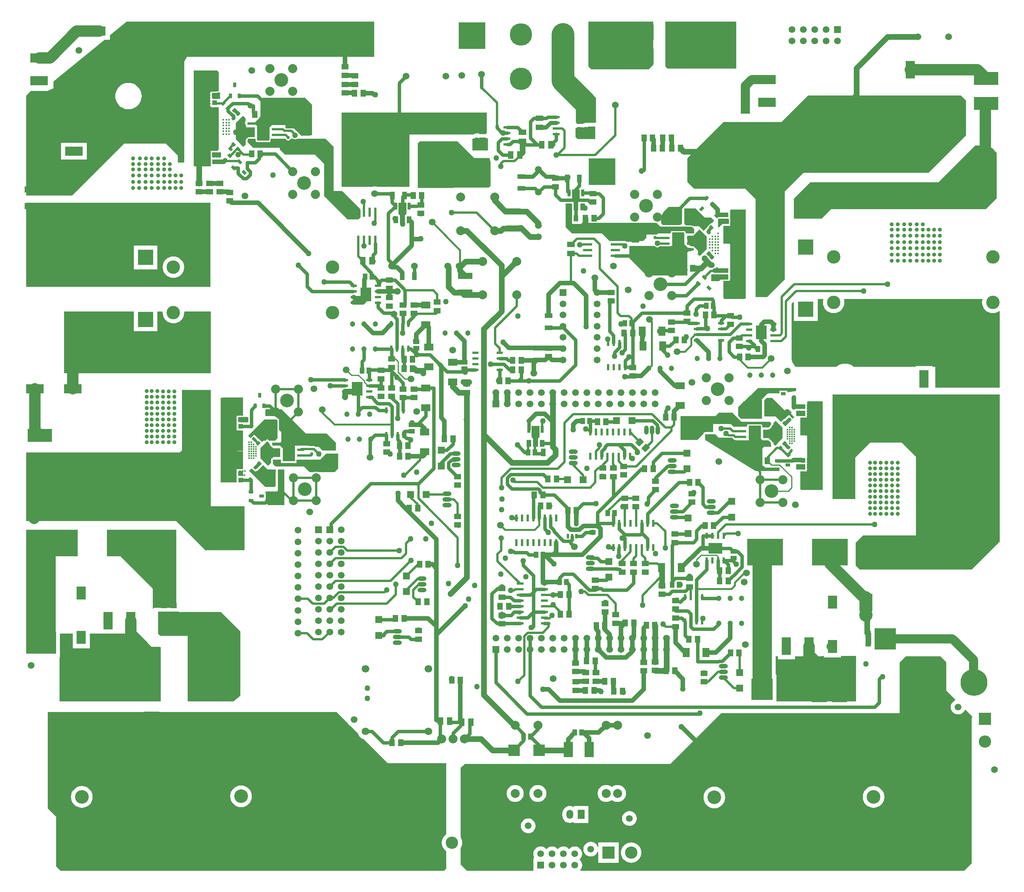
<source format=gtl>
G04 Layer_Physical_Order=1*
G04 Layer_Color=255*
%FSLAX25Y25*%
%MOIN*%
G70*
G01*
G75*
%ADD10R,0.05118X0.05905*%
G04:AMPARAMS|DCode=11|XSize=51.18mil|YSize=59.05mil|CornerRadius=0mil|HoleSize=0mil|Usage=FLASHONLY|Rotation=135.000|XOffset=0mil|YOffset=0mil|HoleType=Round|Shape=Rectangle|*
%AMROTATEDRECTD11*
4,1,4,0.03897,0.00278,-0.00278,-0.03897,-0.03897,-0.00278,0.00278,0.03897,0.03897,0.00278,0.0*
%
%ADD11ROTATEDRECTD11*%

%ADD12R,0.05905X0.05118*%
%ADD13R,0.05905X0.05905*%
%ADD14R,0.04331X0.05512*%
%ADD15R,0.02362X0.06102*%
%ADD16R,0.05905X0.05905*%
%ADD17R,0.05512X0.04331*%
%ADD18R,0.02362X0.03937*%
%ADD19R,0.07874X0.06299*%
%ADD20R,0.05709X0.02362*%
%ADD21R,0.06693X0.04331*%
%ADD22R,0.02362X0.05709*%
%ADD23R,0.06299X0.07874*%
%ADD24R,0.09567X0.12480*%
%ADD25R,0.12480X0.09567*%
%ADD26R,0.12992X0.05512*%
%ADD27R,0.15748X0.07874*%
%ADD28R,0.07874X0.13386*%
%ADD29R,0.13386X0.07874*%
G04:AMPARAMS|DCode=30|XSize=35.43mil|YSize=27.56mil|CornerRadius=0mil|HoleSize=0mil|Usage=FLASHONLY|Rotation=45.000|XOffset=0mil|YOffset=0mil|HoleType=Round|Shape=Rectangle|*
%AMROTATEDRECTD30*
4,1,4,-0.00278,-0.02227,-0.02227,-0.00278,0.00278,0.02227,0.02227,0.00278,-0.00278,-0.02227,0.0*
%
%ADD30ROTATEDRECTD30*%

G04:AMPARAMS|DCode=31|XSize=37.4mil|YSize=27.56mil|CornerRadius=0mil|HoleSize=0mil|Usage=FLASHONLY|Rotation=225.000|XOffset=0mil|YOffset=0mil|HoleType=Round|Shape=Rectangle|*
%AMROTATEDRECTD31*
4,1,4,0.00348,0.02297,0.02297,0.00348,-0.00348,-0.02297,-0.02297,-0.00348,0.00348,0.02297,0.0*
%
%ADD31ROTATEDRECTD31*%

G04:AMPARAMS|DCode=32|XSize=21.65mil|YSize=27.56mil|CornerRadius=0mil|HoleSize=0mil|Usage=FLASHONLY|Rotation=225.000|XOffset=0mil|YOffset=0mil|HoleType=Round|Shape=Rectangle|*
%AMROTATEDRECTD32*
4,1,4,-0.00209,0.01740,0.01740,-0.00209,0.00209,-0.01740,-0.01740,0.00209,-0.00209,0.01740,0.0*
%
%ADD32ROTATEDRECTD32*%

%ADD33R,0.06693X0.05118*%
%ADD34R,0.05118X0.06693*%
%ADD35R,0.09842X0.09842*%
G04:AMPARAMS|DCode=36|XSize=35.43mil|YSize=27.56mil|CornerRadius=0mil|HoleSize=0mil|Usage=FLASHONLY|Rotation=315.000|XOffset=0mil|YOffset=0mil|HoleType=Round|Shape=Rectangle|*
%AMROTATEDRECTD36*
4,1,4,-0.02227,0.00278,-0.00278,0.02227,0.02227,-0.00278,0.00278,-0.02227,-0.02227,0.00278,0.0*
%
%ADD36ROTATEDRECTD36*%

%ADD37R,0.04331X0.06693*%
%ADD38R,0.05512X0.05000*%
%ADD39R,0.18898X0.18583*%
%ADD40R,0.05000X0.05512*%
%ADD41R,0.18583X0.18898*%
G04:AMPARAMS|DCode=42|XSize=37.4mil|YSize=27.56mil|CornerRadius=0mil|HoleSize=0mil|Usage=FLASHONLY|Rotation=135.000|XOffset=0mil|YOffset=0mil|HoleType=Round|Shape=Rectangle|*
%AMROTATEDRECTD42*
4,1,4,0.02297,-0.00348,0.00348,-0.02297,-0.02297,0.00348,-0.00348,0.02297,0.02297,-0.00348,0.0*
%
%ADD42ROTATEDRECTD42*%

G04:AMPARAMS|DCode=43|XSize=21.65mil|YSize=27.56mil|CornerRadius=0mil|HoleSize=0mil|Usage=FLASHONLY|Rotation=135.000|XOffset=0mil|YOffset=0mil|HoleType=Round|Shape=Rectangle|*
%AMROTATEDRECTD43*
4,1,4,0.01740,0.00209,-0.00209,-0.01740,-0.01740,-0.00209,0.00209,0.01740,0.01740,0.00209,0.0*
%
%ADD43ROTATEDRECTD43*%

%ADD44R,0.06102X0.02362*%
%ADD45R,0.10787X0.14961*%
%ADD46R,0.07874X0.11811*%
%ADD47R,0.11811X0.07874*%
%ADD48R,0.03937X0.05905*%
%ADD49R,0.02756X0.05905*%
%ADD50R,0.31496X0.23622*%
%ADD51R,0.07874X0.15748*%
%ADD52R,0.11811X0.15748*%
%ADD53R,0.21654X0.11811*%
%ADD54R,0.09842X0.09842*%
%ADD55R,0.04331X0.04331*%
%ADD56R,0.04331X0.24016*%
%ADD57R,0.06102X0.02362*%
%ADD58R,0.02559X0.03937*%
%ADD59R,0.03937X0.02559*%
G04:AMPARAMS|DCode=60|XSize=25.59mil|YSize=39.37mil|CornerRadius=0mil|HoleSize=0mil|Usage=FLASHONLY|Rotation=45.000|XOffset=0mil|YOffset=0mil|HoleType=Round|Shape=Rectangle|*
%AMROTATEDRECTD60*
4,1,4,0.00487,-0.02297,-0.02297,0.00487,-0.00487,0.02297,0.02297,-0.00487,0.00487,-0.02297,0.0*
%
%ADD60ROTATEDRECTD60*%

%ADD61R,0.01968X0.07874*%
G04:AMPARAMS|DCode=62|XSize=25.59mil|YSize=39.37mil|CornerRadius=0mil|HoleSize=0mil|Usage=FLASHONLY|Rotation=315.000|XOffset=0mil|YOffset=0mil|HoleType=Round|Shape=Rectangle|*
%AMROTATEDRECTD62*
4,1,4,-0.02297,-0.00487,0.00487,0.02297,0.02297,0.00487,-0.00487,-0.02297,-0.02297,-0.00487,0.0*
%
%ADD62ROTATEDRECTD62*%

%ADD63R,0.07874X0.01968*%
%ADD64C,0.08000*%
%ADD65C,0.03000*%
%ADD66C,0.02000*%
%ADD67C,0.10000*%
%ADD68C,0.05000*%
%ADD69C,0.20000*%
%ADD70C,0.17000*%
%ADD71C,0.15000*%
%ADD72C,0.04000*%
%ADD73C,0.02500*%
%ADD74C,0.01500*%
%ADD75C,0.01000*%
%ADD76C,0.03500*%
%ADD77C,0.05905*%
%ADD78C,0.07874*%
%ADD79O,0.03937X0.07874*%
%ADD80O,0.03937X0.07874*%
%ADD81O,0.07874X0.03937*%
%ADD82O,0.07874X0.03937*%
%ADD83C,0.06693*%
%ADD84C,0.04724*%
%ADD85C,0.08000*%
%ADD86C,0.12000*%
%ADD87R,0.07874X0.07874*%
%ADD88R,0.10827X0.10827*%
%ADD89C,0.10827*%
%ADD90R,0.12000X0.12000*%
%ADD91R,0.13780X0.13780*%
%ADD92C,0.11811*%
%ADD93R,0.10827X0.10827*%
%ADD94C,0.19685*%
%ADD95R,0.07874X0.07874*%
%ADD96R,0.23622X0.23622*%
%ADD97C,0.15748*%
%ADD98O,0.05905X0.07874*%
%ADD99R,0.05905X0.07874*%
%ADD100C,0.23622*%
%ADD101C,0.05000*%
%ADD102C,0.03500*%
%ADD103C,0.01500*%
%ADD104C,0.03000*%
%ADD105C,0.02500*%
%ADD106C,0.01968*%
G36*
X1579000Y2480269D02*
Y2464480D01*
X1578500Y2463980D01*
X1577000Y2462480D01*
X1571682D01*
X1571081Y2463081D01*
X1570585Y2463413D01*
X1570122Y2463505D01*
X1569866Y2463761D01*
X1569545Y2463439D01*
X1569415Y2463413D01*
X1568919Y2463081D01*
X1568318Y2462480D01*
X1566500D01*
X1565323Y2461304D01*
X1562191Y2464436D01*
X1561958Y2464204D01*
X1558208Y2467953D01*
X1555118Y2464863D01*
X1553500Y2466480D01*
Y2466980D01*
X1560000Y2473480D01*
X1567500Y2480980D01*
X1578289D01*
X1579000Y2480269D01*
D02*
G37*
G36*
X1979500Y2486646D02*
X1979500Y2486500D01*
X1987250Y2478750D01*
X1987500Y2479000D01*
X2012000D01*
X2013000Y2478000D01*
Y2476605D01*
X2012469Y2476074D01*
X2011917Y2475247D01*
X2011839Y2474855D01*
X2010983Y2474000D01*
X2005484D01*
Y2477291D01*
X1991697D01*
Y2474500D01*
X1980000D01*
X1977500Y2477000D01*
X1969262Y2477000D01*
X1969000Y2477035D01*
X1968738Y2477000D01*
X1962000Y2477000D01*
X1962000Y2470413D01*
X1961647Y2470059D01*
X1955153Y2470059D01*
X1954654Y2469559D01*
X1953654D01*
Y2468559D01*
X1948095Y2463000D01*
X1933500Y2463000D01*
Y2484000D01*
X1964000D01*
X1967000Y2487000D01*
X1979146D01*
X1979500Y2486646D01*
D02*
G37*
G36*
X2031011Y2480511D02*
X2025500Y2475000D01*
X2022975Y2477526D01*
X2023207Y2478000D01*
X2024000D01*
X2028500Y2482500D01*
X2029022D01*
X2031011Y2480511D01*
D02*
G37*
G36*
X2023000Y2474000D02*
Y2473500D01*
Y2464500D01*
X2017000Y2458500D01*
X2014198Y2461302D01*
X2014081Y2461477D01*
X2013772Y2461786D01*
Y2463315D01*
X2012243D01*
X2011977Y2463581D01*
X2011802Y2463698D01*
X2011500Y2464000D01*
X2011000Y2464500D01*
X2006006D01*
X2006000Y2464506D01*
Y2472000D01*
X2010500D01*
X2010971Y2472471D01*
X2010983D01*
X2011569Y2472587D01*
X2012065Y2472919D01*
X2012158Y2473012D01*
X2013772D01*
Y2475214D01*
X2014081Y2475523D01*
X2014198Y2475698D01*
X2015000Y2476500D01*
Y2477000D01*
Y2478000D01*
X2017000Y2480000D01*
X2023000Y2474000D01*
D02*
G37*
G36*
X1520500Y2507000D02*
X1520500Y2452000D01*
X1520500D01*
X1520500Y2404500D01*
X1550000Y2404500D01*
Y2366000D01*
X1515500Y2366000D01*
X1490000Y2391500D01*
X1358035Y2391500D01*
Y2452000D01*
X1493000Y2452000D01*
X1495000Y2454000D01*
Y2507000D01*
X1520500Y2507000D01*
D02*
G37*
G36*
X1583000Y2489500D02*
X1604000Y2468500D01*
X1622500D01*
X1630500Y2460500D01*
Y2453500D01*
X1619000Y2453500D01*
X1618500Y2454000D01*
X1615500Y2457000D01*
X1612507D01*
X1611975Y2457355D01*
X1611000Y2457549D01*
X1606951D01*
X1606500Y2458000D01*
X1575047D01*
X1575045Y2458001D01*
X1574810Y2458353D01*
X1574500Y2458663D01*
Y2460500D01*
X1581500D01*
X1582500Y2461500D01*
Y2469000D01*
Y2470000D01*
X1580529Y2471971D01*
Y2480269D01*
X1580500Y2480417D01*
Y2480500D01*
X1580479Y2480521D01*
X1580413Y2480854D01*
X1580081Y2481351D01*
X1579370Y2482062D01*
X1578874Y2482393D01*
X1578540Y2482460D01*
X1577500Y2483500D01*
X1577000Y2484000D01*
X1568500Y2484000D01*
X1568500Y2484500D01*
Y2486437D01*
Y2490000D01*
X1582500D01*
X1583000Y2489500D01*
D02*
G37*
G36*
X1809248Y2465532D02*
X1807969Y2464252D01*
Y2457067D01*
X1803835D01*
X1803835Y2464252D01*
X1802555Y2465532D01*
Y2475177D01*
X1809248D01*
Y2465532D01*
D02*
G37*
G36*
X1553363Y2478500D02*
X1545000D01*
X1544500Y2479000D01*
Y2483000D01*
X1553363D01*
Y2478500D01*
D02*
G37*
G36*
X1452622Y2576000D02*
Y2558610D01*
X1473402D01*
Y2576000D01*
X1477803Y2576000D01*
X1478139Y2575629D01*
X1478076Y2575000D01*
X1478258Y2573156D01*
X1478796Y2571383D01*
X1479669Y2569749D01*
X1480845Y2568317D01*
X1482277Y2567142D01*
X1483911Y2566268D01*
X1485684Y2565731D01*
X1487528Y2565549D01*
X1489371Y2565731D01*
X1491144Y2566268D01*
X1492778Y2567142D01*
X1494210Y2568317D01*
X1495386Y2569749D01*
X1496259Y2571383D01*
X1496797Y2573156D01*
X1496979Y2575000D01*
X1496917Y2575629D01*
X1497252Y2576000D01*
X1520500Y2575999D01*
X1520500Y2521500D01*
X1391500Y2521500D01*
Y2576000D01*
X1452622Y2576000D01*
D02*
G37*
G36*
X2058689Y2587000D02*
X2058987Y2586598D01*
X2058758Y2585844D01*
X2058577Y2584000D01*
X2058758Y2582156D01*
X2059296Y2580383D01*
X2060169Y2578749D01*
X2061345Y2577317D01*
X2062777Y2576142D01*
X2064411Y2575268D01*
X2066184Y2574731D01*
X2068028Y2574549D01*
X2069871Y2574731D01*
X2071644Y2575268D01*
X2073278Y2576142D01*
X2074710Y2577317D01*
X2075886Y2578749D01*
X2076759Y2580383D01*
X2077297Y2582156D01*
X2077479Y2584000D01*
X2077297Y2585844D01*
X2077068Y2586598D01*
X2077366Y2587000D01*
X2198634Y2587000D01*
X2198932Y2586598D01*
X2198703Y2585844D01*
X2198521Y2584000D01*
X2198703Y2582156D01*
X2199241Y2580383D01*
X2200114Y2578749D01*
X2201290Y2577317D01*
X2202722Y2576142D01*
X2204356Y2575268D01*
X2206129Y2574731D01*
X2207972Y2574549D01*
X2209816Y2574731D01*
X2211589Y2575268D01*
X2213223Y2576142D01*
X2213514Y2576380D01*
X2213965Y2576166D01*
Y2509000D01*
X2157500Y2509000D01*
Y2527250D01*
X2154937D01*
Y2527874D01*
X2140063D01*
Y2527250D01*
X2128000D01*
X2085571Y2527250D01*
X2084822Y2527890D01*
X2083269Y2528842D01*
X2081587Y2529539D01*
X2079816Y2529964D01*
X2078000Y2530107D01*
X2076184Y2529964D01*
X2074413Y2529539D01*
X2072731Y2528842D01*
X2071178Y2527890D01*
X2070428Y2527250D01*
X2034517Y2527250D01*
X2031577Y2531258D01*
X2031000Y2534000D01*
X2031001Y2583001D01*
X2032660Y2584660D01*
X2033122Y2584469D01*
Y2567610D01*
X2053902D01*
Y2587000D01*
X2058689D01*
D02*
G37*
G36*
X1990757Y2665701D02*
X1990757Y2587701D01*
X1989579D01*
Y2586819D01*
X1971272D01*
Y2588276D01*
X1971028Y2588520D01*
Y2602925D01*
X1976583D01*
Y2604071D01*
X1976934D01*
Y2635024D01*
X1976241Y2635716D01*
X1971028D01*
Y2651201D01*
X1971272D01*
Y2651370D01*
X1976934D01*
X1976934Y2665347D01*
X1977287Y2665701D01*
X1990757Y2665701D01*
D02*
G37*
G36*
X2035000Y2506000D02*
X2027621Y2504982D01*
X2027244Y2505311D01*
Y2506280D01*
X2020307D01*
Y2504000D01*
X2010000D01*
X2004500Y2498500D01*
X2005000Y2498000D01*
Y2481500D01*
X1986663D01*
X1984000Y2484163D01*
Y2492000D01*
X2000000Y2507000D01*
X2001500Y2508500D01*
X2035000D01*
Y2506000D01*
D02*
G37*
G36*
X2043000Y2484000D02*
X2035000D01*
Y2488500D01*
X2043000D01*
Y2484000D01*
D02*
G37*
G36*
X1548839Y2499695D02*
X1548853Y2499681D01*
Y2484165D01*
X1548098D01*
X1547500Y2484284D01*
X1546902Y2484165D01*
X1543528D01*
Y2484130D01*
X1542947D01*
Y2471166D01*
X1548474Y2471166D01*
X1548828Y2470813D01*
X1548828Y2470005D01*
X1548828Y2453188D01*
X1543813D01*
X1544016Y2452984D01*
X1548839D01*
Y2437433D01*
X1542933D01*
Y2425622D01*
X1542811Y2425500D01*
X1529000D01*
Y2500000D01*
X1530532D01*
Y2500272D01*
X1548839D01*
Y2499695D01*
D02*
G37*
G36*
X2025000Y2489000D02*
X2026000Y2490000D01*
X2028500Y2490000D01*
X2031222Y2487278D01*
X2029292Y2484865D01*
X2029234Y2484862D01*
X2029234D01*
X2028872Y2484500D01*
X2028000Y2484500D01*
X2025123Y2481623D01*
X2024809Y2481936D01*
X2021687Y2478813D01*
X2017000Y2483500D01*
X2007000D01*
Y2498000D01*
X2009000Y2500000D01*
X2014000D01*
X2025000Y2489000D01*
D02*
G37*
G36*
X1384000Y2292730D02*
X1383970Y2292500D01*
Y2275000D01*
X1358035D01*
Y2384000D01*
X1384000D01*
Y2292730D01*
D02*
G37*
G36*
X1462500Y2281000D02*
X1476000D01*
X1476500Y2280500D01*
Y2248000D01*
Y2233000D01*
X1387500D01*
X1387500Y2271685D01*
X1387831D01*
Y2292500D01*
X1399063Y2292500D01*
Y2281465D01*
Y2279811D01*
X1413937D01*
Y2281465D01*
Y2292500D01*
X1451000Y2292500D01*
X1462500Y2281000D01*
D02*
G37*
G36*
X1490000Y2315291D02*
X1470551D01*
Y2314500D01*
X1469500D01*
X1469500Y2332000D01*
X1432000Y2369500D01*
Y2384000D01*
X1490000D01*
Y2315291D01*
D02*
G37*
G36*
X2087660Y2233043D02*
X2017831D01*
Y2256583D01*
X2017037D01*
Y2272500D01*
X2019063D01*
Y2270126D01*
X2033937D01*
Y2272500D01*
X2057500D01*
X2058000Y2273000D01*
X2059563D01*
Y2271811D01*
X2074437D01*
Y2273000D01*
X2087660D01*
X2087660Y2233043D01*
D02*
G37*
G36*
X1641138Y2213362D02*
X1641915Y2212415D01*
X1642862Y2211638D01*
X1649931Y2204569D01*
X1650144Y2203867D01*
X1650780Y2202678D01*
X1651635Y2201635D01*
X1652678Y2200780D01*
X1653867Y2200144D01*
X1654569Y2199931D01*
X1676000Y2178500D01*
X1727500D01*
Y2116112D01*
X1726167Y2115018D01*
X1725053Y2113661D01*
X1724225Y2112112D01*
X1723716Y2110432D01*
X1723544Y2108685D01*
X1723716Y2106938D01*
X1724225Y2105257D01*
X1725053Y2103709D01*
X1726167Y2102352D01*
X1727500Y2101258D01*
Y2086000D01*
X1725500Y2084000D01*
X1388500D01*
X1384500Y2088000D01*
X1384500Y2131500D01*
X1377000Y2139000D01*
Y2223500D01*
X1631000D01*
X1641138Y2213362D01*
D02*
G37*
G36*
X2167000Y2267500D02*
X2167000Y2242500D01*
X2175043Y2234457D01*
X2174878Y2233915D01*
X2173898Y2233391D01*
X2172915Y2232585D01*
X2172109Y2231602D01*
X2171510Y2230481D01*
X2171141Y2229265D01*
X2171016Y2228000D01*
X2171141Y2226735D01*
X2171510Y2225519D01*
X2172109Y2224398D01*
X2172915Y2223415D01*
X2173898Y2222609D01*
X2175019Y2222010D01*
X2176235Y2221641D01*
X2177500Y2221516D01*
X2178765Y2221641D01*
X2179981Y2222010D01*
X2180899Y2222500D01*
X2181102Y2222609D01*
X2182085Y2223415D01*
X2182891Y2224398D01*
X2183415Y2225378D01*
X2183957Y2225543D01*
X2190047Y2219453D01*
X2189859Y2218990D01*
X2189500Y2218984D01*
Y2165658D01*
X2189500Y2125000D01*
X2189500Y2125000D01*
Y2090500D01*
X2183000Y2084000D01*
X1845478Y2084000D01*
X1845242Y2084500D01*
X1845891Y2085291D01*
X1846490Y2086412D01*
X1846859Y2087629D01*
X1846984Y2088894D01*
X1846859Y2090159D01*
X1846490Y2091375D01*
X1845891Y2092496D01*
X1845085Y2093479D01*
X1844884Y2093644D01*
Y2094144D01*
X1845085Y2094309D01*
X1845891Y2095291D01*
X1846490Y2096412D01*
X1846859Y2097629D01*
X1846984Y2098894D01*
X1846859Y2100159D01*
X1846490Y2101375D01*
X1845891Y2102496D01*
X1845085Y2103479D01*
X1844102Y2104285D01*
X1842981Y2104884D01*
X1841765Y2105253D01*
X1840500Y2105378D01*
X1839235Y2105253D01*
X1838019Y2104884D01*
X1836898Y2104285D01*
X1835915Y2103479D01*
X1835750Y2103277D01*
X1835250D01*
X1835085Y2103479D01*
X1834102Y2104285D01*
X1832981Y2104884D01*
X1831765Y2105253D01*
X1830500Y2105378D01*
X1829235Y2105253D01*
X1828019Y2104884D01*
X1826898Y2104285D01*
X1825915Y2103479D01*
X1825750Y2103277D01*
X1825250D01*
X1825085Y2103479D01*
X1824102Y2104285D01*
X1822981Y2104884D01*
X1821765Y2105253D01*
X1820500Y2105378D01*
X1819235Y2105253D01*
X1818019Y2104884D01*
X1816898Y2104285D01*
X1815915Y2103479D01*
X1815750Y2103277D01*
X1815250D01*
X1815085Y2103479D01*
X1814102Y2104285D01*
X1812981Y2104884D01*
X1811765Y2105253D01*
X1810500Y2105378D01*
X1809235Y2105253D01*
X1808019Y2104884D01*
X1806898Y2104285D01*
X1805915Y2103479D01*
X1805109Y2102496D01*
X1804510Y2101375D01*
X1804141Y2100159D01*
X1804016Y2098894D01*
X1804141Y2097629D01*
X1804510Y2096412D01*
X1804850Y2095775D01*
X1804593Y2095346D01*
X1804047D01*
Y2084000D01*
X1745500Y2084000D01*
X1740000Y2089500D01*
X1740000Y2103808D01*
X1740775Y2105257D01*
X1741284Y2106938D01*
X1741456Y2108685D01*
X1741284Y2110432D01*
X1740775Y2112112D01*
X1740000Y2113562D01*
X1740000Y2174636D01*
X1744111Y2178000D01*
X1748500Y2178000D01*
X1924500Y2178000D01*
X1969000Y2222500D01*
X2126000Y2222500D01*
Y2267000D01*
X2131500Y2272500D01*
X2162000Y2272500D01*
X2167000Y2267500D01*
D02*
G37*
G36*
X1546500Y2294500D02*
Y2238000D01*
X1540500Y2233000D01*
X1539000Y2233000D01*
X1514000D01*
X1500086Y2233000D01*
Y2290500D01*
X1476000D01*
X1474000Y2292500D01*
Y2311461D01*
X1493890D01*
Y2311500D01*
X1529500D01*
X1546500Y2294500D01*
D02*
G37*
G36*
X2213965Y2373466D02*
X2189500Y2349000D01*
X2154500Y2349000D01*
X2154500Y2349000D01*
X2091000D01*
X2087500Y2352500D01*
X2087500Y2372500D01*
X2090500Y2375500D01*
X2094000Y2379000D01*
X2140500D01*
X2140500Y2448000D01*
X2128000Y2460500D01*
X2100000Y2460500D01*
X2087000Y2447500D01*
X2087000Y2411000D01*
X2067000D01*
Y2421500D01*
X2067000Y2503000D01*
X2213965Y2503000D01*
Y2373466D01*
D02*
G37*
G36*
X2043000Y2441500D02*
X2043000Y2437000D01*
X2035000D01*
Y2441500D01*
X2043000Y2441500D01*
D02*
G37*
G36*
X1632500Y2438000D02*
X1629000Y2434500D01*
X1615301Y2434500D01*
X1614436Y2434858D01*
X1613000Y2435048D01*
X1611564Y2434858D01*
X1610699Y2434500D01*
X1607500Y2434500D01*
X1602500Y2439500D01*
X1577500D01*
X1575000Y2442000D01*
Y2442852D01*
X1575029Y2443000D01*
X1575029Y2445007D01*
X1575519Y2445500D01*
X1582016D01*
Y2442709D01*
X1595803D01*
Y2445500D01*
X1616500D01*
X1622000Y2451000D01*
X1632500D01*
X1632500Y2438000D01*
D02*
G37*
G36*
X1572000Y2460000D02*
Y2459000D01*
X1573728Y2457272D01*
Y2456685D01*
X1574315D01*
X1575500Y2455500D01*
X1581494D01*
X1581500Y2455494D01*
Y2448354D01*
X1581146Y2448000D01*
X1575500Y2448000D01*
X1574488Y2446988D01*
X1573728D01*
Y2446228D01*
X1573500Y2446000D01*
X1573500Y2443000D01*
X1571000Y2440500D01*
X1570646Y2440354D01*
X1564000Y2447000D01*
Y2456000D01*
X1570000Y2462000D01*
X1572000Y2460000D01*
D02*
G37*
G36*
X1967000Y2465000D02*
X1971497Y2465000D01*
X1972456Y2464603D01*
X1973500Y2464466D01*
X1974544Y2464603D01*
X1974547Y2464604D01*
X1974603Y2464566D01*
X1975579Y2464372D01*
X1979194D01*
X1979715Y2463851D01*
X1980542Y2463299D01*
X1981365Y2463135D01*
X1982000Y2462500D01*
X2010895D01*
X2013000Y2460395D01*
Y2460246D01*
X2012564Y2459809D01*
X2013000Y2459373D01*
Y2457000D01*
X2007000D01*
X2006500Y2456500D01*
X2005500Y2455500D01*
X2005500Y2440760D01*
X2005681Y2440608D01*
Y2440047D01*
X2006348D01*
X2008191Y2438500D01*
X2010165Y2438500D01*
X2020116D01*
X2020500Y2438116D01*
Y2435500D01*
X1999500D01*
X1955000Y2463000D01*
Y2467874D01*
X1955066Y2467974D01*
X1955072Y2468000D01*
X1964000D01*
X1967000Y2465000D01*
D02*
G37*
G36*
X1585000Y2437000D02*
X1585000Y2405500D01*
X1571000Y2405500D01*
X1568500Y2408000D01*
Y2410720D01*
X1568693D01*
Y2416279D01*
X1568500D01*
Y2417500D01*
X1578500D01*
X1579500Y2418500D01*
Y2437000D01*
X1585000Y2437000D01*
D02*
G37*
G36*
X2058500Y2497000D02*
X2058500Y2419000D01*
X2039590D01*
X2038772Y2419819D01*
Y2435370D01*
X2044677D01*
Y2447181D01*
Y2466323D01*
X2043984Y2467016D01*
X2038772D01*
Y2482567D01*
X2044677D01*
X2044677Y2496646D01*
X2045031Y2497000D01*
X2058500Y2497000D01*
D02*
G37*
G36*
X1570500Y2437000D02*
X1577500D01*
Y2422500D01*
X1576500Y2421500D01*
X1568500D01*
X1554000Y2436000D01*
X1555952Y2437952D01*
X1559266Y2434638D01*
X1560128Y2435500D01*
X1561000D01*
X1566500Y2441000D01*
X1570500Y2437000D01*
D02*
G37*
G36*
X1550412Y2745912D02*
X1550912D01*
Y2744412D01*
X1550517Y2742044D01*
X1551698Y2737912D01*
X1553412Y2737912D01*
X1558912D01*
Y2729412D01*
X1553412D01*
X1552400Y2728400D01*
X1551640D01*
Y2727641D01*
X1550912Y2726912D01*
Y2722912D01*
X1548912Y2720912D01*
X1542412Y2727412D01*
Y2741412D01*
X1548167Y2747647D01*
X1548667Y2747657D01*
X1550412Y2745912D01*
D02*
G37*
G36*
X1621500Y2727696D02*
X1621778Y2727723D01*
X1628500Y2721000D01*
X1628500Y2682000D01*
X1635000Y2680500D01*
X1652000Y2665500D01*
X1652000Y2659000D01*
X1650000Y2657000D01*
X1640500D01*
X1633000Y2664500D01*
X1620000Y2677500D01*
Y2706000D01*
X1612000Y2714000D01*
X1585500D01*
X1581000Y2718500D01*
Y2720000D01*
X1557500D01*
X1553000Y2724500D01*
Y2727500D01*
X1553500Y2728000D01*
X1559892D01*
Y2726412D01*
X1559928Y2726234D01*
Y2725121D01*
X1572715D01*
Y2726314D01*
X1572854Y2726522D01*
X1572932Y2726912D01*
Y2728000D01*
X1586161D01*
X1586698Y2727198D01*
X1587525Y2726645D01*
X1588500Y2726451D01*
X1589475Y2726645D01*
X1590302Y2727198D01*
X1590839Y2728000D01*
X1592660D01*
X1592735Y2727943D01*
X1593586Y2727590D01*
X1594500Y2727470D01*
X1595414Y2727590D01*
X1596265Y2727943D01*
X1596340Y2728000D01*
X1621500D01*
Y2727696D01*
D02*
G37*
G36*
X1858393Y2738491D02*
X1858500Y2738391D01*
Y2727500D01*
X1843000D01*
X1841000Y2729500D01*
X1841000Y2737402D01*
X1851736D01*
Y2738500D01*
X1858349D01*
X1858393Y2738491D01*
D02*
G37*
G36*
X1752764Y2728256D02*
Y2728256D01*
X1764000D01*
Y2717500D01*
X1750500D01*
Y2727970D01*
X1750635D01*
X1750921Y2728008D01*
X1751210Y2728017D01*
X1751376Y2728067D01*
X1751379Y2728068D01*
X1751452Y2728075D01*
X1751462Y2728079D01*
X1751548Y2728090D01*
X1751815Y2728201D01*
X1752092Y2728285D01*
X1752219Y2728364D01*
X1752264Y2728381D01*
X1752764Y2728256D01*
D02*
G37*
G36*
X2211500Y2715500D02*
Y2675500D01*
X2202000Y2666000D01*
X2066000Y2666000D01*
X2057500Y2657500D01*
X2033000Y2657500D01*
X2033000Y2675000D01*
X2047500Y2689500D01*
X2160000Y2689500D01*
X2192500Y2722000D01*
X2205000Y2722000D01*
X2211500Y2715500D01*
D02*
G37*
G36*
X1664000Y2800000D02*
X1507102Y2800000D01*
X1499500Y2800000D01*
X1497000Y2795625D01*
X1497000Y2707354D01*
X1496646Y2707000D01*
X1491500Y2707000D01*
X1491500Y2713000D01*
X1481000Y2723500D01*
X1444000D01*
X1398500Y2678000D01*
X1358035D01*
Y2760884D01*
X1358251Y2760987D01*
X1358035Y2761144D01*
Y2766035D01*
X1362000Y2770000D01*
X1377081D01*
X1380346Y2771563D01*
X1380874D01*
Y2771816D01*
X1382000Y2772355D01*
Y2778324D01*
X1426903Y2815063D01*
X1431622D01*
Y2818924D01*
X1446340Y2830965D01*
X1664000D01*
X1664000Y2800000D01*
D02*
G37*
G36*
X1529500Y2711500D02*
X1522000Y2711500D01*
X1521500Y2712000D01*
Y2716000D01*
X1529500D01*
Y2711500D01*
D02*
G37*
G36*
X1527500Y2786500D02*
Y2769520D01*
X1526132D01*
X1526033Y2769500D01*
X1525728D01*
Y2769433D01*
X1519823D01*
Y2757622D01*
D01*
Y2756677D01*
X1521000Y2755500D01*
X1527500D01*
Y2718500D01*
X1526433Y2717433D01*
X1520248D01*
Y2703748D01*
X1520000Y2703500D01*
X1506000D01*
X1505500Y2704000D01*
Y2788000D01*
X1526000D01*
X1527500Y2786500D01*
D02*
G37*
G36*
X1909500Y2793000D02*
X1905500Y2789000D01*
X1855000D01*
X1852500Y2791500D01*
X1852500Y2830965D01*
X1909500D01*
Y2793000D01*
D02*
G37*
G36*
X1982500Y2789500D02*
X1922000D01*
X1920000Y2791500D01*
Y2830965D01*
X1982500D01*
Y2789500D01*
D02*
G37*
G36*
X1528500Y2768000D02*
Y2763354D01*
X1528146Y2763000D01*
X1522500Y2763000D01*
X1521500Y2764000D01*
X1521500Y2767500D01*
X1522414Y2768414D01*
X1525728D01*
X1526118Y2768491D01*
X1526132Y2768500D01*
X1528000D01*
X1528500Y2768000D01*
D02*
G37*
G36*
X1609412Y2757912D02*
Y2730912D01*
X1600912D01*
X1600412Y2730412D01*
X1590824Y2740000D01*
X1571912Y2740000D01*
X1571912Y2726912D01*
X1571412Y2726412D01*
X1560912D01*
Y2739412D01*
X1559912Y2740412D01*
X1553065D01*
X1552874Y2740874D01*
X1552912Y2740912D01*
Y2742412D01*
X1558912D01*
X1561959Y2745459D01*
X1562731D01*
Y2746231D01*
X1563912Y2747412D01*
Y2760412D01*
X1565912Y2763912D01*
X1603412D01*
X1609412Y2757912D01*
D02*
G37*
G36*
X1859000Y2764000D02*
X1859000Y2742344D01*
X1858624Y2742014D01*
X1858500Y2742030D01*
X1841500D01*
X1841500Y2753500D01*
X1836500Y2758500D01*
X1836500Y2771146D01*
X1836854Y2771500D01*
X1851500D01*
X1859000Y2764000D01*
D02*
G37*
G36*
X2184500Y2761500D02*
X2184500Y2731000D01*
X2151500Y2698000D01*
X2041500Y2698000D01*
X2025000Y2681500D01*
X2025000Y2604000D01*
X2009500Y2588500D01*
X1999500D01*
Y2675000D01*
X1990500Y2684000D01*
X1945500D01*
X1939500Y2690000D01*
Y2711000D01*
X1971000Y2742500D01*
X2022000Y2742500D01*
X2045500Y2766000D01*
X2180000Y2766000D01*
X2184500Y2761500D01*
D02*
G37*
G36*
X1838000Y2670500D02*
Y2653500D01*
X1838500Y2653000D01*
X1846000D01*
X1847500Y2654500D01*
X1848000Y2654000D01*
X1872998D01*
X1872998Y2654000D01*
X1892672Y2654000D01*
X1893000Y2653957D01*
X1893328Y2654000D01*
X1903378Y2654000D01*
X1912378D01*
X1915878Y2650500D01*
X1943378D01*
X1945378Y2648500D01*
X1945386Y2644929D01*
X1945207Y2644662D01*
X1945173Y2644489D01*
X1938378Y2644500D01*
Y2646000D01*
X1937862Y2646516D01*
Y2646791D01*
X1937587D01*
X1937378Y2647000D01*
X1924878D01*
Y2646000D01*
X1923378Y2644500D01*
X1913378D01*
X1912378Y2643500D01*
X1911246D01*
X1911000Y2643549D01*
X1910754Y2643500D01*
X1903378D01*
Y2641000D01*
X1900378Y2638000D01*
X1872854Y2638000D01*
X1872854Y2638000D01*
X1871000D01*
X1864500Y2644500D01*
X1838000D01*
X1832500Y2650000D01*
Y2671000D01*
X1837500D01*
X1838000Y2670500D01*
D02*
G37*
G36*
X1934916Y2667538D02*
X1934878Y2667500D01*
Y2666500D01*
Y2653500D01*
X1933378Y2652000D01*
X1917878D01*
X1916378Y2653500D01*
Y2659500D01*
X1918878Y2664000D01*
X1922878Y2668000D01*
X1934725D01*
X1934916Y2667538D01*
D02*
G37*
G36*
X1975914Y2657146D02*
X1975914Y2653354D01*
X1975561Y2653000D01*
X1970000Y2653000D01*
X1966962Y2649962D01*
X1966500Y2650153D01*
X1966500Y2657500D01*
X1975561Y2657500D01*
X1975914Y2657146D01*
D02*
G37*
G36*
X1975500Y2608146D02*
Y2604000D01*
X1968500Y2604000D01*
X1967000Y2602500D01*
X1960854Y2602500D01*
X1960500Y2602854D01*
X1960500Y2608146D01*
X1960854Y2608500D01*
X1975146Y2608500D01*
X1975500Y2608146D01*
D02*
G37*
G36*
X1956378Y2642000D02*
Y2631000D01*
X1951378Y2626000D01*
X1948878D01*
Y2629500D01*
X1946149Y2632228D01*
Y2632815D01*
X1945563D01*
X1944878Y2633500D01*
X1942378D01*
X1941378Y2634500D01*
X1939378D01*
Y2642000D01*
Y2642500D01*
X1944378D01*
X1945390Y2643512D01*
X1946149D01*
Y2644272D01*
X1949878Y2648000D01*
X1950378D01*
X1956378Y2642000D01*
D02*
G37*
G36*
X1936878Y2632902D02*
X1939378Y2630401D01*
X1939378Y2617500D01*
Y2607500D01*
X1903878Y2607500D01*
X1888500Y2622878D01*
Y2633500D01*
X1910509Y2633500D01*
X1911235Y2632943D01*
X1912086Y2632590D01*
X1913000Y2632470D01*
X1913914Y2632590D01*
X1914765Y2632943D01*
X1915491Y2633500D01*
X1916287D01*
X1916787Y2633472D01*
X1916787Y2633472D01*
X1924890D01*
Y2633500D01*
X1936279Y2633500D01*
X1936878Y2632902D01*
D02*
G37*
G36*
X1520000Y2671500D02*
X1520000Y2597500D01*
X1358035Y2597500D01*
Y2671500D01*
X1520000Y2671500D01*
D02*
G37*
G36*
X1752000Y2711000D02*
X1765471D01*
X1765587Y2709824D01*
X1765930Y2708693D01*
X1766487Y2707650D01*
X1766500Y2707635D01*
Y2686500D01*
X1765000Y2685000D01*
X1702855Y2684503D01*
X1702500Y2684855D01*
Y2689000D01*
Y2724000D01*
X1704000Y2725500D01*
X1737500D01*
X1752000Y2711000D01*
D02*
G37*
G36*
X1763000Y2732598D02*
X1752764D01*
Y2732395D01*
X1751693Y2732070D01*
X1750650Y2731513D01*
X1750635Y2731500D01*
X1695000D01*
X1695000Y2685500D01*
X1666950D01*
X1665765Y2685859D01*
X1664500Y2685984D01*
X1663235Y2685859D01*
X1662050Y2685500D01*
X1635500D01*
Y2751000D01*
X1763000D01*
Y2732598D01*
D02*
G37*
G36*
X1947878Y2665500D02*
X1954878Y2658500D01*
X1960378D01*
X1962878Y2656000D01*
Y2655500D01*
X1962378D01*
X1960280Y2653403D01*
X1960086Y2653597D01*
X1956723Y2650234D01*
X1956918Y2650040D01*
X1953878Y2647000D01*
X1949878Y2651000D01*
X1944320D01*
X1944099Y2651221D01*
X1943768Y2651442D01*
X1943378Y2651520D01*
X1938358D01*
X1936878Y2653000D01*
Y2666500D01*
X1946878D01*
X1947878Y2665500D01*
D02*
G37*
G36*
X1692248Y2662032D02*
X1690969Y2660752D01*
Y2653567D01*
X1686835D01*
X1686835Y2660752D01*
X1685555Y2662032D01*
Y2671677D01*
X1692248D01*
Y2662032D01*
D02*
G37*
G36*
X1844748Y2673532D02*
X1843468Y2672252D01*
Y2665067D01*
X1839335D01*
X1839335Y2672252D01*
X1838055Y2673532D01*
Y2683177D01*
X1844748D01*
Y2673532D01*
D02*
G37*
%LPC*%
G36*
X1407000Y2158546D02*
X1405138Y2158363D01*
X1403347Y2157819D01*
X1401696Y2156937D01*
X1400250Y2155750D01*
X1399063Y2154304D01*
X1398181Y2152653D01*
X1397637Y2150862D01*
X1397454Y2149000D01*
X1397637Y2147138D01*
X1398181Y2145347D01*
X1399063Y2143697D01*
X1400250Y2142250D01*
X1401696Y2141063D01*
X1403347Y2140181D01*
X1405138Y2139638D01*
X1407000Y2139454D01*
X1408862Y2139638D01*
X1410653Y2140181D01*
X1412304Y2141063D01*
X1413750Y2142250D01*
X1414937Y2143697D01*
X1415819Y2145347D01*
X1416363Y2147138D01*
X1416546Y2149000D01*
X1416363Y2150862D01*
X1415819Y2152653D01*
X1414937Y2154304D01*
X1413750Y2155750D01*
X1412304Y2156937D01*
X1410653Y2157819D01*
X1408862Y2158363D01*
X1407000Y2158546D01*
D02*
G37*
G36*
X1547000Y2159046D02*
X1545138Y2158862D01*
X1543347Y2158319D01*
X1541696Y2157437D01*
X1540250Y2156250D01*
X1539063Y2154803D01*
X1538181Y2153153D01*
X1537637Y2151362D01*
X1537454Y2149500D01*
X1537637Y2147638D01*
X1538181Y2145847D01*
X1539063Y2144197D01*
X1540250Y2142750D01*
X1541696Y2141563D01*
X1543347Y2140681D01*
X1545138Y2140137D01*
X1547000Y2139954D01*
X1548862Y2140137D01*
X1550653Y2140681D01*
X1552304Y2141563D01*
X1553750Y2142750D01*
X1554937Y2144197D01*
X1555819Y2145847D01*
X1556363Y2147638D01*
X1556546Y2149500D01*
X1556363Y2151362D01*
X1555819Y2153153D01*
X1554937Y2154803D01*
X1553750Y2156250D01*
X1552304Y2157437D01*
X1550653Y2158319D01*
X1548862Y2158862D01*
X1547000Y2159046D01*
D02*
G37*
G36*
X1836000Y2140968D02*
X1834735Y2140844D01*
X1833519Y2140475D01*
X1832398Y2139875D01*
X1831415Y2139069D01*
X1830609Y2138087D01*
X1830010Y2136966D01*
X1829641Y2135749D01*
X1829516Y2134484D01*
Y2132516D01*
X1829641Y2131251D01*
X1830010Y2130034D01*
X1830609Y2128913D01*
X1831415Y2127931D01*
X1832398Y2127124D01*
X1833519Y2126525D01*
X1834735Y2126156D01*
X1836000Y2126032D01*
X1837265Y2126156D01*
X1838481Y2126525D01*
X1839118Y2126866D01*
X1839547Y2126609D01*
Y2126063D01*
X1852453D01*
Y2140937D01*
X1839547D01*
Y2140391D01*
X1839118Y2140134D01*
X1838481Y2140475D01*
X1837265Y2140844D01*
X1836000Y2140968D01*
D02*
G37*
G36*
X1963130Y2158046D02*
X1961268Y2157862D01*
X1959477Y2157319D01*
X1957826Y2156437D01*
X1956380Y2155250D01*
X1955193Y2153803D01*
X1954311Y2152153D01*
X1953767Y2150362D01*
X1953584Y2148500D01*
X1953767Y2146638D01*
X1954311Y2144847D01*
X1955193Y2143196D01*
X1956380Y2141750D01*
X1957826Y2140563D01*
X1959477Y2139681D01*
X1961268Y2139137D01*
X1963130Y2138954D01*
X1964992Y2139137D01*
X1966783Y2139681D01*
X1968433Y2140563D01*
X1969880Y2141750D01*
X1971067Y2143196D01*
X1971949Y2144847D01*
X1972492Y2146638D01*
X1972676Y2148500D01*
X1972492Y2150362D01*
X1971949Y2152153D01*
X1971067Y2153803D01*
X1969880Y2155250D01*
X1968433Y2156437D01*
X1966783Y2157319D01*
X1964992Y2157862D01*
X1963130Y2158046D01*
D02*
G37*
G36*
X1888500Y2136484D02*
X1887235Y2136359D01*
X1886019Y2135990D01*
X1884898Y2135391D01*
X1883915Y2134585D01*
X1883109Y2133602D01*
X1882510Y2132481D01*
X1882141Y2131265D01*
X1882016Y2130000D01*
X1882141Y2128735D01*
X1882510Y2127519D01*
X1883109Y2126398D01*
X1883915Y2125415D01*
X1884898Y2124609D01*
X1886019Y2124010D01*
X1887235Y2123641D01*
X1888500Y2123516D01*
X1889765Y2123641D01*
X1890981Y2124010D01*
X1892102Y2124609D01*
X1893085Y2125415D01*
X1893891Y2126398D01*
X1894490Y2127519D01*
X1894859Y2128735D01*
X1894984Y2130000D01*
X1894859Y2131265D01*
X1894490Y2132481D01*
X1893891Y2133602D01*
X1893085Y2134585D01*
X1892102Y2135391D01*
X1890981Y2135990D01*
X1889765Y2136359D01*
X1888500Y2136484D01*
D02*
G37*
G36*
X1890000Y2108957D02*
X1888253Y2108784D01*
X1886572Y2108275D01*
X1885024Y2107447D01*
X1883667Y2106333D01*
X1882553Y2104976D01*
X1881725Y2103428D01*
X1881216Y2101747D01*
X1881043Y2100000D01*
X1881216Y2098253D01*
X1881725Y2096572D01*
X1882553Y2095024D01*
X1883667Y2093667D01*
X1885024Y2092553D01*
X1886572Y2091725D01*
X1888253Y2091216D01*
X1890000Y2091043D01*
X1891747Y2091216D01*
X1893427Y2091725D01*
X1894976Y2092553D01*
X1896333Y2093667D01*
X1897447Y2095024D01*
X1898275Y2096572D01*
X1898784Y2098253D01*
X1898956Y2100000D01*
X1898784Y2101747D01*
X1898275Y2103428D01*
X1897447Y2104976D01*
X1896333Y2106333D01*
X1894976Y2107447D01*
X1893427Y2108275D01*
X1891747Y2108784D01*
X1890000Y2108957D01*
D02*
G37*
G36*
X1854500Y2109484D02*
X1853235Y2109359D01*
X1852019Y2108990D01*
X1850898Y2108391D01*
X1849915Y2107585D01*
X1849109Y2106602D01*
X1848510Y2105481D01*
X1848141Y2104265D01*
X1848016Y2103000D01*
X1848141Y2101735D01*
X1848510Y2100519D01*
X1849109Y2099398D01*
X1849915Y2098415D01*
X1850898Y2097609D01*
X1852019Y2097010D01*
X1853235Y2096641D01*
X1854500Y2096516D01*
X1855765Y2096641D01*
X1856981Y2097010D01*
X1858102Y2097609D01*
X1859085Y2098415D01*
X1859891Y2099398D01*
X1860490Y2100519D01*
X1860606Y2100901D01*
X1861106Y2100827D01*
Y2091087D01*
X1878933D01*
Y2108913D01*
X1861106D01*
Y2105173D01*
X1860606Y2105099D01*
X1860490Y2105481D01*
X1859891Y2106602D01*
X1859085Y2107585D01*
X1858102Y2108391D01*
X1856981Y2108990D01*
X1855765Y2109359D01*
X1854500Y2109484D01*
D02*
G37*
G36*
X1799500Y2129984D02*
X1798235Y2129859D01*
X1797019Y2129490D01*
X1795898Y2128891D01*
X1794915Y2128085D01*
X1794109Y2127102D01*
X1793510Y2125981D01*
X1793141Y2124765D01*
X1793016Y2123500D01*
X1793141Y2122235D01*
X1793510Y2121019D01*
X1794109Y2119898D01*
X1794915Y2118915D01*
X1795898Y2118109D01*
X1797019Y2117510D01*
X1798235Y2117141D01*
X1799500Y2117016D01*
X1800765Y2117141D01*
X1801981Y2117510D01*
X1803102Y2118109D01*
X1804085Y2118915D01*
X1804891Y2119898D01*
X1805490Y2121019D01*
X1805859Y2122235D01*
X1805984Y2123500D01*
X1805859Y2124765D01*
X1805490Y2125981D01*
X1804891Y2127102D01*
X1804085Y2128085D01*
X1803102Y2128891D01*
X1801981Y2129490D01*
X1800765Y2129859D01*
X1799500Y2129984D01*
D02*
G37*
G36*
X2103130Y2158546D02*
X2101268Y2158363D01*
X2099477Y2157819D01*
X2097827Y2156937D01*
X2096380Y2155750D01*
X2095193Y2154304D01*
X2094311Y2152653D01*
X2093767Y2150862D01*
X2093584Y2149000D01*
X2093767Y2147138D01*
X2094311Y2145347D01*
X2095193Y2143697D01*
X2096380Y2142250D01*
X2097827Y2141063D01*
X2099477Y2140181D01*
X2101268Y2139638D01*
X2103130Y2139454D01*
X2104992Y2139638D01*
X2106783Y2140181D01*
X2108433Y2141063D01*
X2109880Y2142250D01*
X2111067Y2143697D01*
X2111949Y2145347D01*
X2112493Y2147138D01*
X2112676Y2149000D01*
X2112493Y2150862D01*
X2111949Y2152653D01*
X2111067Y2154304D01*
X2109880Y2155750D01*
X2108433Y2156937D01*
X2106783Y2157819D01*
X2104992Y2158363D01*
X2103130Y2158546D01*
D02*
G37*
G36*
X1788000Y2159473D02*
X1786542Y2159329D01*
X1785140Y2158904D01*
X1783848Y2158214D01*
X1782716Y2157284D01*
X1781786Y2156152D01*
X1781096Y2154860D01*
X1780671Y2153458D01*
X1780527Y2152000D01*
X1780671Y2150542D01*
X1781096Y2149140D01*
X1781786Y2147848D01*
X1782716Y2146716D01*
X1783848Y2145786D01*
X1785140Y2145096D01*
X1786542Y2144671D01*
X1788000Y2144527D01*
X1789458Y2144671D01*
X1790860Y2145096D01*
X1792152Y2145786D01*
X1793284Y2146716D01*
X1794214Y2147848D01*
X1794904Y2149140D01*
X1795329Y2150542D01*
X1795473Y2152000D01*
X1795329Y2153458D01*
X1794904Y2154860D01*
X1794214Y2156152D01*
X1793284Y2157284D01*
X1792152Y2158214D01*
X1790860Y2158904D01*
X1789458Y2159329D01*
X1788000Y2159473D01*
D02*
G37*
G36*
X1878000D02*
X1876542Y2159329D01*
X1875140Y2158904D01*
X1873848Y2158214D01*
X1873000Y2157517D01*
X1872152Y2158214D01*
X1870860Y2158904D01*
X1869458Y2159329D01*
X1868000Y2159473D01*
X1866542Y2159329D01*
X1865140Y2158904D01*
X1863848Y2158214D01*
X1862716Y2157284D01*
X1861786Y2156152D01*
X1861096Y2154860D01*
X1860671Y2153458D01*
X1860527Y2152000D01*
X1860671Y2150542D01*
X1861096Y2149140D01*
X1861786Y2147848D01*
X1862716Y2146716D01*
X1863848Y2145786D01*
X1865140Y2145096D01*
X1866542Y2144671D01*
X1868000Y2144527D01*
X1869458Y2144671D01*
X1870860Y2145096D01*
X1872152Y2145786D01*
X1873000Y2146483D01*
X1873848Y2145786D01*
X1875140Y2145096D01*
X1876542Y2144671D01*
X1878000Y2144527D01*
X1879458Y2144671D01*
X1880860Y2145096D01*
X1882152Y2145786D01*
X1883284Y2146716D01*
X1884214Y2147848D01*
X1884904Y2149140D01*
X1885329Y2150542D01*
X1885473Y2152000D01*
X1885329Y2153458D01*
X1884904Y2154860D01*
X1884214Y2156152D01*
X1883284Y2157284D01*
X1882152Y2158214D01*
X1880860Y2158904D01*
X1879458Y2159329D01*
X1878000Y2159473D01*
D02*
G37*
G36*
X1808000D02*
X1806542Y2159329D01*
X1805140Y2158904D01*
X1803848Y2158214D01*
X1802716Y2157284D01*
X1801786Y2156152D01*
X1801096Y2154860D01*
X1800671Y2153458D01*
X1800527Y2152000D01*
X1800671Y2150542D01*
X1801096Y2149140D01*
X1801786Y2147848D01*
X1802716Y2146716D01*
X1803848Y2145786D01*
X1805140Y2145096D01*
X1806542Y2144671D01*
X1808000Y2144527D01*
X1809458Y2144671D01*
X1810860Y2145096D01*
X1812152Y2145786D01*
X1813284Y2146716D01*
X1814214Y2147848D01*
X1814904Y2149140D01*
X1815329Y2150542D01*
X1815473Y2152000D01*
X1815329Y2153458D01*
X1814904Y2154860D01*
X1814214Y2156152D01*
X1813284Y2157284D01*
X1812152Y2158214D01*
X1810860Y2158904D01*
X1809458Y2159329D01*
X1808000Y2159473D01*
D02*
G37*
G36*
X1411374Y2724437D02*
X1388626D01*
Y2709563D01*
X1411374D01*
Y2724437D01*
D02*
G37*
G36*
X1448000Y2777107D02*
X1446184Y2776964D01*
X1444413Y2776539D01*
X1442731Y2775842D01*
X1441178Y2774890D01*
X1439793Y2773707D01*
X1438610Y2772322D01*
X1437658Y2770769D01*
X1436961Y2769087D01*
X1436536Y2767316D01*
X1436393Y2765500D01*
X1436536Y2763684D01*
X1436961Y2761913D01*
X1437658Y2760231D01*
X1438610Y2758678D01*
X1439793Y2757293D01*
X1441178Y2756110D01*
X1442731Y2755158D01*
X1444413Y2754461D01*
X1446184Y2754036D01*
X1448000Y2753893D01*
X1449816Y2754036D01*
X1451587Y2754461D01*
X1453269Y2755158D01*
X1454822Y2756110D01*
X1456207Y2757293D01*
X1457390Y2758678D01*
X1458342Y2760231D01*
X1459039Y2761913D01*
X1459464Y2763684D01*
X1459607Y2765500D01*
X1459464Y2767316D01*
X1459039Y2769087D01*
X1458342Y2770769D01*
X1457390Y2772322D01*
X1456207Y2773707D01*
X1454822Y2774890D01*
X1453269Y2775842D01*
X1451587Y2776539D01*
X1449816Y2776964D01*
X1448000Y2777107D01*
D02*
G37*
G36*
X1473402Y2633890D02*
X1452622D01*
Y2613110D01*
X1473402D01*
Y2633890D01*
D02*
G37*
G36*
X1487528Y2624451D02*
X1485684Y2624269D01*
X1483911Y2623732D01*
X1482277Y2622858D01*
X1480845Y2621683D01*
X1479669Y2620251D01*
X1478796Y2618617D01*
X1478258Y2616844D01*
X1478076Y2615000D01*
X1478258Y2613156D01*
X1478796Y2611383D01*
X1479669Y2609749D01*
X1480845Y2608317D01*
X1482277Y2607142D01*
X1483911Y2606268D01*
X1485684Y2605731D01*
X1487528Y2605549D01*
X1489371Y2605731D01*
X1491144Y2606268D01*
X1492778Y2607142D01*
X1494210Y2608317D01*
X1495386Y2609749D01*
X1496259Y2611383D01*
X1496797Y2613156D01*
X1496979Y2615000D01*
X1496797Y2616844D01*
X1496259Y2618617D01*
X1495386Y2620251D01*
X1494210Y2621683D01*
X1492778Y2622858D01*
X1491144Y2623732D01*
X1489371Y2624269D01*
X1487528Y2624451D01*
D02*
G37*
%LPD*%
D10*
X1977260Y2275500D02*
D03*
X1984740D02*
D03*
X1860260Y2479000D02*
D03*
X1867740D02*
D03*
X1816760Y2428500D02*
D03*
X1824240D02*
D03*
X1901760Y2437500D02*
D03*
X1909240D02*
D03*
X1948740Y2425500D02*
D03*
X1941260D02*
D03*
X1955020Y2387500D02*
D03*
X1962500D02*
D03*
X1694760Y2403000D02*
D03*
X1702240D02*
D03*
X1702760Y2320500D02*
D03*
X1710240D02*
D03*
X1690240Y2306000D02*
D03*
X1682760D02*
D03*
X1835240Y2327000D02*
D03*
X1827760D02*
D03*
X1835240Y2309500D02*
D03*
X1827760D02*
D03*
X1782240Y2316500D02*
D03*
X1774760D02*
D03*
X1841740Y2401000D02*
D03*
X1834260D02*
D03*
X1804760Y2414500D02*
D03*
X1812240D02*
D03*
X1810260Y2405000D02*
D03*
X1817740D02*
D03*
X1882240Y2242000D02*
D03*
X1874760D02*
D03*
X1774260Y2515000D02*
D03*
X1781740D02*
D03*
X1785760Y2524500D02*
D03*
X1793240D02*
D03*
X1785760Y2533000D02*
D03*
X1793240D02*
D03*
X1654240Y2768000D02*
D03*
X1646760D02*
D03*
X1927740Y2483000D02*
D03*
X1920260D02*
D03*
X1883760Y2557000D02*
D03*
X1891240D02*
D03*
X1901260Y2728500D02*
D03*
X1908740D02*
D03*
X1909760Y2719500D02*
D03*
X1917240D02*
D03*
X1917760Y2728500D02*
D03*
X1925240D02*
D03*
X1925760Y2719500D02*
D03*
X1933240D02*
D03*
X1929260Y2551000D02*
D03*
X1936740D02*
D03*
X1955260Y2573000D02*
D03*
X1962740D02*
D03*
X1992740Y2536000D02*
D03*
X1985260D02*
D03*
X1940760Y2287500D02*
D03*
X1948240D02*
D03*
X1975240Y2339000D02*
D03*
X1967760D02*
D03*
X1967760Y2348000D02*
D03*
X1975240D02*
D03*
X1874240Y2250500D02*
D03*
X1866760D02*
D03*
X1858240Y2268500D02*
D03*
X1850760D02*
D03*
X1936638Y2614000D02*
D03*
X1944118D02*
D03*
X1566652Y2749412D02*
D03*
X1559172D02*
D03*
X1556260Y2714500D02*
D03*
X1563740D02*
D03*
X1892240Y2302000D02*
D03*
X1884760D02*
D03*
X2002260Y2486500D02*
D03*
X2009740D02*
D03*
X1581740Y2434000D02*
D03*
X1574260D02*
D03*
X1583240Y2477000D02*
D03*
X1575760D02*
D03*
X1932138Y2663500D02*
D03*
X1939618D02*
D03*
X2002260Y2444500D02*
D03*
X2009740D02*
D03*
X1711480Y2353500D02*
D03*
X1704000D02*
D03*
X1725760Y2464000D02*
D03*
X1733240D02*
D03*
X1679760Y2196500D02*
D03*
X1687240D02*
D03*
X1739740Y2251500D02*
D03*
X1732260D02*
D03*
X1698260Y2678000D02*
D03*
X1705740D02*
D03*
X1857240Y2658000D02*
D03*
X1849760D02*
D03*
X1857240Y2242500D02*
D03*
X1849760D02*
D03*
X1903260Y2300000D02*
D03*
X1910740D02*
D03*
X1928240Y2260000D02*
D03*
X1920760D02*
D03*
X1866740Y2299500D02*
D03*
X1859260D02*
D03*
X1693740Y2458000D02*
D03*
X1686260D02*
D03*
X1693740Y2448500D02*
D03*
X1686260D02*
D03*
X1697740Y2534000D02*
D03*
X1690260D02*
D03*
X1697740Y2525500D02*
D03*
X1690260D02*
D03*
D11*
X1902645Y2455855D02*
D03*
X1897355Y2461145D02*
D03*
D12*
X1719500Y2576760D02*
D03*
Y2584240D02*
D03*
X1865000Y2438240D02*
D03*
Y2430760D02*
D03*
X1883500Y2439740D02*
D03*
Y2432260D02*
D03*
X1874500Y2438240D02*
D03*
Y2430760D02*
D03*
X1911500Y2426740D02*
D03*
Y2419260D02*
D03*
X1894000Y2411740D02*
D03*
Y2404260D02*
D03*
X1858500Y2332260D02*
D03*
Y2339740D02*
D03*
X1954000Y2250260D02*
D03*
Y2257740D02*
D03*
X1884500Y2411740D02*
D03*
Y2404260D02*
D03*
X1892000Y2354240D02*
D03*
Y2346760D02*
D03*
X1902500Y2354240D02*
D03*
Y2346760D02*
D03*
X1882000Y2354240D02*
D03*
Y2346760D02*
D03*
X1737500Y2395740D02*
D03*
Y2388260D02*
D03*
Y2430740D02*
D03*
Y2423260D02*
D03*
X1703000Y2287760D02*
D03*
Y2295240D02*
D03*
X1776500Y2324760D02*
D03*
Y2332240D02*
D03*
Y2308740D02*
D03*
Y2301260D02*
D03*
X1943500Y2415740D02*
D03*
Y2408260D02*
D03*
X1928500Y2380240D02*
D03*
Y2372760D02*
D03*
X1745500Y2504760D02*
D03*
Y2512240D02*
D03*
X1817500Y2536260D02*
D03*
Y2543740D02*
D03*
X1528500Y2681260D02*
D03*
Y2688740D02*
D03*
X1519500Y2688740D02*
D03*
Y2681260D02*
D03*
X1510000Y2681260D02*
D03*
Y2688740D02*
D03*
X1647000Y2775760D02*
D03*
Y2783240D02*
D03*
X1638500Y2768260D02*
D03*
Y2775740D02*
D03*
Y2783760D02*
D03*
Y2791240D02*
D03*
X1891500Y2519260D02*
D03*
Y2526740D02*
D03*
X1872500Y2585260D02*
D03*
Y2592740D02*
D03*
X1925500Y2559260D02*
D03*
Y2566740D02*
D03*
X1977500Y2572240D02*
D03*
Y2564760D02*
D03*
X1939000Y2567260D02*
D03*
Y2574740D02*
D03*
X1985000Y2552740D02*
D03*
Y2545260D02*
D03*
X1917000Y2334740D02*
D03*
Y2327260D02*
D03*
X1929000Y2298760D02*
D03*
Y2306240D02*
D03*
X1941500Y2341240D02*
D03*
Y2333760D02*
D03*
X1929000Y2314260D02*
D03*
Y2321740D02*
D03*
X1823500Y2685760D02*
D03*
Y2693240D02*
D03*
X1859000Y2250760D02*
D03*
Y2258240D02*
D03*
X1841000Y2259260D02*
D03*
Y2266740D02*
D03*
X1876500Y2309240D02*
D03*
Y2301760D02*
D03*
X1537000Y2673260D02*
D03*
Y2680740D02*
D03*
X1705000Y2669740D02*
D03*
Y2662260D02*
D03*
X1856500Y2672260D02*
D03*
Y2679740D02*
D03*
X1841500Y2242760D02*
D03*
Y2250240D02*
D03*
X1850000Y2250760D02*
D03*
Y2258240D02*
D03*
X1901000Y2260000D02*
D03*
Y2267480D02*
D03*
X1911000Y2260260D02*
D03*
Y2267740D02*
D03*
X1867000Y2318980D02*
D03*
Y2311500D02*
D03*
X1670000Y2516760D02*
D03*
Y2524240D02*
D03*
Y2501260D02*
D03*
Y2508740D02*
D03*
X1689500Y2500260D02*
D03*
Y2507740D02*
D03*
X1675000Y2459740D02*
D03*
Y2452260D02*
D03*
X1699000Y2507740D02*
D03*
Y2500260D02*
D03*
X1679500Y2501260D02*
D03*
Y2508740D02*
D03*
X1677500Y2596260D02*
D03*
Y2603740D02*
D03*
Y2580760D02*
D03*
Y2588240D02*
D03*
X1699000Y2581740D02*
D03*
Y2574260D02*
D03*
X1689500Y2574260D02*
D03*
Y2581740D02*
D03*
X1679500Y2534240D02*
D03*
Y2526760D02*
D03*
D13*
X1847890Y2428000D02*
D03*
X1834110D02*
D03*
X1709890Y2415000D02*
D03*
X1696110D02*
D03*
X1890890Y2480000D02*
D03*
X1877110D02*
D03*
X1771000Y2278500D02*
D03*
X2071500Y2824000D02*
D03*
X1771000Y2494500D02*
D03*
X1830079Y2592528D02*
D03*
X1810500Y2088894D02*
D03*
D14*
X1853453Y2479500D02*
D03*
X1847547D02*
D03*
X1875453Y2398500D02*
D03*
X1869547D02*
D03*
X1812453Y2362000D02*
D03*
X1806547D02*
D03*
X1890453Y2565500D02*
D03*
X1884547D02*
D03*
X1961953Y2581000D02*
D03*
X1956047D02*
D03*
X2001547Y2543000D02*
D03*
X2007453D02*
D03*
X1926047Y2335500D02*
D03*
X1931953D02*
D03*
X1835547Y2658000D02*
D03*
X1841453D02*
D03*
X1795547Y2202000D02*
D03*
X1801453D02*
D03*
X1805453Y2452000D02*
D03*
X1799547D02*
D03*
X1840547Y2205500D02*
D03*
X1846453D02*
D03*
X1827047Y2338000D02*
D03*
X1832953D02*
D03*
X1659453Y2524000D02*
D03*
X1653547D02*
D03*
X1661953Y2606500D02*
D03*
X1656047D02*
D03*
D15*
X1854000Y2448543D02*
D03*
X1859000D02*
D03*
X1864000D02*
D03*
X1869000D02*
D03*
X1874000D02*
D03*
X1879000D02*
D03*
X1884000D02*
D03*
X1889000D02*
D03*
X1854000Y2470000D02*
D03*
X1859000D02*
D03*
X1864000D02*
D03*
X1869000D02*
D03*
X1874000D02*
D03*
X1879000D02*
D03*
X1884000D02*
D03*
X1889000D02*
D03*
X1874500Y2368272D02*
D03*
X1879500D02*
D03*
X1884500D02*
D03*
X1889500D02*
D03*
X1894500D02*
D03*
X1899500D02*
D03*
X1904500D02*
D03*
X1909500D02*
D03*
X1874500Y2389728D02*
D03*
X1879500D02*
D03*
X1884500D02*
D03*
X1889500D02*
D03*
X1894500D02*
D03*
X1899500D02*
D03*
X1904500D02*
D03*
X1909500D02*
D03*
X1824000Y2394228D02*
D03*
X1819000D02*
D03*
X1814000D02*
D03*
X1809000D02*
D03*
X1804000D02*
D03*
X1799000D02*
D03*
X1794000D02*
D03*
X1789000D02*
D03*
X1824000Y2372772D02*
D03*
X1819000D02*
D03*
X1814000D02*
D03*
X1809000D02*
D03*
X1804000D02*
D03*
X1799000D02*
D03*
X1794000D02*
D03*
X1789000D02*
D03*
D16*
X1939000Y2437610D02*
D03*
Y2451390D02*
D03*
X1978500Y2408890D02*
D03*
Y2395110D02*
D03*
X1870500Y2356000D02*
D03*
Y2342220D02*
D03*
X1985500Y2244610D02*
D03*
Y2258390D02*
D03*
X1723000Y2440110D02*
D03*
Y2453890D02*
D03*
X1692500Y2329610D02*
D03*
Y2343390D02*
D03*
X1668000Y2291110D02*
D03*
Y2304890D02*
D03*
X1940000Y2380610D02*
D03*
Y2394390D02*
D03*
X1625000Y2384000D02*
D03*
X1615000D02*
D03*
D17*
X1856000Y2387453D02*
D03*
Y2381547D02*
D03*
X1743500Y2525547D02*
D03*
Y2531453D02*
D03*
X1980000Y2359047D02*
D03*
Y2364953D02*
D03*
X1697000Y2470547D02*
D03*
Y2476453D02*
D03*
X1701000Y2543547D02*
D03*
Y2549453D02*
D03*
D18*
X1834260Y2378288D02*
D03*
X1838000D02*
D03*
X1841740D02*
D03*
Y2389115D02*
D03*
X1834260D02*
D03*
D19*
X1733000Y2513839D02*
D03*
Y2531161D02*
D03*
X1933000Y2493339D02*
D03*
Y2510661D02*
D03*
X1708500Y2452677D02*
D03*
Y2470000D02*
D03*
X1709500Y2581661D02*
D03*
Y2564339D02*
D03*
Y2508661D02*
D03*
Y2491339D02*
D03*
X1712000Y2527339D02*
D03*
Y2544661D02*
D03*
D20*
X1753043Y2539500D02*
D03*
Y2534500D02*
D03*
Y2529500D02*
D03*
Y2524500D02*
D03*
X1774500Y2539500D02*
D03*
Y2534500D02*
D03*
Y2529500D02*
D03*
Y2524500D02*
D03*
X1969130Y2550598D02*
D03*
Y2555598D02*
D03*
Y2560598D02*
D03*
Y2565598D02*
D03*
X1947673Y2550598D02*
D03*
Y2555598D02*
D03*
Y2560598D02*
D03*
Y2565598D02*
D03*
X2015228Y2550000D02*
D03*
Y2555000D02*
D03*
Y2560000D02*
D03*
Y2565000D02*
D03*
X1993772Y2550000D02*
D03*
Y2555000D02*
D03*
Y2560000D02*
D03*
Y2565000D02*
D03*
X1638272Y2515500D02*
D03*
Y2510500D02*
D03*
Y2505500D02*
D03*
Y2500500D02*
D03*
X1659728Y2515500D02*
D03*
Y2510500D02*
D03*
Y2505500D02*
D03*
Y2500500D02*
D03*
X1646043Y2598500D02*
D03*
Y2593500D02*
D03*
Y2588500D02*
D03*
Y2583500D02*
D03*
X1667500Y2598500D02*
D03*
Y2593500D02*
D03*
Y2588500D02*
D03*
Y2583500D02*
D03*
D21*
X1817500Y2561685D02*
D03*
Y2572315D02*
D03*
X1807000Y2533185D02*
D03*
Y2543815D02*
D03*
X1793500Y2684185D02*
D03*
Y2694815D02*
D03*
D22*
X1869598Y2526870D02*
D03*
X1874598D02*
D03*
X1879598D02*
D03*
X1884598D02*
D03*
X1869598Y2548327D02*
D03*
X1874598D02*
D03*
X1879598D02*
D03*
X1884598D02*
D03*
X1952402Y2324630D02*
D03*
X1947402D02*
D03*
X1942402D02*
D03*
X1937402D02*
D03*
X1952402Y2303173D02*
D03*
X1947402D02*
D03*
X1942402D02*
D03*
X1937402D02*
D03*
X1971500Y2378500D02*
D03*
X1966500D02*
D03*
X1961500D02*
D03*
X1956500D02*
D03*
X1971500Y2357043D02*
D03*
X1966500D02*
D03*
X1961500D02*
D03*
X1956500D02*
D03*
X1674598Y2467370D02*
D03*
X1679598D02*
D03*
X1684598D02*
D03*
X1689598D02*
D03*
X1674598Y2488827D02*
D03*
X1679598D02*
D03*
X1684598D02*
D03*
X1689598D02*
D03*
X1679098Y2543370D02*
D03*
X1684098D02*
D03*
X1689098D02*
D03*
X1694098D02*
D03*
X1679098Y2564827D02*
D03*
X1684098D02*
D03*
X1689098D02*
D03*
X1694098D02*
D03*
D23*
X1917661Y2545500D02*
D03*
X1900339D02*
D03*
X1917161Y2558500D02*
D03*
X1899839D02*
D03*
X1916839Y2350500D02*
D03*
X1934161D02*
D03*
X1938339Y2276000D02*
D03*
X1955661D02*
D03*
D24*
X2004500Y2557500D02*
D03*
X1649000Y2508000D02*
D03*
X1656772Y2591000D02*
D03*
D25*
X1964000Y2367772D02*
D03*
D26*
X1744000Y2607480D02*
D03*
Y2592520D02*
D03*
X1377500Y2683480D02*
D03*
Y2668520D02*
D03*
X1363000Y2683480D02*
D03*
Y2668520D02*
D03*
X1786500Y2649020D02*
D03*
Y2663980D02*
D03*
D27*
X1369500Y2799000D02*
D03*
Y2779000D02*
D03*
X1366500Y2717000D02*
D03*
X1400000D02*
D03*
X1399200Y2508000D02*
D03*
X1365700D02*
D03*
X2009500Y2760000D02*
D03*
Y2780000D02*
D03*
D28*
X1852958Y2190500D02*
D03*
X1834848D02*
D03*
X1905848Y2821500D02*
D03*
X1923958D02*
D03*
X1905848Y2800500D02*
D03*
X1923958D02*
D03*
X1707652Y2696000D02*
D03*
X1689542D02*
D03*
X1707652Y2717000D02*
D03*
X1689542D02*
D03*
D29*
X2055500Y2236152D02*
D03*
Y2218042D02*
D03*
X2073000Y2236152D02*
D03*
Y2218042D02*
D03*
X1394500Y2237652D02*
D03*
Y2219542D02*
D03*
X1468500Y2238152D02*
D03*
Y2220042D02*
D03*
D30*
X1953790Y2631088D02*
D03*
X1957966Y2626912D02*
D03*
X1950290Y2627088D02*
D03*
X1954466Y2622912D02*
D03*
X1960790Y2617088D02*
D03*
X1964966Y2612912D02*
D03*
X1535500Y2754824D02*
D03*
X1531324Y2759000D02*
D03*
X1544500Y2741824D02*
D03*
X1540324Y2746000D02*
D03*
X1548500Y2745824D02*
D03*
X1544324Y2750000D02*
D03*
X1569588Y2459412D02*
D03*
X1565412Y2463588D02*
D03*
X2016912Y2460088D02*
D03*
X2021088Y2455912D02*
D03*
X2032588Y2445412D02*
D03*
X2028412Y2449588D02*
D03*
X2024588Y2459912D02*
D03*
X2020412Y2464088D02*
D03*
X1555912Y2475088D02*
D03*
X1560088Y2470912D02*
D03*
X1566088Y2455912D02*
D03*
X1561912Y2460088D02*
D03*
D31*
X1960992Y2623556D02*
D03*
X1541026Y2752968D02*
D03*
X2028886Y2480444D02*
D03*
X1559614Y2439056D02*
D03*
D32*
X1958069Y2620634D02*
D03*
X1538104Y2750046D02*
D03*
X2031808Y2483366D02*
D03*
X1556692Y2436134D02*
D03*
D33*
X1794500Y2725500D02*
D03*
Y2733500D02*
D03*
X1893878Y2631000D02*
D03*
Y2639000D02*
D03*
X1809500Y2746000D02*
D03*
Y2738000D02*
D03*
X1625500Y2456000D02*
D03*
Y2448000D02*
D03*
X1837000Y2635000D02*
D03*
Y2627000D02*
D03*
X1604412Y2732912D02*
D03*
Y2724912D02*
D03*
X1958500Y2465500D02*
D03*
Y2473500D02*
D03*
D34*
X1792000Y2713500D02*
D03*
X1784000D02*
D03*
X1811500Y2722500D02*
D03*
X1819500D02*
D03*
X1749000Y2214500D02*
D03*
X1741000D02*
D03*
X1730500Y2215500D02*
D03*
X1722500D02*
D03*
X1654000Y2620500D02*
D03*
X1662000D02*
D03*
D35*
X1612500Y2462500D02*
D03*
Y2440500D02*
D03*
X1590912Y2741912D02*
D03*
Y2719912D02*
D03*
X1974500Y2460000D02*
D03*
Y2482000D02*
D03*
X1907878Y2626500D02*
D03*
Y2648500D02*
D03*
D36*
X1548500Y2723000D02*
D03*
X1544324Y2718824D02*
D03*
X1949790Y2645412D02*
D03*
X1953966Y2649588D02*
D03*
X2028912Y2487412D02*
D03*
X2033088Y2491588D02*
D03*
X2017412Y2477412D02*
D03*
X2021588Y2481588D02*
D03*
X2020912Y2473412D02*
D03*
X2025088Y2477588D02*
D03*
X1567088Y2446588D02*
D03*
X1562912Y2442412D02*
D03*
X1570588Y2442588D02*
D03*
X1566412Y2438412D02*
D03*
X1559588Y2432588D02*
D03*
X1555412Y2428412D02*
D03*
X1540412Y2722912D02*
D03*
X1544588Y2727088D02*
D03*
X1957966Y2645588D02*
D03*
X1953790Y2641412D02*
D03*
X1532912Y2708912D02*
D03*
X1537088Y2713088D02*
D03*
X1964966Y2660088D02*
D03*
X1960790Y2655912D02*
D03*
D37*
X1844315Y2693000D02*
D03*
X1833685D02*
D03*
X1823315Y2452000D02*
D03*
X1812685D02*
D03*
X1690815Y2678000D02*
D03*
X1680185D02*
D03*
X1699315Y2607000D02*
D03*
X1688685D02*
D03*
D38*
X1479366Y2317461D02*
D03*
X1487634D02*
D03*
D39*
X1483500Y2302500D02*
D03*
D40*
X1390000Y2288768D02*
D03*
Y2280500D02*
D03*
X2020000Y2239500D02*
D03*
Y2247768D02*
D03*
X2098500Y2292268D02*
D03*
Y2284000D02*
D03*
D41*
X1375039Y2284634D02*
D03*
X2005039Y2243634D02*
D03*
X2113461Y2288134D02*
D03*
D42*
X1558556Y2463535D02*
D03*
X1537856Y2719026D02*
D03*
X2027944Y2456614D02*
D03*
X1960434Y2649886D02*
D03*
D43*
X1555634Y2466458D02*
D03*
X1540778Y2716104D02*
D03*
X2030866Y2453692D02*
D03*
X1957512Y2652808D02*
D03*
D44*
X1987961Y2475693D02*
D03*
Y2470673D02*
D03*
Y2465653D02*
D03*
Y2460634D02*
D03*
X2009221D02*
D03*
Y2465653D02*
D03*
Y2470673D02*
D03*
Y2475693D02*
D03*
X1599539Y2444307D02*
D03*
Y2449327D02*
D03*
Y2454346D02*
D03*
Y2459366D02*
D03*
X1578279D02*
D03*
Y2454346D02*
D03*
Y2449327D02*
D03*
Y2444307D02*
D03*
X1823925Y2732043D02*
D03*
Y2737063D02*
D03*
Y2742083D02*
D03*
Y2747102D02*
D03*
X1845185D02*
D03*
Y2742083D02*
D03*
Y2737063D02*
D03*
Y2732043D02*
D03*
X1759315Y2737957D02*
D03*
Y2732937D02*
D03*
Y2727917D02*
D03*
Y2722898D02*
D03*
X1780575D02*
D03*
Y2727917D02*
D03*
Y2732937D02*
D03*
Y2737957D02*
D03*
X1576951Y2726219D02*
D03*
Y2731239D02*
D03*
Y2736259D02*
D03*
Y2741278D02*
D03*
X1555692D02*
D03*
Y2736259D02*
D03*
Y2731239D02*
D03*
Y2726219D02*
D03*
X1920839Y2645693D02*
D03*
Y2640673D02*
D03*
Y2635653D02*
D03*
Y2630634D02*
D03*
X1942098D02*
D03*
Y2635653D02*
D03*
Y2640673D02*
D03*
Y2645693D02*
D03*
D45*
X1998591Y2468311D02*
D03*
X1588909Y2451689D02*
D03*
X1566321Y2733601D02*
D03*
X1931468Y2638311D02*
D03*
D46*
X1406500Y2328402D02*
D03*
Y2289216D02*
D03*
X1990500Y2716598D02*
D03*
Y2755783D02*
D03*
X2067000Y2320402D02*
D03*
Y2281216D02*
D03*
D47*
X1461402Y2822500D02*
D03*
X1422217D02*
D03*
D48*
X1682996Y2656520D02*
D03*
X1694807D02*
D03*
X1688508Y2667937D02*
D03*
X1799996Y2460020D02*
D03*
X1811807D02*
D03*
X1805508Y2471437D02*
D03*
X1835496Y2668020D02*
D03*
X1847307D02*
D03*
X1841008Y2679437D02*
D03*
D49*
X1682996Y2668724D02*
D03*
X1694807D02*
D03*
X1799996Y2472224D02*
D03*
X1811807D02*
D03*
X1835496Y2680224D02*
D03*
X1847307D02*
D03*
D50*
X2007756Y2364358D02*
D03*
X2064756D02*
D03*
X1387756Y2372358D02*
D03*
X1444756D02*
D03*
D51*
X2135500Y2755000D02*
D03*
Y2788500D02*
D03*
X2147500Y2550000D02*
D03*
Y2516500D02*
D03*
X2046500Y2281500D02*
D03*
X2026500D02*
D03*
X2046500D02*
D03*
X2026500D02*
D03*
X1450000Y2304000D02*
D03*
X1430000D02*
D03*
D52*
X1478795Y2372346D02*
D03*
X1479295Y2409347D02*
D03*
X2096500Y2320000D02*
D03*
X2097000Y2357000D02*
D03*
D53*
X1370000Y2445000D02*
D03*
Y2467000D02*
D03*
X2202000Y2759000D02*
D03*
Y2781000D02*
D03*
D54*
X1787000Y2190000D02*
D03*
X1809000D02*
D03*
D55*
X2053624Y2480697D02*
D03*
X2040917Y2492232D02*
D03*
Y2486287D02*
D03*
X1986124Y2600500D02*
D03*
X1973417Y2612035D02*
D03*
Y2606091D02*
D03*
X1986124Y2649500D02*
D03*
X1973417Y2661035D02*
D03*
Y2655091D02*
D03*
X1510876Y2771303D02*
D03*
X1523583Y2759768D02*
D03*
Y2765713D02*
D03*
X1533986Y2439303D02*
D03*
X1546693Y2427768D02*
D03*
Y2433713D02*
D03*
X1533986Y2486591D02*
D03*
X1546693Y2475055D02*
D03*
Y2481000D02*
D03*
X2053624Y2433500D02*
D03*
X2040917Y2445035D02*
D03*
Y2439091D02*
D03*
X1510986Y2719303D02*
D03*
X1523693Y2707768D02*
D03*
Y2713713D02*
D03*
D56*
X2069500Y2480697D02*
D03*
X2002000Y2600500D02*
D03*
Y2649500D02*
D03*
X1495000Y2771303D02*
D03*
X1518110Y2439303D02*
D03*
Y2486591D02*
D03*
X2069500Y2433500D02*
D03*
X1495110Y2719303D02*
D03*
D57*
X1792272Y2336500D02*
D03*
Y2331500D02*
D03*
Y2326500D02*
D03*
Y2321500D02*
D03*
Y2316500D02*
D03*
Y2311500D02*
D03*
Y2306500D02*
D03*
Y2301500D02*
D03*
X1813728Y2336500D02*
D03*
Y2331500D02*
D03*
Y2326500D02*
D03*
Y2321500D02*
D03*
Y2316500D02*
D03*
Y2311500D02*
D03*
Y2306500D02*
D03*
Y2301500D02*
D03*
D58*
X1559520Y2493000D02*
D03*
X1567000D02*
D03*
X1563260Y2502449D02*
D03*
X1537760Y2765776D02*
D03*
X1545240D02*
D03*
X1541500Y2775224D02*
D03*
D59*
X1555776Y2417240D02*
D03*
Y2409760D02*
D03*
X1565224Y2413500D02*
D03*
X2018276Y2444740D02*
D03*
Y2437260D02*
D03*
X2027724Y2441000D02*
D03*
X2033224Y2499760D02*
D03*
Y2507240D02*
D03*
X2023776Y2503500D02*
D03*
D60*
X1545804Y2707485D02*
D03*
X1540515Y2702196D02*
D03*
X1549841Y2698159D02*
D03*
X1954304Y2605985D02*
D03*
X1949015Y2600696D02*
D03*
X1958341Y2596659D02*
D03*
D61*
X1650000Y2663205D02*
D03*
X1655000D02*
D03*
X1660000D02*
D03*
X1665000D02*
D03*
Y2638795D02*
D03*
X1660000D02*
D03*
X1655000D02*
D03*
X1650000D02*
D03*
D62*
X1961261Y2670196D02*
D03*
X1955972Y2675485D02*
D03*
X1951935Y2666159D02*
D03*
D63*
X1876205Y2640000D02*
D03*
Y2635000D02*
D03*
Y2630000D02*
D03*
Y2625000D02*
D03*
X1851795D02*
D03*
Y2630000D02*
D03*
Y2635000D02*
D03*
Y2640000D02*
D03*
D64*
X2191000Y2247500D02*
Y2269500D01*
X1849000Y2746000D02*
Y2760000D01*
X1848500Y2745500D02*
X1849000Y2746000D01*
X2005000Y2361602D02*
X2007756Y2364358D01*
X2172366Y2288134D02*
X2191000Y2269500D01*
X2113461Y2288134D02*
X2172366D01*
X1990500Y2774500D02*
X1996000Y2780000D01*
X2009500D01*
X1990500Y2755783D02*
Y2756098D01*
Y2774500D01*
X2065784Y2281216D02*
X2067000D01*
D65*
X1689008Y2653500D02*
Y2674437D01*
X1930250Y2664250D02*
X1941485Y2675485D01*
X1931468Y2638311D02*
X1939146Y2630634D01*
X1910378Y2626500D02*
X1919878Y2617000D01*
X1820500Y2723500D02*
X1823925Y2726925D01*
X1781075Y2737957D02*
X1790043D01*
X1794500Y2733500D01*
X1776417Y2727917D02*
X1780575D01*
X1773000Y2724500D02*
X1776417Y2727917D01*
X1777500Y2733000D02*
X1777563Y2732937D01*
X1785925Y2725500D02*
X1794500D01*
X1783323Y2722898D02*
X1785925Y2725500D01*
X1801500Y2728500D02*
Y2743000D01*
Y2728500D02*
X1807500Y2722500D01*
X1495000Y2708500D02*
Y2719500D01*
X1557597Y2750987D02*
Y2757000D01*
X1535500Y2752314D02*
X1539643Y2748172D01*
X1535500Y2752314D02*
Y2754824D01*
X1539978Y2748172D02*
X1540324Y2747825D01*
X1539643Y2748172D02*
X1539978D01*
X1540324Y2746000D02*
Y2747825D01*
X1950378Y2627000D02*
Y2627676D01*
X1647705Y2662500D02*
X1648500Y2661705D01*
X1950000Y2581000D02*
X1956047D01*
X1947000Y2573500D02*
Y2578000D01*
X1950000Y2581000D01*
X1998006Y2545766D02*
X1998394Y2546154D01*
X1985000Y2545260D02*
X1997500D01*
X1891500Y2526740D02*
Y2557500D01*
X1891240Y2564713D02*
Y2566740D01*
X1854000Y2470000D02*
Y2478953D01*
X1928740Y2341240D02*
X1941500D01*
X1852950Y2331000D02*
X1858500D01*
X1696130Y2543370D02*
X1701000Y2538500D01*
X1691000Y2581740D02*
Y2594500D01*
X1659453Y2524500D02*
X1669740D01*
X1677240D01*
X1659453D02*
X1659728Y2524224D01*
Y2515500D02*
Y2524224D01*
X1718740Y2216760D02*
X1722000Y2213500D01*
X1690864Y2467370D02*
X1690864Y2468636D01*
X1690000Y2469500D02*
X1690864Y2468636D01*
X1945000Y2587000D02*
X1961500D01*
X1939000Y2581000D02*
X1945000Y2587000D01*
X1939000Y2574740D02*
Y2581000D01*
X1679000Y2574500D02*
X1684098Y2569402D01*
X1672500Y2574500D02*
X1679000D01*
X1667500Y2579500D02*
X1672500Y2574500D01*
X1684098Y2564827D02*
Y2569402D01*
X1938500Y2552760D02*
Y2553500D01*
X1936740Y2551000D02*
X1938500Y2552760D01*
X1685250Y2517250D02*
X1689500Y2513000D01*
Y2507740D02*
Y2513000D01*
X1784000Y2365000D02*
X1786500D01*
X1787500Y2364000D01*
X1798000D01*
X1800000Y2362000D01*
X1806547D01*
X1809500Y2404240D02*
Y2406000D01*
X1809000Y2404740D02*
X1809500Y2404240D01*
X1785000Y2394500D02*
X1785272Y2394228D01*
X1789000D01*
X1809000D02*
Y2404740D01*
X1677685Y2679500D02*
X1679685Y2677500D01*
X1947402Y2332500D02*
Y2339902D01*
Y2324630D02*
Y2332500D01*
X1980299Y2344059D02*
X1987500Y2351260D01*
X1980299Y2344012D02*
Y2344059D01*
X1978835Y2342547D02*
X1980299Y2344012D01*
X1978787Y2342547D02*
X1978835D01*
X1975240Y2339000D02*
X1978787Y2342547D01*
X1987500Y2351260D02*
Y2361000D01*
X1664500Y2679500D02*
X1677685D01*
X1929000Y2312760D02*
X1939740D01*
X1836820Y2372180D02*
Y2373820D01*
Y2372180D02*
X1840000Y2369000D01*
X1838000Y2375000D02*
Y2378288D01*
X1884500Y2368272D02*
Y2376500D01*
X1731000Y2252000D02*
X1732000Y2253000D01*
X1679598Y2476500D02*
Y2488827D01*
Y2467370D02*
Y2476500D01*
X1660500Y2463000D02*
X1661000Y2463500D01*
X1660500Y2447500D02*
Y2463000D01*
X1653547Y2524000D02*
Y2532047D01*
Y2523547D02*
Y2524000D01*
Y2532047D02*
X1655000Y2533500D01*
Y2543000D01*
X1626000Y2384000D02*
Y2389453D01*
X1777500Y2324760D02*
X1783740D01*
X1708579Y2507740D02*
X1709500Y2508661D01*
X1716339D01*
X1709500Y2484000D02*
Y2491339D01*
X1776000Y2310740D02*
X1776500D01*
X1639500Y2662500D02*
X1647705D01*
X1604412Y2724912D02*
X1624500Y2704824D01*
Y2683500D02*
Y2704824D01*
Y2683500D02*
X1627500Y2680500D01*
X1635000D01*
X1650000Y2665500D01*
Y2663205D02*
Y2665500D01*
X1577000Y2714500D02*
X1592500Y2699000D01*
X1563740Y2714500D02*
X1577000D01*
X1834500Y2692795D02*
Y2694000D01*
X1833000Y2693295D02*
X1834000Y2692295D01*
X1834500Y2692795D01*
X1950000Y2222000D02*
X1950500Y2222500D01*
X1811000Y2228000D02*
X2104000D01*
X1798500Y2222000D02*
X1950000D01*
X1771000Y2249500D02*
X1798500Y2222000D01*
X1771000Y2249500D02*
Y2278500D01*
X1912968Y2472032D02*
X1913500Y2471500D01*
X1912968Y2472032D02*
Y2476082D01*
X1909050Y2480000D02*
X1912968Y2476082D01*
X1890890Y2480000D02*
X1909050D01*
X1876110Y2479000D02*
X1877110Y2480000D01*
X1867740Y2479000D02*
X1876110D01*
X1859760Y2479500D02*
X1860260Y2479000D01*
X1853453Y2479500D02*
X1859760D01*
X1899050Y2437500D02*
X1901760D01*
X1874500Y2412950D02*
X1899050Y2437500D01*
X1874500Y2412950D02*
Y2430760D01*
X1909240Y2440000D02*
Y2443710D01*
X1916920Y2451390D01*
X1939000D01*
X1895500Y2452000D02*
Y2452500D01*
X1896000Y2453000D01*
X1689500Y2596500D02*
X1691000Y2594500D01*
X1867000Y2456050D02*
Y2457000D01*
X1864000Y2453050D02*
X1867000Y2456050D01*
Y2457000D02*
X1869000Y2459000D01*
X1864000Y2448543D02*
Y2453050D01*
X1799996Y2472224D02*
Y2479496D01*
X1811807Y2460020D02*
X1821000D01*
X1785000Y2420000D02*
X1808307D01*
X1781000Y2424000D02*
X1785000Y2420000D01*
X1781000Y2424000D02*
Y2429571D01*
X1808307Y2420000D02*
X1809819Y2418488D01*
X1812760Y2432500D02*
X1816760Y2428500D01*
X1809819Y2416921D02*
X1812240Y2414500D01*
X1809819Y2416921D02*
Y2418488D01*
X1781000Y2429571D02*
X1783929Y2432500D01*
X1812760D01*
X1853453Y2479500D02*
X1854000Y2478953D01*
X1744000Y2522500D02*
Y2525047D01*
X1860547Y2398997D02*
X1874500Y2412950D01*
X1879000Y2459000D02*
X1890000D01*
X1896000Y2453000D01*
X1884000Y2448543D02*
Y2454000D01*
X1879000Y2459000D02*
X1884000Y2454000D01*
X1869000Y2459000D02*
X1879000D01*
X1870000Y2369000D02*
X1870728Y2368272D01*
X1874500D01*
X1904000Y2406500D02*
X1905000Y2407500D01*
Y2412760D01*
X1911500Y2419260D01*
X1936390Y2435000D02*
X1939000Y2437610D01*
X1926000Y2435000D02*
X1936390D01*
X1922000Y2440000D02*
X1926000D01*
X1911500Y2429500D02*
X1922000Y2440000D01*
X1911500Y2426740D02*
Y2429500D01*
X1860547Y2387453D02*
Y2398997D01*
X1847740Y2407000D02*
X1859000D01*
X1841740Y2401000D02*
X1847740Y2407000D01*
X1928500Y2372760D02*
X1944760D01*
X1947500Y2375500D01*
Y2383000D01*
X1952000Y2387500D01*
X1955020D01*
X1962500D02*
X1963000D01*
X1970610Y2395110D01*
X1978500D01*
X1976390Y2408890D02*
X1978500D01*
X1966500Y2399000D02*
X1976390Y2408890D01*
X1960500Y2399000D02*
X1966500D01*
X1955500Y2404000D02*
X1960500D01*
X1953000Y2406500D02*
X1955500Y2404000D01*
X1953000Y2406500D02*
Y2421240D01*
X1948740Y2425500D02*
X1953000Y2421240D01*
X1932000Y2425500D02*
X1941260D01*
X1904500Y2398000D02*
X1932000Y2425500D01*
X1904500Y2389728D02*
Y2398000D01*
X1879000Y2367772D02*
X1879500Y2368272D01*
X1879000Y2360500D02*
Y2367772D01*
X1879579Y2349181D02*
X1882000Y2346760D01*
X1877693Y2349181D02*
X1879579D01*
X1877693D02*
Y2349500D01*
X1854000D02*
X1877693D01*
X1854000Y2359500D02*
X1854531Y2358969D01*
X1860437D01*
X1863405Y2356000D01*
X1870500D01*
X1868020Y2339740D02*
X1870500Y2342220D01*
X1858500Y2339740D02*
X1868020D01*
X1865000Y2331000D02*
X1886000D01*
X1863740Y2332260D02*
X1865000Y2331000D01*
X1858500Y2332260D02*
X1863740D01*
X1886000Y2331000D02*
X1892000Y2337000D01*
X1838950Y2345000D02*
X1852950Y2331000D01*
X1830500Y2345000D02*
X1838950D01*
X1879500Y2384500D02*
X1884500Y2379500D01*
X1899500Y2381000D02*
Y2389728D01*
X1948240Y2268260D02*
Y2287500D01*
Y2268260D02*
X1948500Y2268000D01*
X1966712D01*
X1967181Y2268468D01*
X1970228D01*
X1977260Y2275500D01*
X1874500Y2397547D02*
X1875453Y2398500D01*
X1860547Y2387453D02*
X1862823Y2389728D01*
X1874500D01*
Y2397547D01*
X1882000Y2377000D02*
X1884500Y2379500D01*
X1882000Y2376500D02*
Y2377000D01*
X1898000Y2379500D02*
X1899500Y2381000D01*
X1884500Y2379500D02*
X1898000D01*
X1899500Y2381000D02*
X1904500Y2376000D01*
Y2368272D02*
Y2376000D01*
X1879500Y2384500D02*
Y2389728D01*
X1827047Y2338000D02*
Y2341547D01*
X1830500Y2345000D01*
X1892000Y2337000D02*
Y2346760D01*
X1804000Y2329000D02*
Y2343500D01*
X1795000Y2352500D02*
X1804000Y2343500D01*
X1795000Y2352500D02*
Y2356500D01*
X1723000Y2528000D02*
X1728000Y2523000D01*
X1713000Y2538000D02*
X1721750Y2529250D01*
X1729563Y2438177D02*
X1737000Y2430740D01*
X1729563Y2438177D02*
Y2442851D01*
X1732181Y2445469D01*
X1735468D01*
X1736000Y2446000D01*
X1731000Y2451000D02*
X1736000D01*
X1723000Y2443000D02*
X1731000Y2451000D01*
X1723000Y2440110D02*
Y2443000D01*
X1733240Y2459240D02*
Y2464000D01*
X1727890Y2453890D02*
X1733240Y2459240D01*
X1723000Y2453890D02*
X1727890D01*
X1716339Y2437839D02*
Y2508661D01*
X1703000Y2424500D02*
X1716339Y2437839D01*
X1802000Y2298000D02*
X1803000D01*
X1804000Y2299000D01*
X1813728Y2301500D02*
X1817500D01*
X1668000Y2291110D02*
X1672500D01*
X1681650Y2304890D02*
X1682760Y2306000D01*
X1668000Y2304890D02*
X1681650D01*
X1684500Y2289500D02*
X1694500D01*
X1696240Y2287760D01*
X1703000D01*
X1675000Y2294500D02*
X1684500D01*
X1672500Y2292000D02*
X1675000Y2294500D01*
X1672500Y2291110D02*
Y2292000D01*
X1776500Y2332240D02*
Y2333500D01*
X1767500Y2306000D02*
X1772000Y2301500D01*
X1767500Y2306000D02*
Y2327500D01*
X1821500Y2326500D02*
X1822000Y2327000D01*
X1827760D01*
X1776500Y2308740D02*
X1784240D01*
X1767500Y2327500D02*
X1772240Y2332240D01*
X1804000Y2299000D02*
Y2311500D01*
X1740000Y2214500D02*
X1741000D01*
X1731500D02*
X1740000D01*
X1730500Y2215500D02*
X1731500Y2214500D01*
X1685000Y2206500D02*
X1711618D01*
X1679760Y2201260D02*
X1685000Y2206500D01*
X1679760Y2196500D02*
Y2201260D01*
X1656500Y2206500D02*
X1662000D01*
X1672000Y2196500D01*
X1679760D01*
X1722000Y2201500D02*
Y2213500D01*
Y2201500D02*
X1723500Y2200000D01*
X1917661Y2541839D02*
X1922000Y2537500D01*
X1917661Y2541839D02*
Y2545500D01*
X1884500Y2518500D02*
X1890740D01*
X1915000Y2558500D02*
X1917161D01*
X1835240Y2309500D02*
Y2327000D01*
Y2335713D01*
X1832953Y2338000D02*
X1835240Y2335713D01*
X1781240Y2316500D02*
X1782240D01*
X1792272D01*
X1787000Y2311500D02*
X1792272D01*
X1784240Y2308740D02*
X1787000Y2311500D01*
Y2321500D02*
X1792272D01*
X1783740Y2324760D02*
X1787000Y2321500D01*
X1791772Y2311000D02*
X1792272Y2311500D01*
X1819000Y2386571D02*
X1822000Y2383571D01*
X1819000Y2386571D02*
Y2394228D01*
X1822000Y2382540D02*
X1830540Y2374000D01*
X1822000Y2382540D02*
Y2383571D01*
X1814000Y2384500D02*
X1817000Y2381500D01*
X1814000Y2384500D02*
Y2394228D01*
X1804000Y2329000D02*
X1806500Y2331500D01*
X1801500Y2326500D02*
X1804000Y2329000D01*
Y2311500D02*
Y2329000D01*
Y2311500D02*
X1813728D01*
X1799000Y2306500D02*
X1804000Y2311500D01*
X1792272Y2306500D02*
X1799000D01*
X1806500Y2331500D02*
X1813728D01*
X1792272Y2326500D02*
X1801500D01*
X1846788Y2378288D02*
X1850047Y2381547D01*
X1842000Y2378288D02*
X1846788D01*
X1830540Y2374000D02*
X1831863D01*
X1832043Y2373820D01*
X1836820D01*
X1838000Y2375000D01*
X1834260Y2401000D02*
Y2402740D01*
X1822500Y2414500D02*
X1834260Y2402740D01*
X1812240Y2414500D02*
X1822500D01*
X1804000Y2394228D02*
Y2413740D01*
X1804760Y2414500D01*
X1661047Y2424500D02*
X1703000D01*
X1626000Y2389453D02*
X1661047Y2424500D01*
X1625000Y2384000D02*
X1626000D01*
X1935240Y2400000D02*
X1943500Y2408260D01*
X1928000Y2400000D02*
X1935240D01*
X1928000Y2395000D02*
X1939390D01*
X1940000Y2394390D01*
X1939630Y2380240D02*
X1940000Y2380610D01*
X1928500Y2380240D02*
X1939630D01*
X1926047Y2338547D02*
Y2370307D01*
X1928500Y2372760D01*
X1890740Y2518500D02*
X1891500Y2519260D01*
X1834000Y2681721D02*
Y2689500D01*
X1882240Y2242000D02*
X1883000Y2241240D01*
X1884598Y2532598D02*
X1888000Y2536000D01*
X1884598Y2526870D02*
Y2532598D01*
X1774260Y2515000D02*
Y2524260D01*
X1800000Y2515000D02*
X1827000D01*
X1791000D02*
X1800000D01*
X1744000Y2525047D02*
X1744547Y2524500D01*
X1926047Y2338547D02*
X1928740Y2341240D01*
X1899000Y2698500D02*
X1901260Y2700760D01*
X1827953Y2674047D02*
X1841453D01*
X1977500Y2572240D02*
X1978740Y2571000D01*
X1985500D01*
X1891240Y2557000D02*
Y2564713D01*
X1899240Y2574740D02*
X1939000D01*
X1891240Y2566740D02*
X1899240Y2574740D01*
X1874500Y2548441D02*
X1874530Y2548311D01*
X1872500Y2585260D02*
X1874000D01*
X1871000D02*
X1872500D01*
X1871000Y2558500D02*
Y2585260D01*
Y2558500D02*
X1874500Y2555000D01*
Y2548441D02*
Y2555000D01*
X1728000Y2523000D02*
X1740953D01*
X1701500Y2538000D02*
X1713000D01*
X1774260Y2524260D02*
X1774500Y2524500D01*
X1827000Y2515000D02*
X1841000Y2529000D01*
Y2551000D01*
X1830079Y2561921D02*
X1841000Y2551000D01*
X1830079Y2561921D02*
Y2563000D01*
X1781740Y2515000D02*
X1791000D01*
X1793240Y2517240D01*
Y2524500D01*
X1744547D02*
X1753043D01*
X1774500Y2534500D02*
X1780500D01*
X1782000Y2533000D01*
X1785760D01*
X1783000Y2524500D02*
X1785760D01*
X1778000Y2529500D02*
X1783000Y2524500D01*
X1774500Y2529500D02*
X1778000D01*
X1766500D02*
X1774000D01*
X1828764Y2561685D02*
X1830079Y2563000D01*
X1817500Y2561685D02*
X1828764D01*
X1875500Y2536500D02*
Y2540000D01*
X1877000Y2541500D01*
Y2541571D01*
X1879598Y2544169D01*
Y2548327D01*
X1882000Y2539500D02*
Y2540000D01*
X1890453Y2565500D02*
X1891240Y2564713D01*
X1920260Y2483000D02*
Y2488760D01*
X1922500Y2491000D01*
X1882000Y2540000D02*
X1884598Y2542598D01*
Y2548327D01*
Y2556161D01*
X1883760Y2557000D02*
X1884598Y2556161D01*
X1883260Y2557500D02*
X1883760Y2557000D01*
X1891370Y2526870D02*
X1891500Y2526740D01*
X1884598Y2526870D02*
X1891370D01*
X1859421Y2572842D02*
X1860000D01*
X1899000Y2698500D02*
Y2699500D01*
X1901260Y2700760D02*
Y2728500D01*
X1689000Y2557000D02*
Y2564728D01*
X1948075Y2561000D02*
X1957000D01*
X1947673Y2560598D02*
X1948075Y2561000D01*
X1968000Y2549468D02*
X1969130Y2550598D01*
X1968000Y2534500D02*
Y2549468D01*
X1998006Y2545766D02*
X2000772Y2543000D01*
X1997500Y2545260D02*
X1998006Y2545766D01*
X2000772Y2543000D02*
X2001547D01*
X1994547Y2550000D02*
X1998394Y2546154D01*
X1917661Y2545500D02*
X1923760D01*
X1929260Y2551000D01*
X1917161Y2558500D02*
X1917921Y2559260D01*
X1925500D01*
X1938480Y2566740D02*
X1939000Y2567260D01*
X1925500Y2566740D02*
X1938480D01*
X1961500Y2586000D02*
Y2587000D01*
Y2586000D02*
X1961953Y2585547D01*
Y2581000D02*
Y2585547D01*
X1939000Y2567260D02*
X1940661Y2565598D01*
X1947673D01*
X1955260Y2563260D02*
Y2573000D01*
X1961953Y2581000D02*
X1962740Y2580213D01*
Y2573000D02*
Y2580213D01*
X1973240Y2572240D02*
X1977500D01*
X1963500D02*
X1973240D01*
X1962740Y2573000D02*
X1963500Y2572240D01*
X1969130Y2568130D02*
X1973240Y2572240D01*
X1969130Y2565598D02*
Y2568130D01*
X1980500Y2536000D02*
X1985260D01*
X1976000Y2540500D02*
X1980500Y2536000D01*
X1976000Y2540500D02*
Y2549000D01*
X1979740Y2552740D01*
X1985000D01*
X1993772Y2550000D02*
X1994547D01*
X1925984Y2329984D02*
X1937724D01*
X1923260Y2327260D02*
X1925984Y2329984D01*
X1937724D02*
X1941500Y2333760D01*
X1917000Y2327260D02*
X1923260D01*
X1933000Y2335047D02*
Y2335500D01*
X1926047Y2335500D02*
Y2338547D01*
X1929000Y2306240D02*
X1934335D01*
X1937402Y2290858D02*
X1940760Y2287500D01*
X1937402Y2290858D02*
Y2303173D01*
X1980000Y2356000D02*
Y2359047D01*
Y2356000D02*
X1982500Y2353500D01*
X1983547Y2364953D02*
X1987500Y2361000D01*
X1947402Y2339902D02*
X1956500Y2349000D01*
Y2357043D01*
X1942402Y2303173D02*
Y2310098D01*
X1939740Y2312760D02*
X1942402Y2310098D01*
X1933012Y2320240D02*
X1937402Y2324630D01*
X1934335Y2306240D02*
X1937402Y2303173D01*
X1942402Y2298598D02*
Y2303173D01*
Y2298598D02*
X1944500Y2296500D01*
X1962500D01*
X1967000Y2301000D01*
Y2301500D01*
X1952402Y2324630D02*
X1953531Y2323500D01*
X1967000D01*
X1947402Y2303173D02*
Y2324630D01*
X1980000Y2364953D02*
X1983547D01*
X1967760Y2348000D02*
X1967760Y2348000D01*
X1967760Y2339000D02*
Y2348000D01*
X1966500Y2349260D02*
Y2357043D01*
Y2349260D02*
X1967760Y2348000D01*
X1971500Y2357043D02*
X1975240Y2353303D01*
Y2348000D02*
Y2353303D01*
X1956500Y2378500D02*
X1961500D01*
X1971500Y2357043D02*
X1977996D01*
X1980000Y2359047D01*
X1977228Y2367772D02*
X1980000Y2365000D01*
Y2364953D02*
Y2365000D01*
X1953000Y2378500D02*
X1956500D01*
X1953000Y2369500D02*
Y2378500D01*
Y2369500D02*
X1954728Y2367772D01*
X1777000Y2713500D02*
X1784000D01*
X1773000Y2717500D02*
X1777000Y2713500D01*
X1773000Y2717500D02*
Y2724500D01*
X1679685Y2672035D02*
Y2677500D01*
X1795547Y2198547D02*
Y2202000D01*
Y2204453D01*
X1788000Y2212000D02*
X1795547Y2204453D01*
X1808000Y2208547D02*
Y2212000D01*
X1801453Y2202000D02*
X1808000Y2208547D01*
X1801453Y2202000D02*
X1809000Y2194453D01*
X1733500Y2205000D02*
X1740000Y2211500D01*
X1733500Y2200000D02*
Y2205000D01*
X1743500Y2200000D02*
X1748000Y2204500D01*
X1823315Y2451000D02*
Y2452000D01*
X1796500Y2452000D02*
X1799547D01*
X1790000Y2458500D02*
X1796500Y2452000D01*
X1928378Y2619500D02*
X1933878Y2614000D01*
X1951368Y2655000D02*
X1955368Y2651000D01*
X1941693Y2655000D02*
X1951368D01*
X1939618Y2663500D02*
X1946378D01*
X1953790Y2637500D02*
Y2641412D01*
Y2631088D02*
Y2637500D01*
X1948378D02*
X1953790D01*
X1941693Y2655000D02*
Y2659685D01*
X1939618Y2661760D02*
X1941693Y2659685D01*
X1939618Y2661760D02*
Y2663500D01*
X1921878Y2655000D02*
X1931063D01*
X1932138Y2656075D01*
Y2663500D01*
X1957966Y2647417D02*
X1960434Y2649886D01*
X1957966Y2645588D02*
Y2647417D01*
X1893878Y2631000D02*
X1898378Y2626500D01*
X1907878D01*
X1936638Y2614000D02*
X1937933Y2612705D01*
X1922378Y2619500D02*
X1928378D01*
X1933878Y2614000D02*
X1936638D01*
X1910378Y2626500D02*
X1911685D01*
X1907878D02*
X1910378D01*
X1950378Y2627676D02*
Y2630122D01*
Y2627676D02*
X1953790Y2631088D01*
X1950290Y2627588D02*
X1950378Y2627676D01*
X1946185Y2634315D02*
X1950378Y2630122D01*
X1946063Y2634315D02*
X1946185D01*
X1945378Y2635000D02*
X1946063Y2634315D01*
X1942752Y2635000D02*
X1945378D01*
X1942098Y2635653D02*
X1942752Y2635000D01*
X1942098Y2635653D02*
Y2640673D01*
X1945051D01*
X1949790Y2645412D01*
X1953790Y2641412D01*
X1950290Y2627088D02*
Y2627588D01*
X1957966Y2626912D02*
X1960992Y2623886D01*
Y2623556D02*
Y2623886D01*
X1932563Y2626685D02*
X1933878Y2628000D01*
X1915819Y2630634D02*
X1920839D01*
X1911685Y2626500D02*
X1915819Y2630634D01*
X1932563Y2618075D02*
Y2626685D01*
Y2618075D02*
X1936638Y2614000D01*
X1535500Y2754824D02*
X1539588Y2758912D01*
X1557597Y2750987D02*
X1559172Y2749412D01*
X1541356Y2752968D02*
X1544324Y2750000D01*
X1541026Y2752968D02*
X1541356D01*
X1599412Y2719912D02*
X1604412Y2724912D01*
X1576951Y2726219D02*
X1583259Y2719912D01*
X2024588Y2459912D02*
X2027886Y2456614D01*
X2027944D01*
X1556692Y2435484D02*
X1559588Y2432588D01*
X1559614Y2439114D02*
X1562912Y2442412D01*
X1772000Y2737500D02*
Y2739250D01*
X1759630Y2735815D02*
X1759815Y2736000D01*
X1805453Y2452000D02*
X1806453Y2451000D01*
X1689542Y2717000D02*
Y2731542D01*
X1686000Y2739000D02*
X1691500Y2733500D01*
X1689542Y2731542D02*
X1691500Y2733500D01*
X1693815Y2735815D01*
X1679685Y2672035D02*
X1682996Y2668724D01*
X1686000Y2739000D02*
Y2777000D01*
X1692000Y2783000D01*
X1772000Y2737500D02*
X1776563Y2732937D01*
X1758500Y2773000D02*
Y2784500D01*
X1928811Y2635653D02*
X1930378Y2637221D01*
X1931468Y2638311D01*
X1777563Y2732937D02*
X1780575D01*
X1781075D01*
X1676500Y2662228D02*
X1682996Y2668724D01*
X1554768Y2427768D02*
X1555412Y2428412D01*
X1546693Y2427768D02*
X1554768D01*
X1555776Y2417240D02*
Y2428049D01*
X1555412Y2428412D02*
X1555776Y2428049D01*
Y2409760D02*
X1558000Y2407535D01*
X1568035D01*
X1546726Y2475088D02*
X1555912D01*
X1546693Y2475055D02*
X1546726Y2475088D01*
X1555912D02*
Y2489392D01*
X1559520Y2493000D01*
X1567000D02*
X1572000D01*
X1577500Y2487500D01*
X1552500Y2707000D02*
X1559240D01*
X1545240Y2765776D02*
X1561364D01*
X1568227Y2758912D01*
X1559240Y2707000D02*
X1563000Y2710760D01*
Y2714000D01*
X1658000Y2244000D02*
Y2244500D01*
X1553088Y2758912D02*
X1555000Y2757000D01*
X1539588Y2758912D02*
X1553088D01*
X1555692Y2724308D02*
Y2726219D01*
Y2724308D02*
X1558500Y2721500D01*
X1572232D01*
X1576951Y2726219D01*
X1544544Y2697404D02*
X1549085Y2692863D01*
X1551571D01*
X1555137Y2696429D01*
Y2698915D01*
X1540515Y2702196D02*
X1544446D01*
X1544544Y2702098D01*
X1552500Y2701552D02*
X1555137Y2698915D01*
X1552500Y2701552D02*
Y2707000D01*
X1544544Y2697404D02*
Y2702098D01*
X1590912Y2719912D02*
X1599412D01*
X1583259D02*
X1590912D01*
X1688953Y2670500D02*
Y2677138D01*
X1691315Y2678500D02*
X1697760D01*
X1690815Y2678000D02*
X1691315Y2678500D01*
X1694807Y2668724D02*
X1701724D01*
X1705740Y2672740D02*
Y2678000D01*
X1828000Y2788500D02*
Y2797500D01*
X1801000Y2278500D02*
Y2288500D01*
X2108000Y2232000D02*
Y2252500D01*
X2110000Y2254500D01*
X2111000D01*
X1665000Y2627500D02*
Y2635795D01*
X2018276Y2444740D02*
Y2444780D01*
X2030729D02*
X2030768Y2444740D01*
X2031916D01*
X2032588Y2445412D01*
X1781075Y2722898D02*
X1783323D01*
X1794500Y2725500D02*
X1797500Y2722500D01*
X1801500Y2743000D02*
X1804500Y2746000D01*
X1809500D01*
X1797500Y2722500D02*
X1807500D01*
X1811500D01*
X1823925Y2726925D02*
Y2732043D01*
X1809500Y2746000D02*
X1815500D01*
X1816602Y2747102D01*
X1823925D01*
X1915835Y2600000D02*
X1937500D01*
X1946540Y2609040D01*
X1946476D02*
X1946540D01*
X1946476D02*
X1951436Y2614000D01*
X1933878Y2628000D02*
X1936976D01*
X1939610Y2630634D01*
X1939146D02*
X1939610D01*
X1942098D01*
X1925835Y2590000D02*
X1938319D01*
X1949015Y2600696D01*
X1941485Y2675485D02*
X1955972D01*
X2018276Y2444780D02*
X2030729D01*
X1876205Y2625000D02*
X1890835D01*
X1905835Y2610000D01*
X1793500Y2684185D02*
X1805303D01*
X1808488Y2681000D01*
X1813248Y2685760D01*
X1823500D01*
X1841008Y2679437D02*
Y2683008D01*
X1835547Y2658000D02*
Y2667969D01*
X1835496Y2668020D02*
X1835547Y2667969D01*
X1841453Y2658000D02*
Y2674047D01*
X1823500Y2678500D02*
Y2685760D01*
Y2678500D02*
X1827953Y2674047D01*
X1853740Y2672260D02*
X1856500D01*
X1851953Y2674047D02*
X1853740Y2672260D01*
X1841453Y2674047D02*
X1851953D01*
X1847307Y2680224D02*
X1856016D01*
X1856500Y2679740D01*
X1857240Y2658000D02*
X1861500D01*
X1856500Y2679740D02*
X1861760D01*
X1861500Y2658000D02*
X1865500Y2662000D01*
Y2676000D01*
X1861760Y2679740D02*
X1865500Y2676000D01*
X1834000Y2681721D02*
X1835496Y2680224D01*
X1841008Y2683008D02*
X1844500Y2686500D01*
Y2691685D01*
X1876205Y2640000D02*
X1886500D01*
X1858240Y2259000D02*
Y2268500D01*
Y2259000D02*
X1859000Y2258240D01*
X2104000Y2228000D02*
X2108000Y2232000D01*
X1801000Y2238000D02*
Y2278500D01*
Y2238000D02*
X1811000Y2228000D01*
X1625500Y2510500D02*
X1638272D01*
X1608500Y2516000D02*
X1637772D01*
X1638272Y2515500D01*
X1669740Y2524500D02*
X1670000Y2524240D01*
X1659728Y2510500D02*
X1669500D01*
X1670000Y2511000D01*
Y2516760D01*
X1649000Y2508000D02*
X1650000Y2507000D01*
X1689500Y2488925D02*
Y2500260D01*
Y2488925D02*
X1689598Y2488827D01*
X1659728Y2500500D02*
X1662047D01*
X1664547Y2498000D01*
Y2497665D02*
Y2498000D01*
Y2497665D02*
X1667212Y2495000D01*
X1677000D01*
X1679598Y2492402D01*
Y2488827D02*
Y2492402D01*
X1665056Y2491500D02*
X1665556Y2491000D01*
X1666000D01*
X1668173Y2488827D01*
X1674598D01*
X1653500Y2491500D02*
X1665056D01*
X1650000Y2488000D02*
X1653500Y2491500D01*
X1650000Y2485500D02*
Y2488000D01*
X1686260Y2458000D02*
Y2461740D01*
X1684598Y2463402D02*
X1686260Y2461740D01*
X1684598Y2463402D02*
Y2467370D01*
X1661000Y2463500D02*
X1664870Y2467370D01*
X1674598D01*
Y2460142D02*
Y2467370D01*
Y2460142D02*
X1675000Y2459740D01*
X1689500Y2500260D02*
X1699000D01*
X1699000Y2500260D01*
X1701953Y2476453D02*
X1709500Y2484000D01*
X1699000Y2507740D02*
X1708579D01*
X1686260Y2448500D02*
Y2458000D01*
X1679500Y2500000D02*
Y2501260D01*
Y2500000D02*
X1684598Y2494902D01*
Y2488827D02*
Y2494902D01*
X1670000Y2524240D02*
X1678260D01*
X1654000Y2617500D02*
Y2620500D01*
X1663000Y2621500D02*
Y2625500D01*
X1665000Y2627500D01*
X1642272Y2602000D02*
X1645772Y2598500D01*
X1620000Y2602000D02*
X1642272D01*
X1654000Y2617500D02*
X1661453Y2610047D01*
Y2607000D02*
Y2610047D01*
Y2607000D02*
X1661953Y2606500D01*
X1664000D01*
X1667500Y2603000D01*
X1670240Y2603740D02*
X1677500D01*
X1667500Y2579500D02*
Y2583500D01*
X1684000Y2564728D02*
X1684098Y2564827D01*
X1684000Y2543468D02*
X1684098Y2543370D01*
X1677500Y2603740D02*
X1682260D01*
X1689500Y2596500D01*
Y2565228D02*
Y2574260D01*
X1689098Y2564827D02*
X1689500Y2565228D01*
X1694098Y2564827D02*
Y2567098D01*
X1699000Y2572000D01*
Y2574260D01*
X1699315Y2614315D02*
X1700000Y2615000D01*
X1699315Y2607000D02*
Y2614315D01*
X1684598Y2481902D02*
Y2488827D01*
X1689598Y2467370D02*
X1690000D01*
X1690864Y2466136D02*
X1692740Y2464260D01*
X1695240D01*
X1690864Y2466136D02*
Y2467370D01*
X1690864Y2470547D02*
X1697000D01*
X1690864Y2468636D02*
Y2468636D01*
X1689598Y2467370D02*
Y2469098D01*
X1690864Y2469703D02*
Y2470364D01*
X1689598Y2469098D02*
X1690000Y2469500D01*
X1690864Y2470364D01*
X1690864Y2468636D02*
X1690864Y2469703D01*
Y2470364D02*
Y2470547D01*
X1695240Y2464260D02*
X1696000Y2463500D01*
Y2463000D02*
Y2463500D01*
X1689098Y2535161D02*
X1690260Y2534000D01*
X1689098Y2535161D02*
Y2543370D01*
X1689000Y2564728D02*
X1689098Y2564827D01*
X1684000Y2543468D02*
Y2564728D01*
X1679500Y2508740D02*
Y2521240D01*
X1684000Y2518000D02*
Y2518500D01*
X1678260Y2524240D02*
X1684000Y2518500D01*
X1679500Y2534240D02*
Y2542969D01*
X1679098Y2543370D02*
X1679500Y2542969D01*
X1677240Y2524500D02*
X1679500Y2526760D01*
X1665000Y2543000D02*
X1678728D01*
X1679098Y2543370D01*
X1690260Y2525500D02*
Y2534000D01*
X1694098Y2543370D02*
X1696130D01*
X1701000Y2538500D02*
Y2543547D01*
Y2538500D02*
X1701500Y2538000D01*
X1609500Y2593500D02*
X1645272D01*
X1605000Y2598000D02*
X1609500Y2593500D01*
X1605000Y2598000D02*
Y2609000D01*
X1597500Y2616500D02*
X1605000Y2609000D01*
X1676500Y2621539D02*
X1680020Y2618020D01*
X1676500Y2621539D02*
Y2661228D01*
X1787000Y2190000D02*
X1795547Y2198547D01*
X1748000Y2204500D02*
Y2215500D01*
X1809000Y2190000D02*
Y2194453D01*
X1568035Y2407535D02*
X1574000Y2413500D01*
X1575000Y2409000D02*
X1576500Y2407500D01*
X1579000Y2409500D02*
Y2410000D01*
X1581600Y2409900D02*
X1582500Y2409000D01*
X1580250Y2411250D02*
X1581600Y2409900D01*
X1579000Y2410000D02*
X1580250Y2411250D01*
X1574000Y2413500D02*
X1576500D01*
X1579500Y2412000D02*
X1580250Y2411250D01*
X1584000Y2415000D01*
X1740000Y2211500D02*
Y2214500D01*
X1772000Y2301500D02*
X1792272D01*
X1772240Y2332240D02*
X1776500D01*
X1806453Y2451000D02*
X1812685D01*
X1590000Y2472000D02*
X1591500Y2473500D01*
X1650000Y2488000D02*
Y2503669D01*
X1850047Y2381547D02*
X1856000D01*
X1964000Y2367772D02*
X1977228D01*
D66*
X1665000Y2653500D02*
Y2660205D01*
X1664000Y2652500D02*
X1665000Y2653500D01*
X1566321Y2733601D02*
X1569633Y2736912D01*
X2011315Y2486500D02*
Y2496000D01*
X2005984Y2475693D02*
Y2476620D01*
X1991197Y2475693D02*
Y2477791D01*
X1960500Y2473500D02*
Y2477000D01*
X1606500Y2440500D02*
X1612500D01*
X1618000D01*
X1611000Y2455000D02*
X1615500Y2450500D01*
X1600193Y2455000D02*
X1611000D01*
X1599539Y2454346D02*
X1600193Y2455000D01*
X1567139Y2463639D02*
X1575760Y2472260D01*
X1559588Y2470412D02*
X1565412Y2464588D01*
Y2463639D02*
X1567139D01*
X1569588Y2459412D02*
X1578279Y2450720D01*
X1567676Y2446588D02*
Y2452000D01*
Y2446588D02*
X1570588Y2443676D01*
X1575760Y2472260D02*
Y2477000D01*
X1558556Y2463386D02*
X1558614D01*
X1561912Y2460088D01*
X1523707Y2759965D02*
X1524672Y2759000D01*
X1924075Y2645693D02*
Y2647791D01*
X1938862Y2645693D02*
Y2646620D01*
X1544500Y2727000D02*
X1548739Y2731239D01*
X1544500Y2727000D02*
X1548500Y2723000D01*
X1544500Y2727000D02*
Y2733500D01*
X1772500Y2356272D02*
X1792272Y2336500D01*
X1772500Y2356272D02*
Y2362500D01*
X1775750Y2365750D01*
X1618500Y2287500D02*
X1625000Y2294000D01*
X1610500Y2287500D02*
X1618500D01*
X1605000Y2293000D02*
X1610500Y2287500D01*
X1597165Y2293000D02*
X1605000D01*
X1884500Y2389728D02*
Y2404260D01*
X1620047Y2319047D02*
X1625000Y2324000D01*
X1609953Y2319047D02*
X1620047D01*
X1605833Y2323167D02*
X1609953Y2319047D01*
X1597165Y2323167D02*
X1605833D01*
X1776000Y2308500D02*
X1776500Y2309000D01*
X1825000Y2713500D02*
X1858500D01*
X1824000D02*
X1825000D01*
X1858500D02*
X1876000Y2731000D01*
Y2757500D01*
X1837000Y2601000D02*
Y2627000D01*
X1862500Y2613500D02*
Y2635000D01*
X1851500Y2472500D02*
X1854000Y2470000D01*
X1850000Y2472500D02*
X1851500D01*
X1544648Y2713500D02*
X1547148Y2716000D01*
X1544324Y2718824D02*
X1547148Y2716000D01*
X1544000Y2713500D02*
X1544648D01*
X1907500Y2471500D02*
X1908500Y2470500D01*
X1896855Y2460645D02*
Y2462145D01*
X1902645Y2455855D02*
X1908500Y2461711D01*
X1902145Y2455355D02*
X1902645Y2455855D01*
X1908500Y2461711D02*
Y2470500D01*
X1920000Y2474000D02*
X1925000D01*
X1908500Y2485500D02*
X1920000Y2474000D01*
X1839000Y2485500D02*
X1908500D01*
X1883500Y2439740D02*
X1894240D01*
X1869547Y2400344D02*
X1880943Y2411740D01*
X1884500D01*
X1889000Y2470000D02*
X1896855Y2462145D01*
X1925500Y2471000D02*
Y2474000D01*
X1894240Y2439740D02*
X1925500Y2471000D01*
X1699260Y2574000D02*
X1718500D01*
X1719500Y2575000D01*
Y2576760D01*
Y2584240D02*
Y2591000D01*
X1716000Y2594500D02*
X1719500Y2591000D01*
X1691000Y2594500D02*
X1716000D01*
X1699000Y2574260D02*
X1699260Y2574000D01*
X1859000Y2453000D02*
X1862000Y2456000D01*
Y2458500D01*
X1811807Y2472224D02*
Y2479807D01*
X1859000Y2448543D02*
Y2453000D01*
X1807257Y2426000D02*
X1812257Y2421000D01*
X1787500Y2426000D02*
X1807257D01*
X1786000Y2427500D02*
X1787500Y2426000D01*
X1776000Y2429521D02*
X1783979Y2437500D01*
X1825500D02*
X1831500Y2443500D01*
X1783979Y2437500D02*
X1825500D01*
X1776000Y2421000D02*
Y2429521D01*
X1812257Y2421000D02*
X1854000D01*
X1833610Y2428500D02*
X1834110Y2428000D01*
X1824240Y2428500D02*
X1833610D01*
X1847890Y2428000D02*
Y2432110D01*
X1839000Y2441000D02*
X1847890Y2432110D01*
X1839000Y2441000D02*
Y2442500D01*
X1858500Y2425500D02*
Y2435500D01*
X1854000Y2421000D02*
X1858500Y2425500D01*
Y2435500D02*
X1861240Y2438240D01*
X1789500Y2580500D02*
Y2590500D01*
X1770500Y2561500D02*
X1789500Y2580500D01*
X1770500Y2547500D02*
Y2561500D01*
Y2547500D02*
X1774500Y2543500D01*
Y2539500D02*
Y2543500D01*
X1861240Y2438240D02*
X1865000D01*
X1869000Y2445000D02*
Y2448543D01*
X1865000Y2441000D02*
X1869000Y2445000D01*
X1865000Y2438240D02*
Y2441000D01*
X1879000Y2444240D02*
Y2448543D01*
Y2444240D02*
X1883500Y2439740D01*
X1875000Y2438240D02*
Y2440500D01*
X1874000Y2441500D02*
Y2448543D01*
Y2441500D02*
X1875000Y2440500D01*
X1831500Y2443500D02*
Y2478000D01*
X1839000Y2485500D01*
X1925500Y2474000D02*
X1927740Y2476240D01*
Y2483000D01*
X1869547Y2398500D02*
Y2400344D01*
X1973500Y2388500D02*
X2104000D01*
X1966500Y2381500D02*
X1973500Y2388500D01*
X1966500Y2378500D02*
Y2381500D01*
X1869000Y2326500D02*
X1876500Y2319000D01*
X1852500Y2326500D02*
X1869000D01*
X1849500Y2329500D02*
X1852500Y2326500D01*
X1876500Y2309240D02*
Y2319000D01*
X1846000Y2329500D02*
X1849500D01*
X1894500Y2361000D02*
Y2368272D01*
X1899500Y2362000D02*
Y2368272D01*
X1882000Y2357000D02*
X1889500Y2364500D01*
X1920000Y2368000D02*
Y2382500D01*
X1912772Y2389728D02*
X1920000Y2382500D01*
X1909500Y2389728D02*
X1912772D01*
X1966500Y2259000D02*
X1971000D01*
X1957760Y2250260D02*
X1966500Y2259000D01*
X1954000Y2250260D02*
X1957760D01*
X1971000Y2254000D02*
X1980390Y2244610D01*
X1985500D01*
X1984740Y2275500D02*
X1985500Y2274740D01*
Y2258390D02*
Y2274740D01*
X1882740Y2404260D02*
X1884500D01*
Y2411740D02*
X1894000D01*
X1894740D01*
X1894000Y2404260D02*
X1894500Y2403760D01*
Y2389728D02*
Y2403760D01*
X1882000Y2346760D02*
X1882260Y2346500D01*
X1889500Y2364500D02*
Y2368272D01*
X1913098Y2354240D02*
X1916839Y2350500D01*
X1902500Y2354240D02*
X1913098D01*
X1899500Y2362000D02*
X1902500Y2359000D01*
Y2354240D02*
Y2359000D01*
X1892000Y2358500D02*
X1894500Y2361000D01*
X1892000Y2354240D02*
Y2358500D01*
X1775750Y2365750D02*
Y2376500D01*
X1736760Y2388260D02*
X1737500D01*
Y2395740D02*
Y2407000D01*
X1734000Y2410500D02*
X1737500Y2407000D01*
X1728000Y2410500D02*
X1734000D01*
X1727500Y2415000D02*
X1728000Y2415500D01*
X1709890Y2415000D02*
X1727500D01*
X1702240Y2403000D02*
Y2406260D01*
X1696110Y2412390D02*
X1702240Y2406260D01*
X1696110Y2412390D02*
Y2415000D01*
X1737500Y2352500D02*
Y2377000D01*
X1703000Y2411500D02*
X1737500Y2377000D01*
X1703000Y2411500D02*
Y2424500D01*
X1813728Y2306500D02*
X1814228Y2306000D01*
X1818000D01*
X1820500Y2308500D01*
X1690996Y2431996D02*
X1704323Y2445323D01*
X1788000Y2331500D02*
X1792272D01*
X1787000Y2330500D02*
X1788000Y2331500D01*
X1784000Y2330500D02*
X1787000D01*
X1698500Y2324760D02*
X1702760Y2320500D01*
X1698500Y2324760D02*
Y2331081D01*
X1703419Y2336000D01*
X1706000D01*
X1702500Y2341000D02*
X1706000D01*
X1692500Y2331000D02*
X1702500Y2341000D01*
X1692500Y2329610D02*
Y2331000D01*
X1702610Y2353500D02*
X1704000D01*
X1692500Y2343390D02*
X1702610Y2353500D01*
X1817500Y2298500D02*
Y2301500D01*
X1790500Y2250500D02*
X1795953Y2255953D01*
Y2290457D01*
X1798948Y2293453D01*
X1812453D01*
X1817500Y2298500D01*
X1776000Y2308000D02*
Y2308500D01*
X1827760Y2309500D02*
Y2311740D01*
X1821500Y2318000D02*
X1827760Y2311740D01*
X1683000Y2327000D02*
Y2336000D01*
X1675000Y2319000D02*
X1683000Y2327000D01*
X1631000Y2319000D02*
X1675000D01*
X1626000Y2314000D02*
X1631000Y2319000D01*
X1625000Y2314000D02*
X1626000D01*
X1673047Y2329047D02*
X1675000Y2331000D01*
X1632948Y2329047D02*
X1673047D01*
X1627901Y2324000D02*
X1632948Y2329047D01*
X1625000Y2324000D02*
X1627901D01*
X1900000Y2317500D02*
Y2326461D01*
X1813728Y2316500D02*
X1820760D01*
X1813728Y2326500D02*
X1821500D01*
X1944240Y2415740D02*
X1945000Y2416500D01*
X1943500Y2415740D02*
X1944240D01*
X1831500Y2720000D02*
Y2735000D01*
X1825000Y2713500D02*
X1831500Y2720000D01*
X1844847Y2634500D02*
X1847000D01*
X1842500Y2640000D02*
X1851795D01*
X1837500Y2635000D02*
X1842500Y2640000D01*
X1847000Y2634500D02*
X1847500Y2635000D01*
X1851795D01*
X1878000Y2574636D02*
X1880636Y2572000D01*
X1888000D01*
X1878000Y2574636D02*
Y2598000D01*
X1862500Y2613500D02*
X1878000Y2598000D01*
X1678453Y2338953D02*
X1696500Y2357000D01*
X1629953Y2338953D02*
X1678453D01*
X1625000Y2334000D02*
X1629953Y2338953D01*
X1704323Y2445323D02*
Y2448500D01*
X1690000Y2431996D02*
X1690996D01*
X1692000Y2372000D02*
X1696000Y2376000D01*
X1692000Y2363000D02*
Y2372000D01*
X1687953Y2358953D02*
X1692000Y2363000D01*
X1629953Y2358953D02*
X1687953D01*
X1625000Y2354000D02*
X1629953Y2358953D01*
X1900000Y2326461D02*
X1916539Y2343000D01*
X1917000Y2342539D01*
X1625000Y2364000D02*
X1629953Y2368953D01*
X1637052D01*
X1640504Y2365500D01*
X1686000D01*
X1918000Y2301000D02*
X1920240Y2298760D01*
X1929000D01*
X1775500Y2703500D02*
Y2706000D01*
X1777654Y2708154D01*
X1792000Y2712766D02*
Y2713500D01*
X1787387Y2708154D02*
X1792000Y2712766D01*
X1777654Y2708154D02*
X1787387D01*
X1829437Y2737063D02*
X1831500Y2735000D01*
X1823925Y2737063D02*
X1829437D01*
X1890453Y2565500D02*
Y2569547D01*
X1888000Y2572000D02*
X1890453Y2569547D01*
X1857500Y2640000D02*
X1862500Y2635000D01*
X1851795Y2640000D02*
X1857500D01*
X1985000Y2552740D02*
X1987260Y2555000D01*
X1993772D01*
X2033500Y2600000D02*
X2115500D01*
X2022500Y2589000D02*
X2033500Y2600000D01*
X2022500Y2556500D02*
Y2589000D01*
X2021000Y2555000D02*
X2022500Y2556500D01*
X2015228Y2555000D02*
X2021000D01*
X2026000Y2585000D02*
X2035000Y2594000D01*
X2094500D01*
X2026000Y2554000D02*
Y2585000D01*
X2022000Y2550000D02*
X2026000Y2554000D01*
X2015228Y2550000D02*
X2022000D01*
X1941500Y2333760D02*
X1942402Y2332858D01*
Y2324630D02*
Y2332858D01*
X1971500Y2378500D02*
X1973500Y2380500D01*
X1984000D01*
X1812114Y2479500D02*
X1812500D01*
X1811807Y2479807D02*
X1812114Y2479500D01*
X1566088Y2455912D02*
Y2455912D01*
X1566000Y2456000D02*
X1566088Y2455912D01*
X1571633Y2738912D02*
X1573999Y2741278D01*
X1569633Y2736912D02*
X1571633Y2738912D01*
X1938862Y2645693D02*
X1942098D01*
X1937691Y2647791D02*
X1938862Y2646620D01*
X1924075Y2647791D02*
X1937691D01*
X1920839Y2645693D02*
X1924075D01*
X1918031Y2648500D02*
X1920839Y2645693D01*
X1907878Y2648500D02*
X1918031D01*
X1903378D02*
X1907878D01*
X1544500Y2734412D02*
Y2741824D01*
X1574786Y2741278D02*
X1576951D01*
X1573999D02*
X1574786D01*
X1566652Y2749412D02*
X1574786Y2741278D01*
X1566652Y2749412D02*
X1568227Y2750987D01*
Y2758912D01*
X1544500Y2727000D02*
X1544500Y2727000D01*
X1544500Y2741824D02*
X1550066Y2736259D01*
X1555692D01*
X1544500Y2741824D02*
X1548500Y2745824D01*
X1590912Y2741912D02*
X1599912Y2732912D01*
X1604412D01*
X1548739Y2731239D02*
X1555692D01*
X1540778Y2716104D02*
X1543499Y2718824D01*
X1544324D01*
X1537856Y2719026D02*
Y2720356D01*
X2010122Y2505437D02*
X2017563D01*
X1987787Y2470500D02*
X1987961Y2470673D01*
X1566088Y2455912D02*
X1569588Y2459412D01*
X1566088Y2455912D02*
X1566088Y2455912D01*
X2015000Y2490500D02*
X2017500D01*
X2000685Y2496000D02*
X2002260Y2494425D01*
X1974500Y2482000D02*
X1981654D01*
X2005984Y2475693D02*
X2009221D01*
X2004813Y2477791D02*
X2005984Y2476620D01*
X1991197Y2477791D02*
X2004813D01*
X1987961Y2475693D02*
X1991197D01*
X1981654Y2482000D02*
X1987961Y2475693D01*
X2017412Y2477412D02*
X2017500Y2477500D01*
X2014272Y2474272D02*
X2017412Y2477412D01*
X2020912Y2473912D01*
X2017412Y2477412D02*
X2017412Y2477412D01*
X2014272Y2473683D02*
Y2474272D01*
X2011262Y2470673D02*
X2014272Y2473683D01*
X2009221Y2470673D02*
X2011262D01*
X2009221Y2465653D02*
Y2470673D01*
Y2465653D02*
X2011346D01*
X2016912Y2460088D01*
Y2460588D01*
X2020412Y2464088D01*
X2020912Y2464588D01*
Y2473412D01*
Y2473912D01*
X2011315Y2486500D02*
X2016676D01*
X2009740D02*
X2011315D01*
X2016676D02*
X2021588Y2481588D01*
X2023088D02*
X2028912Y2487412D01*
X2021588Y2481588D02*
X2023088D01*
X2000685Y2496000D02*
X2010122Y2505437D01*
X2028912Y2486263D02*
Y2487412D01*
Y2486263D02*
X2031808Y2483366D01*
X2028886Y2480444D02*
X2029629Y2481186D01*
X2026030Y2477588D02*
X2028886Y2480444D01*
X2025088Y2477588D02*
X2026030D01*
X2030866Y2453042D02*
Y2453692D01*
X2021088Y2455912D02*
X2027412Y2449588D01*
X2018227Y2455912D02*
X2021088D01*
X2003185Y2444575D02*
Y2460634D01*
Y2444575D02*
X2003500Y2444260D01*
X1577500Y2487500D02*
Y2507500D01*
X1597500D01*
Y2487500D02*
Y2507500D01*
X1589634Y2479634D02*
X1597500Y2487500D01*
X1593000Y2409500D02*
Y2429500D01*
X1613000D01*
Y2409500D02*
Y2429500D01*
X1593000Y2409500D02*
X1613000D01*
X1591630D02*
X1593000D01*
X1618000Y2440500D02*
X1625500Y2448000D01*
X1619000Y2462500D02*
X1625500Y2456000D01*
X1612500Y2462500D02*
X1619000D01*
X1599539Y2459366D02*
X1602673Y2462500D01*
X1583240Y2470075D02*
Y2477000D01*
X1565412Y2463639D02*
Y2464588D01*
Y2463588D02*
Y2463639D01*
X1570824Y2434000D02*
X1574260D01*
X1572685Y2425000D02*
Y2432685D01*
X1567176Y2425000D02*
X1572685D01*
X1559588Y2432588D02*
X1567176Y2425000D01*
X1559588Y2432588D02*
X1565412Y2438412D01*
X1566412D01*
X1570824Y2434000D01*
X1583315Y2417815D02*
Y2432425D01*
X1566088Y2455912D02*
X1567676Y2454324D01*
X1566088Y2455912D02*
Y2455912D01*
X1555634Y2466458D02*
X1559588Y2470412D01*
X1704500Y2687500D02*
X1711000D01*
X1772000Y2739250D02*
Y2759500D01*
X1799547Y2452000D02*
Y2459571D01*
X1805453Y2452000D02*
Y2459484D01*
X1758500Y2773000D02*
X1772000Y2759500D01*
X1805453Y2459484D02*
X1805469Y2459500D01*
X1581063Y2415563D02*
X1583315Y2417815D01*
X1588909Y2459366D02*
Y2464405D01*
X1583240Y2470075D02*
X1588909Y2464405D01*
X1602673Y2462500D02*
X1612500D01*
X1531324Y2759340D02*
X1537760Y2765776D01*
X1531324Y2759000D02*
Y2759340D01*
X1549148Y2714000D02*
X1555760D01*
X1556260Y2714500D01*
X1524672Y2759000D02*
X1531324D01*
X1599539Y2449327D02*
X1608327D01*
X1609000Y2450000D01*
Y2450500D01*
X1599539Y2444307D02*
X1602693D01*
X1606500Y2440500D01*
X2002260Y2486500D02*
Y2494425D01*
X1537088Y2713088D02*
X1537763D01*
X1540778Y2716104D01*
X1537856Y2720356D02*
X1540324Y2722824D01*
X1578279Y2444307D02*
X1581087Y2441500D01*
X1596732D01*
X1599539Y2444307D01*
X1556260Y2714500D02*
Y2716760D01*
X1555692Y2741278D02*
X1560550D01*
X1565500Y2746228D01*
Y2748260D01*
X1566652Y2749412D01*
X1544965Y2708324D02*
X1545804Y2707485D01*
X1544000Y2713500D02*
X1544500Y2714000D01*
X1547148Y2716000D02*
X1549148Y2714000D01*
X1588478Y2729000D02*
X1588500D01*
X1576951Y2731239D02*
X1586239D01*
X1588478Y2729000D01*
X1576951Y2736259D02*
X1583895D01*
X1585162Y2734991D01*
X1591009D01*
X1594500Y2731500D01*
Y2731000D02*
Y2731500D01*
X1650000Y2624500D02*
X1654000Y2620500D01*
X1650000Y2624500D02*
Y2635795D01*
X1655000Y2660205D02*
Y2663205D01*
X1654500Y2672500D02*
X1655000Y2672000D01*
Y2663205D02*
Y2672000D01*
X2017563Y2505437D02*
X2019366Y2507240D01*
X2033224D01*
X2033724D01*
X2010000Y2445240D02*
Y2447685D01*
X2018227Y2455912D01*
X2003500Y2443500D02*
Y2444260D01*
Y2428000D02*
X2023500D01*
X2003500Y2408000D02*
Y2428000D01*
Y2408000D02*
X2023500D01*
X2003500Y2428000D02*
Y2434760D01*
X2001000Y2437260D02*
X2003500Y2434760D01*
X2001000Y2437260D02*
X2018276D01*
X1979500Y2470500D02*
X1987787D01*
X1977000Y2473000D02*
X1979500Y2470500D01*
X1969000Y2473000D02*
X1977000D01*
X1960500Y2477000D02*
X1965500Y2482000D01*
X1974500D01*
X1981517Y2465653D02*
X1987961D01*
X1980250Y2466921D02*
X1981517Y2465653D01*
X1975579Y2466921D02*
X1980250D01*
X1974000Y2468500D02*
X1975579Y2466921D01*
X1973500Y2468500D02*
X1974000D01*
X2010000Y2445240D02*
X2010240Y2445000D01*
X2027412Y2449588D02*
X2030866Y2453042D01*
X1959907Y2611588D02*
X1963068D01*
X1963516Y2612035D01*
X1954304Y2605985D02*
X1959907Y2611588D01*
X1533360Y2708324D02*
X1544965D01*
X1533000Y2707965D02*
X1533360Y2708324D01*
X1911000Y2641000D02*
X1911327Y2640673D01*
X1920839D01*
X1892878Y2640000D02*
X1893878Y2639000D01*
X1913346Y2635653D02*
X1920839D01*
X1913000Y2636000D02*
X1913346Y2635653D01*
X1883000Y2635000D02*
X1884500Y2633500D01*
X1876205Y2635000D02*
X1883000D01*
X1837000D02*
X1837500D01*
X1837000Y2627000D02*
X1842000D01*
X1844000Y2625000D01*
X1851795D01*
X1893878Y2639000D02*
X1903378Y2648500D01*
X1732000Y2663000D02*
X1754000D01*
X1770000Y2647000D01*
X1664000Y2652500D02*
Y2653500D01*
X1569937Y2415563D02*
X1578000D01*
X1581063D01*
X1581232Y2459366D02*
X1588909Y2451689D01*
X1581232Y2459366D02*
X1588909D01*
X1583315Y2417815D02*
X1591630Y2409500D01*
X1588909Y2451689D02*
Y2459366D01*
X1599539D01*
X1576437Y2486437D02*
X1583240Y2479634D01*
X1589634D01*
X1973866Y2460634D02*
X1987961D01*
X2003185D01*
Y2463717D02*
X2006268Y2460634D01*
X2003185D02*
Y2463717D01*
D67*
X1530000Y2247500D02*
Y2283500D01*
X1534902Y2491591D02*
Y2494091D01*
Y2489091D02*
Y2491591D01*
Y2494091D02*
Y2494098D01*
Y2484091D02*
Y2486591D01*
Y2489091D01*
Y2479091D02*
Y2481591D01*
Y2476591D02*
Y2479091D01*
Y2481591D02*
Y2484091D01*
Y2474091D02*
Y2476591D01*
Y2449303D02*
Y2451803D01*
Y2446803D02*
Y2449303D01*
Y2444303D02*
Y2446803D01*
Y2451803D02*
Y2474091D01*
Y2439303D02*
Y2441803D01*
Y2444303D01*
Y2436803D02*
Y2439303D01*
Y2434303D02*
Y2436803D01*
Y2431803D02*
Y2434303D01*
X1514500Y2431500D02*
Y2497500D01*
X1427748Y2423347D02*
X1482795D01*
X1478795Y2420512D02*
X1498012D01*
X1497500Y2420000D02*
X1531500Y2386000D01*
X1482988Y2405488D02*
X1497500Y2420000D01*
X1423500Y2606598D02*
Y2641500D01*
X1375039Y2359642D02*
X1387756Y2372358D01*
X1375039Y2284634D02*
Y2359642D01*
X1482295Y2326205D02*
Y2375347D01*
X1423500Y2641500D02*
X1442000Y2660000D01*
X1463012D01*
X1419000Y2709000D02*
Y2740098D01*
X2201402Y2711500D02*
Y2758402D01*
X1651110Y2697567D02*
X1652677Y2696000D01*
X1365000Y2394000D02*
Y2412500D01*
X1366000Y2413500D02*
X1417902D01*
X1379000Y2799000D02*
X1402500Y2822500D01*
X1421902D01*
X1369500Y2799000D02*
X1379000D01*
X1422217Y2822500D02*
X1422500D01*
X1419000Y2606598D02*
X1423500D01*
X1392402D02*
X1419000D01*
X1452899Y2739500D02*
X1464500D01*
X1452828Y2739429D02*
X1452899Y2739500D01*
X1441172Y2739429D02*
X1452828D01*
X1441101Y2739500D02*
X1441172Y2739429D01*
X1423098Y2739500D02*
X1441101D01*
X1464500Y2761063D02*
X1474188D01*
X1464500Y2739500D02*
Y2761063D01*
X1756900Y2168500D02*
X1976500D01*
X1769980Y2113980D02*
Y2121520D01*
Y2108685D02*
Y2113980D01*
X1748800Y2160400D02*
X1756900Y2168500D01*
X1365700Y2471300D02*
X1370000Y2467000D01*
X1365700Y2471300D02*
Y2508000D01*
X1498012Y2420512D02*
X1500000Y2422500D01*
X1497500Y2420000D02*
X1498012Y2420512D01*
X1503512D01*
X1514500Y2431500D01*
X1371000Y2628000D02*
Y2664787D01*
Y2628000D02*
X1392402Y2606598D01*
X1443598Y2530500D02*
X1463000D01*
X1422000Y2552098D02*
X1443598Y2530500D01*
X1423000Y2418598D02*
X1427748Y2423347D01*
X1689542Y2696000D02*
Y2717000D01*
X1652677Y2696000D02*
X1689542D01*
X1707652D02*
Y2717000D01*
Y2696000D02*
X1709719Y2698067D01*
X1463012Y2660000D02*
X1463512D01*
X1483500Y2302500D02*
X1511000D01*
X1530000Y2283500D01*
X1476500Y2153000D02*
X1505500D01*
X1539000Y2119500D01*
X1587370D01*
X1620870Y2153000D01*
X1703900D01*
X1711300Y2160400D01*
Y2124965D02*
Y2160400D01*
X1695020Y2108685D02*
X1711300Y2124965D01*
X1748800Y2142700D02*
X1769980Y2121520D01*
X1748800Y2142700D02*
Y2160400D01*
X2023000Y2181000D02*
X2112000D01*
X1399200Y2529298D02*
X1422000Y2552098D01*
X1399200Y2508000D02*
Y2529298D01*
X1417902Y2413500D02*
X1423000Y2418598D01*
X1363000Y2683480D02*
X1377500D01*
X1393480D01*
X1419000Y2709000D01*
X1474188Y2761063D02*
X1478874Y2765749D01*
X2064756Y2354244D02*
Y2364358D01*
Y2354244D02*
X2094000Y2325000D01*
X2096295D01*
Y2323347D02*
Y2325000D01*
X2135500Y2788500D02*
X2194500D01*
X2202000Y2781000D01*
X2201402Y2758402D02*
X2202000Y2759000D01*
X1421902Y2822500D02*
X1422217D01*
X1450000Y2289500D02*
Y2295848D01*
Y2304000D01*
X2046500Y2273500D02*
Y2281500D01*
Y2273500D02*
X2054500Y2265500D01*
X2112000Y2181000D02*
X2140000Y2153000D01*
X1995000D02*
X2023000Y2181000D01*
X2140000Y2153000D02*
Y2257500D01*
X2138500Y2259000D02*
X2140000Y2257500D01*
X2054500Y2265500D02*
X2063500D01*
D68*
X1519291Y2778803D02*
X1521791Y2781303D01*
X1516791Y2776303D02*
X1519291Y2778803D01*
X1514291Y2773803D02*
X1516791Y2776303D01*
X1511791Y2771303D02*
X1514291Y2773803D01*
X1511791Y2768803D02*
Y2771303D01*
Y2766303D02*
Y2768803D01*
Y2761303D02*
Y2763803D01*
Y2766303D01*
X1444756Y2372358D02*
X1479307D01*
X1701000Y2524000D02*
X1707000D01*
X1699500Y2525500D02*
X1701000Y2524000D01*
X1697740Y2525500D02*
X1699500D01*
X1707000Y2521500D02*
Y2524000D01*
X1739370Y2615000D02*
X1744370Y2620000D01*
X1743020Y2590500D02*
X1759500D01*
X1741000Y2592520D02*
X1743020Y2590500D01*
X2097500Y2293268D02*
Y2323347D01*
X1745500Y2342000D02*
Y2504760D01*
X2086500Y2764500D02*
X2088000Y2766000D01*
Y2790000D01*
X2115500Y2817500D01*
X2142000D01*
X1878000Y2648500D02*
X1886500Y2640000D01*
X1849760Y2648500D02*
X1878000D01*
X1849760D02*
Y2652260D01*
X1846500Y2649000D02*
X1849760Y2652260D01*
X1838500Y2649000D02*
X1846500D01*
X1835547Y2651953D02*
X1838500Y2649000D01*
X1760500Y2238500D02*
X1787000Y2212000D01*
X1823315Y2452000D02*
Y2454685D01*
X1821000Y2457000D02*
X1823315Y2454685D01*
X1821000Y2457000D02*
Y2460020D01*
Y2479000D02*
Y2494500D01*
X2002000Y2673000D02*
X2027433Y2698433D01*
X1980835D02*
X2027433D01*
X2002000Y2649500D02*
Y2673000D01*
X1823315Y2449815D02*
Y2451000D01*
X1816500Y2443000D02*
X1823315Y2449815D01*
X1785000Y2443000D02*
X1816500D01*
X1761000Y2467000D02*
X1785000Y2443000D01*
X1776000Y2576000D02*
Y2607000D01*
X1760500Y2560500D02*
X1776000Y2576000D01*
X1760500Y2238500D02*
Y2560500D01*
X1731000Y2327500D02*
X1745500Y2342000D01*
X1742500Y2514000D02*
X1747260D01*
X1745500Y2512240D02*
X1747260Y2514000D01*
X1917000Y2342539D02*
Y2350339D01*
Y2334740D02*
Y2342539D01*
X2039500Y2710500D02*
X2062402D01*
X1781000Y2494500D02*
Y2504500D01*
X1771000Y2494500D02*
Y2504500D01*
X1738240Y2504760D02*
X1745500D01*
X1733000Y2510000D02*
X1738240Y2504760D01*
X1733000Y2510000D02*
Y2513839D01*
X1509402Y2706803D02*
X1510000Y2706205D01*
Y2688740D02*
Y2706205D01*
X1936142Y2716598D02*
X1990500D01*
X1821000Y2460020D02*
Y2479000D01*
Y2494500D02*
Y2504500D01*
X1933240Y2719500D02*
X1936142Y2716598D01*
X1916839Y2350500D02*
X1917000Y2350339D01*
X1789000Y2620000D02*
X1789500D01*
X1739370Y2612110D02*
X1744000Y2607480D01*
X1744370Y2620000D02*
X1759500D01*
X1729331Y2597669D02*
X1734480Y2592520D01*
X1741000D01*
X1745500Y2647000D02*
X1776000Y2616500D01*
X1740000Y2647000D02*
X1745500D01*
X1777520Y2649020D02*
X1786500D01*
X1775500Y2647000D02*
X1777520Y2649020D01*
X1770000Y2647000D02*
X1775500D01*
X1779520Y2663980D02*
X1786500D01*
X1770000Y2673500D02*
X1779520Y2663980D01*
X1770000Y2673500D02*
Y2676500D01*
X1786500Y2663980D02*
X1798020D01*
X1792000Y2649500D02*
X1793000D01*
X1789500Y2133500D02*
X1826000D01*
X1769980Y2113980D02*
X1789500Y2133500D01*
X1834348Y2190000D02*
X1834848Y2190500D01*
X1758000Y2200000D02*
X1768000Y2190000D01*
X1743500Y2200000D02*
X1758000D01*
X1954466Y2622488D02*
Y2622912D01*
X1959866Y2617088D02*
X1960790D01*
X1944118Y2614000D02*
X1951436D01*
X1371000Y2664787D02*
X1373240D01*
X2025961Y2249866D02*
Y2258134D01*
Y2249866D02*
X2030827Y2245000D01*
X1482295Y2375347D02*
Y2380000D01*
X1485000Y2320094D02*
Y2327500D01*
X1792000Y2713500D02*
X1794500Y2716000D01*
Y2725500D01*
X1479307Y2372358D02*
X1482295Y2375347D01*
X1770000Y2676500D02*
Y2677000D01*
X1787000Y2212000D02*
X1788000D01*
X2079421Y2245000D02*
Y2266000D01*
X2074303Y2485500D02*
X2081000D01*
X2069500Y2480697D02*
X2074303Y2485500D01*
X2069500Y2433500D02*
Y2480697D01*
X2097500Y2293268D02*
X2098500Y2292268D01*
Y2284000D02*
Y2292268D01*
X1954466Y2622488D02*
X1957195Y2619759D01*
X1951436Y2614000D02*
X1957195Y2619759D01*
X2002000Y2600500D02*
Y2649500D01*
X1957195Y2619759D02*
X1959866Y2617088D01*
X1864390Y2818933D02*
X1903281D01*
X1905848Y2821500D01*
Y2800500D02*
Y2821500D01*
X2027433Y2698433D02*
X2039500Y2710500D01*
X1980835Y2698433D02*
X1992000Y2709598D01*
X1966890Y2698433D02*
X1980835D01*
X2091000Y2710500D02*
X2135500Y2755000D01*
X2062402Y2710500D02*
X2091000D01*
X1798020Y2663980D02*
X1808488Y2653512D01*
Y2651669D02*
Y2653512D01*
X1793000Y2649500D02*
X1801000Y2641500D01*
X1808358D01*
X1808488Y2641630D01*
X1886500Y2640000D02*
X1892878D01*
X1849760Y2652760D02*
Y2658000D01*
X1911000Y2278500D02*
Y2288500D01*
X1921000Y2278500D02*
Y2288500D01*
Y2260240D02*
Y2278500D01*
X1920760Y2260000D02*
X1921000Y2260240D01*
X1911260Y2260000D02*
X1920760D01*
X1911000Y2260260D02*
X1911260Y2260000D01*
X1911000Y2267740D02*
Y2278500D01*
X1910740Y2300000D02*
X1911000Y2299740D01*
Y2288500D02*
Y2299740D01*
X1638272Y2500500D02*
Y2505500D01*
X1646500D01*
X1739370Y2612110D02*
Y2615000D01*
X1729331Y2597669D02*
Y2615000D01*
X1450000Y2295848D02*
X1471848Y2274000D01*
X1776000Y2607000D02*
X1789000Y2620000D01*
X1776000Y2607000D02*
Y2616500D01*
X1768000Y2190000D02*
X1787000D01*
X1809000D02*
X1834348D01*
X1646500Y2505500D02*
X1647917Y2506917D01*
X2030827Y2245000D02*
X2079421D01*
D69*
X1830000Y2779000D02*
X1849000Y2760000D01*
X1830000Y2780500D02*
Y2819500D01*
X2169402Y2679500D02*
X2201402Y2711500D01*
X2043512Y2668500D02*
X2054512Y2679500D01*
X2169402D01*
D70*
X2005000Y2243673D02*
Y2361602D01*
Y2243673D02*
X2005039Y2243634D01*
D71*
X2191000Y2384000D02*
Y2413598D01*
X2184500Y2420098D02*
X2191000Y2413598D01*
X1828000Y2788500D02*
X1829000Y2787500D01*
X2178346Y2371346D02*
X2191000Y2384000D01*
X2121346Y2371346D02*
X2178346D01*
X2107000Y2357000D02*
X2121346Y2371346D01*
X2097000Y2357000D02*
X2107000D01*
X2081000Y2485500D02*
X2152000D01*
X2152500Y2485000D02*
X2184500Y2453000D01*
Y2420098D02*
Y2453000D01*
X1830000Y2779000D02*
Y2780500D01*
D72*
X1531768Y2707768D02*
X1532912Y2708912D01*
X1523693Y2707768D02*
X1531768D01*
X1647012Y2587531D02*
X1653303D01*
X1646043Y2588500D02*
X1647012Y2587531D01*
X1691500Y2403000D02*
X1718740Y2375760D01*
X1947673Y2550598D02*
X1958000Y2540272D01*
Y2534500D02*
Y2540272D01*
X1806815Y2533000D02*
X1807000Y2533185D01*
X1804500Y2530685D02*
X1806815Y2533000D01*
X1804500Y2521500D02*
Y2530685D01*
X1677500Y2593500D02*
X1684500D01*
X1677500Y2588240D02*
Y2593500D01*
X1680020Y2615000D02*
Y2617020D01*
X1858000Y2594528D02*
X1860000Y2592528D01*
X1858000Y2594528D02*
Y2605500D01*
X1834260Y2386740D02*
Y2389115D01*
X1837000Y2601000D02*
X1839500D01*
X1827500D02*
X1837000D01*
X1814000Y2486000D02*
X1821000Y2479000D01*
X1537000Y2673260D02*
X1538713Y2671547D01*
X1934000Y2210500D02*
Y2211000D01*
X1839000Y2472000D02*
Y2476500D01*
X1842000Y2479500D01*
X1847547D01*
X1892240Y2289740D02*
Y2302000D01*
X1901000Y2297740D02*
X1903260Y2300000D01*
X1901000Y2288500D02*
Y2297740D01*
X1685000Y2409500D02*
X1691500Y2403000D01*
X1694760D01*
X1718740Y2350000D02*
Y2375760D01*
X1685000Y2409500D02*
Y2416000D01*
X1721750Y2529250D02*
X1723000Y2528000D01*
Y2482500D02*
Y2528000D01*
Y2482500D02*
X1725760Y2479740D01*
Y2464000D02*
Y2479740D01*
X1718740Y2300500D02*
Y2350000D01*
X1715240Y2353500D02*
X1718740Y2350000D01*
X1711480Y2353500D02*
X1715240D01*
X1718740Y2216760D02*
Y2291740D01*
Y2300500D01*
X1717000D02*
X1718740D01*
X1711500Y2306000D02*
X1717000Y2300500D01*
X1690240Y2306000D02*
X1711500D01*
X1718740Y2291740D02*
X1744000Y2317000D01*
X1739740Y2215760D02*
X1741000Y2214500D01*
X1739740Y2215760D02*
Y2251500D01*
X1720000Y2196500D02*
X1723500Y2200000D01*
X1687240Y2196500D02*
X1720000D01*
X1813728Y2336500D02*
X1815228Y2338000D01*
X1827047D01*
X1814000Y2362000D02*
X1821500D01*
X1812453D02*
X1814000D01*
X1822000Y2354000D01*
X1856000Y2387453D02*
X1860547D01*
X1863000Y2385000D01*
Y2378000D02*
Y2385000D01*
X1847000Y2362000D02*
X1863000Y2378000D01*
X1821500Y2362000D02*
X1847000D01*
X1812453Y2337776D02*
X1813728Y2336500D01*
X1812453Y2337776D02*
Y2362000D01*
X1847953Y2387453D02*
X1856000D01*
X1844500Y2384000D02*
X1847953Y2387453D01*
X1837000Y2384000D02*
X1844500D01*
X1834260Y2386740D02*
X1837000Y2384000D01*
X1824000Y2364500D02*
Y2372772D01*
X1821500Y2362000D02*
X1824000Y2364500D01*
X1841740Y2389115D02*
Y2401000D01*
X1834260Y2389115D02*
Y2401000D01*
X1857240Y2242500D02*
X1862500D01*
X1863500Y2241500D01*
X1874240Y2242520D02*
X1874760Y2242000D01*
X1874240Y2242520D02*
Y2250500D01*
X1901000Y2243500D02*
Y2260000D01*
X1891000Y2233500D02*
X1901000Y2243500D01*
X1827500Y2233500D02*
X1891000D01*
X1704323Y2448500D02*
X1707000D01*
X1708500Y2450000D01*
Y2452677D01*
X1709421Y2581740D02*
X1709500Y2581661D01*
X1899839Y2546000D02*
Y2553500D01*
X1782500Y2544000D02*
X1829394D01*
X1829134Y2543740D02*
X1829394Y2544000D01*
X1777500Y2549000D02*
X1782500Y2544000D01*
X1697000Y2639500D02*
Y2654327D01*
Y2634000D02*
Y2639500D01*
X1704500D01*
X1705000Y2640000D01*
X1872500Y2592740D02*
X1873000D01*
X1860213D02*
X1872500D01*
X1860000Y2592528D02*
X1860213Y2592740D01*
X1743500Y2531453D02*
Y2550000D01*
X1736500Y2557000D02*
X1743500Y2550000D01*
X1743209Y2531161D02*
X1743500Y2531453D01*
X1733000Y2531161D02*
X1743209D01*
X1793240Y2533000D02*
X1806815D01*
X1850425Y2562760D02*
Y2590075D01*
X1839500Y2601000D02*
X1850425Y2590075D01*
X1817500Y2591000D02*
X1827500Y2601000D01*
X1817500Y2572315D02*
Y2591000D01*
Y2543740D02*
X1829134D01*
X1817425Y2543815D02*
X1817500Y2543740D01*
X1807000Y2543815D02*
X1817425D01*
X1820287Y2533472D02*
X1830079D01*
X1817500Y2536260D02*
X1820287Y2533472D01*
X1814425Y2533185D02*
X1817500Y2536260D01*
X1807000Y2533185D02*
X1814425D01*
X1664000Y2766500D02*
X1665000D01*
X1662500Y2768000D02*
X1664000Y2766500D01*
X1654240Y2768000D02*
X1662500D01*
X1561953Y2671547D02*
X1606500Y2627000D01*
X1538713Y2671547D02*
X1561953D01*
X1536480Y2681260D02*
X1537000Y2680740D01*
X1528500Y2681260D02*
X1536480D01*
X1528500Y2688740D02*
X1528500Y2688740D01*
X1519500Y2688740D02*
X1528500D01*
X1519500Y2681260D02*
X1519500Y2681260D01*
X1510000Y2681260D02*
X1519500D01*
X1646500Y2768260D02*
X1646760Y2768000D01*
X1638500Y2768260D02*
X1646500D01*
X1638500Y2775740D02*
X1638520Y2775760D01*
X1647000D01*
X1646480Y2783760D02*
X1647000Y2783240D01*
X1638500Y2783760D02*
X1646480D01*
X1638000Y2803000D02*
X1638500Y2802500D01*
Y2791240D02*
Y2802500D01*
X1927740Y2483000D02*
Y2488240D01*
X1932839Y2493339D01*
X1933000D01*
X1928339Y2510661D02*
X1933000D01*
X1915500Y2523500D02*
X1928339Y2510661D01*
X1915500Y2523500D02*
Y2526000D01*
X1898760Y2519260D02*
X1905500Y2526000D01*
X1891500Y2519260D02*
X1898760D01*
X1925240Y2728500D02*
X1925760Y2727980D01*
Y2719500D02*
Y2727980D01*
X1917240Y2719500D02*
X1917760Y2720020D01*
Y2728500D01*
X1908740D02*
X1909760Y2727480D01*
Y2719500D02*
Y2727480D01*
X1899839Y2546000D02*
X1900339Y2545500D01*
X2007453Y2537453D02*
Y2543000D01*
X2006000Y2536000D02*
X2007453Y2537453D01*
X1992740Y2536000D02*
X2006000D01*
X2004500Y2550000D02*
X2007453Y2547047D01*
Y2543000D02*
Y2547047D01*
X2013228Y2567000D02*
X2015228Y2565000D01*
X2007228Y2567000D02*
X2013228D01*
X2004500Y2564272D02*
X2007228Y2567000D01*
X2015228Y2560000D02*
Y2565000D01*
X1951433Y2367772D02*
X1954728D01*
X1934161Y2350500D02*
X1951433Y2367772D01*
X1977000Y2288500D02*
Y2301500D01*
X1964500Y2276000D02*
X1977000Y2288500D01*
X1955661Y2276000D02*
X1964500D01*
X1929000Y2284500D02*
Y2298760D01*
Y2284500D02*
X1937500Y2276000D01*
X1938339D01*
X1868000Y2212000D02*
X1878000D01*
X1848000Y2205500D02*
X1861500D01*
X1846453D02*
X1848000D01*
X1861500D02*
X1868000Y2212000D01*
X1852958Y2190500D02*
Y2200542D01*
X1848000Y2205500D02*
X1852958Y2200542D01*
X1834848Y2199801D02*
X1840547Y2205500D01*
X1834848Y2190500D02*
Y2199801D01*
X1806500Y2486000D02*
X1814000D01*
X1799996Y2479496D02*
X1806500Y2486000D01*
X2033732Y2492232D02*
X2040917D01*
X2032588Y2445412D02*
X2040541D01*
X2040917Y2445035D01*
X2033088Y2491588D02*
X2033224Y2491724D01*
X2033732Y2492232D01*
X2033224Y2491724D02*
Y2499760D01*
Y2500260D01*
X1694807Y2656520D02*
X1697000Y2654327D01*
X1680020Y2617020D02*
X1697000Y2634000D01*
X1680020Y2617020D02*
Y2618020D01*
X1965913Y2661035D02*
X1973417D01*
X1961261Y2670196D02*
X1961304D01*
X1965913Y2665587D01*
Y2661035D02*
Y2665587D01*
X1963516Y2612035D02*
X1973417D01*
X1835547Y2651953D02*
Y2658000D01*
X1841000Y2266740D02*
Y2278500D01*
Y2259260D02*
X1848980D01*
X1850000Y2258240D01*
X1842020Y2250760D02*
X1850000D01*
X1841500Y2250240D02*
X1842020Y2250760D01*
X1841500Y2242760D02*
X1849500D01*
X1849760Y2242500D01*
X1841000Y2278500D02*
Y2288500D01*
X1851000Y2278500D02*
Y2288500D01*
Y2268740D02*
Y2278500D01*
X1850760Y2268500D02*
X1851000Y2268740D01*
X1866500Y2250760D02*
X1866760Y2250500D01*
X1874240D02*
X1874740Y2250000D01*
X1901000Y2278500D02*
Y2288500D01*
X1859000Y2250760D02*
X1866500D01*
X1901000Y2267480D02*
Y2278500D01*
X1817500Y2243500D02*
X1827500Y2233500D01*
X1812500Y2243500D02*
X1817500D01*
X1891000Y2288500D02*
X1892240Y2289740D01*
X1891000Y2278500D02*
Y2288500D01*
X1881000Y2278500D02*
Y2288500D01*
Y2298240D01*
X1876500Y2301760D02*
X1884520D01*
X1884760Y2302000D01*
X1881000Y2298240D02*
X1884520Y2301760D01*
X1867000Y2299760D02*
Y2311500D01*
X1866740Y2299500D02*
X1867000Y2299760D01*
X1866740Y2296260D02*
Y2299500D01*
Y2296260D02*
X1871000Y2292000D01*
Y2288500D02*
Y2292000D01*
Y2278500D02*
Y2288500D01*
X1861000Y2278500D02*
Y2288500D01*
Y2294500D01*
X1859260Y2296240D02*
X1861000Y2294500D01*
X1859260Y2296240D02*
Y2299500D01*
X1861000Y2278500D02*
X1868000Y2271500D01*
X1885500D01*
X1891000Y2277000D01*
Y2278500D01*
X1693740Y2448500D02*
X1704323D01*
X1708500Y2470000D02*
Y2473000D01*
X1705047Y2476453D02*
X1708500Y2473000D01*
X1701953Y2476453D02*
X1705047D01*
X1684000Y2615000D02*
X1688685Y2610315D01*
Y2607000D02*
Y2610315D01*
X1667500Y2593500D02*
X1674740D01*
X1663000Y2557000D02*
X1671272D01*
X1655000Y2565000D02*
X1663000Y2557000D01*
X1654000Y2584000D02*
X1655417Y2585417D01*
X1680020Y2615000D02*
X1684000D01*
X1701000Y2555839D02*
X1709500Y2564339D01*
X1699000Y2581740D02*
X1709421D01*
X1671272Y2557000D02*
X1679098Y2564827D01*
X1712000Y2544661D02*
Y2561839D01*
X1709500Y2564339D02*
X1712000Y2561839D01*
X1935500Y2244000D02*
Y2252740D01*
X1928240Y2260000D02*
X1935500Y2252740D01*
X1976500Y2168500D02*
X1984500D01*
X1995000Y2158000D01*
Y2153000D02*
Y2158000D01*
X1934000Y2211000D02*
X1976500Y2168500D01*
X1697000Y2476453D02*
X1701953D01*
X1645772Y2584000D02*
X1654000D01*
X1653303Y2587531D02*
X1655417Y2585417D01*
X1655547Y2595331D02*
Y2604000D01*
X1701000Y2550000D02*
Y2555839D01*
X1954728Y2367772D02*
X1964000D01*
X2004500Y2550000D02*
Y2557500D01*
Y2564272D01*
D73*
X1973339Y2560598D02*
X1977120Y2564380D01*
X1969130Y2560598D02*
X1973339D01*
X1947673Y2555598D02*
X1969130D01*
X1986434Y2565000D02*
X1993772D01*
X1977032Y2555598D02*
X1986434Y2565000D01*
X1969130Y2555598D02*
X1977032D01*
D74*
X2005000Y2526500D02*
X2013000Y2534500D01*
X1992500Y2526500D02*
X2005000D01*
X1985260Y2533740D02*
X1992500Y2526500D01*
X1985260Y2533740D02*
Y2536000D01*
X1937000Y2540500D02*
X1942750Y2546250D01*
Y2552185D01*
X1946163Y2555598D01*
X1947673D01*
X1930500Y2540500D02*
X1937000D01*
X1809000Y2388000D02*
Y2394228D01*
X1805000Y2384000D02*
X1809000Y2388000D01*
X1779000Y2384000D02*
X1805000D01*
X1775000Y2388000D02*
X1779000Y2384000D01*
X1739370Y2615000D02*
Y2630130D01*
X1947402Y2332500D02*
X1947902Y2332000D01*
X1978000D01*
X1981000Y2335000D01*
Y2337500D01*
X1989500Y2346000D01*
X1991500D01*
X1715000Y2654500D02*
X1739370Y2630130D01*
X1906000Y2569000D02*
X1908000Y2567000D01*
Y2528500D02*
Y2567000D01*
X1905500Y2526000D02*
X1908000Y2528500D01*
X1629000Y2476500D02*
X1679598D01*
X1618500Y2487000D02*
X1629000Y2476500D01*
X1618500Y2487000D02*
Y2489500D01*
X1923958Y2800500D02*
Y2821500D01*
X1964823D01*
X1966890Y2819433D01*
D75*
X1682760Y2534240D02*
X1685000Y2532000D01*
Y2522657D02*
Y2532000D01*
Y2522657D02*
X1691157Y2516500D01*
X1679500Y2534240D02*
X1682760D01*
X1691157Y2516500D02*
X1696500D01*
X1966500Y2357043D02*
Y2360000D01*
X1965012Y2361488D02*
X1966500Y2360000D01*
X1951488Y2361488D02*
X1965012D01*
X1947500Y2357500D02*
X1951488Y2361488D01*
X1947500Y2353500D02*
Y2357500D01*
X1650145Y2520000D02*
X1655284Y2514861D01*
X1644000Y2520000D02*
X1650145D01*
X1639500Y2524500D02*
X1644000Y2520000D01*
X1655284Y2513788D02*
Y2514861D01*
Y2513788D02*
X1658572Y2510500D01*
X1659728D01*
X1542500Y2733500D02*
X1543000Y2734000D01*
X2013240Y2441000D02*
X2020500D01*
X2031000Y2430500D01*
Y2421000D02*
Y2430500D01*
X2028000Y2418000D02*
X2031000Y2421000D01*
X2013500Y2418000D02*
X2028000D01*
X2009740Y2444500D02*
X2013240Y2441000D01*
D76*
X1823500Y2693240D02*
X1833000D01*
X1793500Y2694815D02*
X1803508D01*
X1809500Y2738000D02*
X1815010D01*
X1819093Y2742083D01*
X1823925D01*
X1803508Y2694815D02*
X1808488Y2699795D01*
Y2700980D01*
X1814968Y2694500D01*
X1822240D01*
X1823500Y2693240D01*
X1833000D02*
Y2693295D01*
D77*
X2013000Y2534500D02*
D03*
X1681500Y2573500D02*
D03*
X1930500Y2540500D02*
D03*
X1775000Y2388000D02*
D03*
X1804500Y2521500D02*
D03*
X1943500Y2513500D02*
D03*
X1684500Y2593500D02*
D03*
X2027500Y2523500D02*
D03*
X1733000Y2542000D02*
D03*
X1947500Y2353500D02*
D03*
X1991500Y2346000D02*
D03*
X1664500Y2679500D02*
D03*
X1990500Y2283000D02*
D03*
X1989500Y2338000D02*
D03*
X1858000Y2605500D02*
D03*
X1840000Y2369000D02*
D03*
X1906000Y2569000D02*
D03*
X1618500Y2489500D02*
D03*
X1660500Y2447500D02*
D03*
X1639500Y2524500D02*
D03*
X1701500Y2488000D02*
D03*
X1597165Y2373444D02*
D03*
Y2363389D02*
D03*
Y2353333D02*
D03*
Y2303056D02*
D03*
Y2313111D02*
D03*
Y2323167D02*
D03*
Y2293000D02*
D03*
Y2333222D02*
D03*
Y2383500D02*
D03*
Y2343278D02*
D03*
X2177500Y2092000D02*
D03*
Y2228000D02*
D03*
X2147500Y2420500D02*
D03*
X2209500Y2173000D02*
D03*
X1365000Y2394000D02*
D03*
X1362500Y2264500D02*
D03*
X1771000Y2288500D02*
D03*
X1781000Y2278500D02*
D03*
Y2288500D02*
D03*
X1791000Y2278500D02*
D03*
Y2288500D02*
D03*
X1801000Y2278500D02*
D03*
Y2288500D02*
D03*
X1811000Y2278500D02*
D03*
Y2288500D02*
D03*
X1821000Y2278500D02*
D03*
Y2288500D02*
D03*
X1831000Y2278500D02*
D03*
Y2288500D02*
D03*
X1841000Y2278500D02*
D03*
Y2288500D02*
D03*
X1851000Y2278500D02*
D03*
Y2288500D02*
D03*
X1861000Y2278500D02*
D03*
Y2288500D02*
D03*
X1871000Y2278500D02*
D03*
Y2288500D02*
D03*
X1881000Y2278500D02*
D03*
Y2288500D02*
D03*
X1891000Y2278500D02*
D03*
Y2288500D02*
D03*
X1901000Y2278500D02*
D03*
Y2288500D02*
D03*
X1911000Y2278500D02*
D03*
Y2288500D02*
D03*
X1921000Y2278500D02*
D03*
Y2288500D02*
D03*
X1635000Y2384000D02*
D03*
X1625000Y2374000D02*
D03*
X1635000D02*
D03*
X1625000Y2364000D02*
D03*
X1635000D02*
D03*
X1625000Y2354000D02*
D03*
X1635000D02*
D03*
X1625000Y2344000D02*
D03*
X1635000D02*
D03*
X1625000Y2334000D02*
D03*
X1635000D02*
D03*
X1625000Y2324000D02*
D03*
X1635000D02*
D03*
X1625000Y2314000D02*
D03*
X1635000D02*
D03*
X1625000Y2304000D02*
D03*
X1635000D02*
D03*
X1625000Y2294000D02*
D03*
X1635000D02*
D03*
X1615000Y2364000D02*
D03*
Y2294000D02*
D03*
Y2304000D02*
D03*
Y2314000D02*
D03*
Y2324000D02*
D03*
Y2334000D02*
D03*
Y2344000D02*
D03*
Y2354000D02*
D03*
Y2374000D02*
D03*
X2031500Y2814000D02*
D03*
Y2824000D02*
D03*
X2041500Y2814000D02*
D03*
Y2824000D02*
D03*
X2051500Y2814000D02*
D03*
Y2824000D02*
D03*
X2061500Y2814000D02*
D03*
Y2824000D02*
D03*
X2071500Y2814000D02*
D03*
X1771000Y2504500D02*
D03*
X1781000Y2494500D02*
D03*
Y2504500D02*
D03*
X1791000Y2494500D02*
D03*
Y2504500D02*
D03*
X1801000Y2494500D02*
D03*
Y2504500D02*
D03*
X1811000Y2494500D02*
D03*
Y2504500D02*
D03*
X1821000Y2494500D02*
D03*
Y2504500D02*
D03*
X1831000Y2494500D02*
D03*
Y2504500D02*
D03*
X1841000Y2494500D02*
D03*
Y2504500D02*
D03*
X1851000Y2494500D02*
D03*
Y2504500D02*
D03*
X1861000Y2494500D02*
D03*
Y2504500D02*
D03*
X1871000Y2494500D02*
D03*
Y2504500D02*
D03*
X1881000Y2494500D02*
D03*
Y2504500D02*
D03*
X1891000Y2494500D02*
D03*
Y2504500D02*
D03*
X1901000Y2494500D02*
D03*
Y2504500D02*
D03*
X1911000Y2494500D02*
D03*
Y2504500D02*
D03*
X1860000Y2533472D02*
D03*
Y2543315D02*
D03*
Y2553157D02*
D03*
Y2563000D02*
D03*
Y2572842D02*
D03*
Y2582685D02*
D03*
Y2592528D02*
D03*
X1830079Y2533472D02*
D03*
Y2543315D02*
D03*
Y2553157D02*
D03*
Y2563000D02*
D03*
Y2572842D02*
D03*
Y2582685D02*
D03*
X1799500Y2123500D02*
D03*
X1888500Y2130000D02*
D03*
X1758500Y2784500D02*
D03*
X1887500Y2595000D02*
D03*
X1715000Y2654500D02*
D03*
X1876000Y2757500D02*
D03*
X1821500Y2253000D02*
D03*
X2142000Y2817500D02*
D03*
X1949000Y2826500D02*
D03*
X2006000Y2263000D02*
D03*
X1854500Y2103000D02*
D03*
X1727000Y2783000D02*
D03*
X1741000Y2783500D02*
D03*
X1874500Y2616000D02*
D03*
X1611000Y2508000D02*
D03*
X2034500Y2406000D02*
D03*
X1967000Y2444000D02*
D03*
X1607500Y2399500D02*
D03*
X2169000Y2817500D02*
D03*
X1681000Y2170000D02*
D03*
X1692000Y2783000D02*
D03*
X1494500Y2820500D02*
D03*
X1556500Y2788000D02*
D03*
X1550500Y2677500D02*
D03*
X1810500Y2098894D02*
D03*
X1820500Y2088894D02*
D03*
Y2098894D02*
D03*
X1830500Y2088894D02*
D03*
Y2098894D02*
D03*
X1840500Y2088894D02*
D03*
Y2098894D02*
D03*
X1904500Y2203000D02*
D03*
X1696500Y2516500D02*
D03*
X1646500Y2217000D02*
D03*
X1362000Y2339000D02*
D03*
X1404500Y2805500D02*
D03*
X1808488Y2700980D02*
D03*
Y2681000D02*
D03*
Y2651669D02*
D03*
Y2641630D02*
D03*
X1679500Y2616000D02*
D03*
X1699480D02*
D03*
X1728811D02*
D03*
X1738850D02*
D03*
D78*
X1878000Y2212000D02*
D03*
X1868000D02*
D03*
X1808000D02*
D03*
X1788000D02*
D03*
Y2152000D02*
D03*
X1808000D02*
D03*
X1868000D02*
D03*
X1878000D02*
D03*
X1740000Y2676500D02*
D03*
Y2647000D02*
D03*
X1770000D02*
D03*
Y2676500D02*
D03*
X1789500Y2590500D02*
D03*
Y2620000D02*
D03*
X1759500D02*
D03*
Y2590500D02*
D03*
X1723500Y2200000D02*
D03*
X1733500D02*
D03*
X1743500D02*
D03*
D79*
X1903500Y2471500D02*
D03*
D80*
X1908500D02*
D03*
X1913500D02*
D03*
D81*
X1971000Y2264000D02*
D03*
X1736000Y2441000D02*
D03*
X1706000Y2331000D02*
D03*
X1684500Y2284500D02*
D03*
X1928000Y2405000D02*
D03*
X1839000Y2452500D02*
D03*
X1926000Y2445000D02*
D03*
X1960500Y2409000D02*
D03*
X1728000Y2405500D02*
D03*
X1854000Y2349500D02*
D03*
D82*
X1971000Y2259000D02*
D03*
Y2254000D02*
D03*
X1736000Y2446000D02*
D03*
Y2451000D02*
D03*
X1706000Y2336000D02*
D03*
Y2341000D02*
D03*
X1684500Y2289500D02*
D03*
Y2294500D02*
D03*
X1928000Y2395000D02*
D03*
Y2400000D02*
D03*
X1839000Y2447500D02*
D03*
Y2442500D02*
D03*
X1926000Y2440000D02*
D03*
Y2435000D02*
D03*
X1960500Y2404000D02*
D03*
Y2399000D02*
D03*
X1728000Y2410500D02*
D03*
Y2415500D02*
D03*
X1854000Y2354500D02*
D03*
Y2359500D02*
D03*
D83*
X1656500Y2261618D02*
D03*
X1711618D02*
D03*
Y2206500D02*
D03*
X1656500D02*
D03*
D84*
X1726500Y2557000D02*
D03*
X1736500D02*
D03*
X1746500D02*
D03*
X1925500Y2526000D02*
D03*
X1915500D02*
D03*
X1905500D02*
D03*
X1948000Y2534500D02*
D03*
X1958000D02*
D03*
X1968000D02*
D03*
X1994500Y2520000D02*
D03*
X2004500D02*
D03*
X2014500D02*
D03*
X1987000Y2323500D02*
D03*
X1977000D02*
D03*
X1967000D02*
D03*
X1987000Y2301500D02*
D03*
X1977000D02*
D03*
X1967000D02*
D03*
X1640000Y2485500D02*
D03*
X1650000D02*
D03*
X1660000D02*
D03*
X1641000Y2463500D02*
D03*
X1651000D02*
D03*
X1661000D02*
D03*
X1645000Y2565000D02*
D03*
X1655000D02*
D03*
X1665000D02*
D03*
X1645000Y2543000D02*
D03*
X1655000D02*
D03*
X1665000D02*
D03*
D85*
X1956000Y2517500D02*
D03*
X1976000D02*
D03*
Y2497500D02*
D03*
X1956000D02*
D03*
X1905835Y2610000D02*
D03*
X1925835D02*
D03*
Y2590000D02*
D03*
X1905835D02*
D03*
X1572500Y2789500D02*
D03*
X1592500D02*
D03*
Y2769500D02*
D03*
X1572500D02*
D03*
X1613000Y2429500D02*
D03*
Y2409500D02*
D03*
X1593000D02*
D03*
Y2429500D02*
D03*
X1577500Y2487500D02*
D03*
X1597500D02*
D03*
Y2507500D02*
D03*
X1577500D02*
D03*
X1592500Y2679000D02*
D03*
X1612500D02*
D03*
Y2699000D02*
D03*
X1592500D02*
D03*
X1893000Y2659000D02*
D03*
X1913000D02*
D03*
Y2679000D02*
D03*
X1893000D02*
D03*
X2003500Y2408000D02*
D03*
X2023500D02*
D03*
Y2428000D02*
D03*
X2003500D02*
D03*
D86*
X1966000Y2507500D02*
D03*
X1407000Y2149000D02*
D03*
X1915835Y2600000D02*
D03*
X1582500Y2779500D02*
D03*
X1603000Y2419500D02*
D03*
X1587500Y2497500D02*
D03*
X1602500Y2689000D02*
D03*
X1903000Y2669000D02*
D03*
X1547000Y2149500D02*
D03*
X2103130Y2149000D02*
D03*
X1963130Y2148500D02*
D03*
X2013500Y2418000D02*
D03*
D87*
X1369500Y2799000D02*
D03*
Y2779000D02*
D03*
X1461402Y2822500D02*
D03*
X1421902D02*
D03*
X1366500Y2717000D02*
D03*
X1400000D02*
D03*
X1399200Y2508000D02*
D03*
X1365700D02*
D03*
X2009500Y2760000D02*
D03*
Y2780000D02*
D03*
D88*
X1870020Y2100000D02*
D03*
X1695020Y2108685D02*
D03*
X1711300Y2160400D02*
D03*
D89*
X1890000Y2100000D02*
D03*
X1732500Y2108685D02*
D03*
X1769980D02*
D03*
X1748800Y2160400D02*
D03*
X2200936Y2197626D02*
D03*
D90*
X1446370Y2149000D02*
D03*
X1586370Y2149500D02*
D03*
X2142500Y2149000D02*
D03*
X2002500Y2148500D02*
D03*
D91*
X1463012Y2623500D02*
D03*
Y2660000D02*
D03*
Y2569000D02*
D03*
Y2530500D02*
D03*
X2043512Y2632500D02*
D03*
Y2669000D02*
D03*
Y2578000D02*
D03*
Y2539500D02*
D03*
D92*
X1627472Y2575000D02*
D03*
X1487528D02*
D03*
Y2615000D02*
D03*
X1627472D02*
D03*
X1478795Y2361346D02*
D03*
Y2420512D02*
D03*
X2096500Y2309000D02*
D03*
Y2368165D02*
D03*
X2207972Y2584000D02*
D03*
X2068028D02*
D03*
Y2624000D02*
D03*
X2207972D02*
D03*
D93*
X2200936Y2217606D02*
D03*
D94*
X1830000Y2819500D02*
D03*
X1793000D02*
D03*
Y2780500D02*
D03*
X1830000D02*
D03*
D95*
X1406500Y2328402D02*
D03*
Y2288902D02*
D03*
X2135500Y2755000D02*
D03*
Y2788500D02*
D03*
X2147500Y2550000D02*
D03*
Y2516500D02*
D03*
X2046500Y2281500D02*
D03*
X2026500D02*
D03*
X1450000Y2304000D02*
D03*
X1430000D02*
D03*
X1990500Y2716598D02*
D03*
Y2756098D02*
D03*
X2067000Y2320402D02*
D03*
Y2280902D02*
D03*
D96*
X1750110Y2818567D02*
D03*
Y2698567D02*
D03*
X1647610Y2698067D02*
D03*
Y2819067D02*
D03*
X1864390Y2698933D02*
D03*
Y2818933D02*
D03*
X1966890Y2819433D02*
D03*
Y2698433D02*
D03*
D97*
X2062402Y2710500D02*
D03*
X2195902Y2711500D02*
D03*
X1418000Y2740098D02*
D03*
X1419000Y2606598D02*
D03*
X1422000Y2552098D02*
D03*
X1423000Y2418598D02*
D03*
X2185992Y2417980D02*
D03*
X2185000Y2519244D02*
D03*
D98*
X1826000Y2133500D02*
D03*
X1836000D02*
D03*
D99*
X1846000D02*
D03*
D100*
X1525500Y2248000D02*
D03*
Y2384500D02*
D03*
X2191500Y2386000D02*
D03*
Y2249500D02*
D03*
D101*
X2137000Y2257500D02*
D03*
X2144000Y2256500D02*
D03*
X1777500Y2733000D02*
D03*
X1844000Y2736000D02*
D03*
X1850000D02*
D03*
X1794500Y2733500D02*
D03*
X1947000Y2573500D02*
D03*
X1900500Y2580500D02*
D03*
X1938500Y2553500D02*
D03*
X1784000Y2365000D02*
D03*
X1785000Y2394500D02*
D03*
X1668500Y2601500D02*
D03*
X1689000Y2653000D02*
D03*
X1850000Y2472500D02*
D03*
X2063500Y2253500D02*
D03*
Y2259500D02*
D03*
X1950500Y2222500D02*
D03*
X1934000Y2210500D02*
D03*
X1754500Y2246000D02*
D03*
X1895500Y2452000D02*
D03*
X1862000Y2458500D02*
D03*
X1776000Y2421000D02*
D03*
X1839000Y2472000D02*
D03*
X1745000Y2481000D02*
D03*
X1744000Y2522500D02*
D03*
X1786000Y2427500D02*
D03*
X1864500Y2431000D02*
D03*
X1883500Y2432260D02*
D03*
X1891000Y2446500D02*
D03*
X1851000Y2438000D02*
D03*
X1870000Y2369000D02*
D03*
X1904000Y2406500D02*
D03*
X1859000Y2407000D02*
D03*
X1879000Y2360500D02*
D03*
X1846000Y2329500D02*
D03*
X1954000Y2258000D02*
D03*
X1920000Y2368000D02*
D03*
X1881000Y2354500D02*
D03*
X1894000Y2404260D02*
D03*
X1882740D02*
D03*
X1911500Y2363000D02*
D03*
X1882000Y2376500D02*
D03*
X1894740Y2411740D02*
D03*
X1882260Y2346500D02*
D03*
X1902760D02*
D03*
X1775750Y2376500D02*
D03*
X1738000Y2388000D02*
D03*
X1714500Y2389500D02*
D03*
X1709500Y2376000D02*
D03*
X1820500Y2308500D02*
D03*
X1797500Y2342500D02*
D03*
X1779500Y2359000D02*
D03*
X1795000Y2356500D02*
D03*
X1737000Y2423260D02*
D03*
X1701500Y2434500D02*
D03*
X1784000Y2330500D02*
D03*
X1777500Y2324500D02*
D03*
X1747000Y2323000D02*
D03*
X1710240Y2320500D02*
D03*
X1703000Y2295500D02*
D03*
X1790500Y2250500D02*
D03*
X1802000Y2298000D02*
D03*
X1775500Y2345000D02*
D03*
X1776500Y2333500D02*
D03*
X1774260Y2317000D02*
D03*
X1776000Y2308000D02*
D03*
X1821500Y2326500D02*
D03*
Y2318000D02*
D03*
X1729500Y2336500D02*
D03*
X1744000Y2317000D02*
D03*
X1737500Y2352500D02*
D03*
X1732000Y2253000D02*
D03*
X1731000Y2327500D02*
D03*
X1752500Y2335000D02*
D03*
X1776000Y2401500D02*
D03*
X1683000Y2336000D02*
D03*
X1922000Y2537500D02*
D03*
X1675000Y2331000D02*
D03*
X1776500Y2411000D02*
D03*
X1884500Y2518500D02*
D03*
X1915000Y2558500D02*
D03*
X1832953Y2338000D02*
D03*
X1900000Y2317500D02*
D03*
X1822000Y2354000D02*
D03*
X1817000Y2381500D02*
D03*
X1856000D02*
D03*
X1818500Y2405000D02*
D03*
X1945000Y2416500D02*
D03*
X1655000Y2633500D02*
D03*
X1824000Y2713500D02*
D03*
X1834500Y2694000D02*
D03*
X1844847Y2634500D02*
D03*
X1883000Y2241000D02*
D03*
X1863500Y2241500D02*
D03*
X1888000Y2536000D02*
D03*
X1900000Y2554000D02*
D03*
X1800000Y2515000D02*
D03*
X1742500Y2514000D02*
D03*
X1685000Y2416000D02*
D03*
X1696500Y2357000D02*
D03*
X1707000Y2521500D02*
D03*
X1690000Y2431996D02*
D03*
X1709421Y2581740D02*
D03*
X1696000Y2376000D02*
D03*
X1686000Y2365500D02*
D03*
X1918000Y2301000D02*
D03*
X1867500Y2320000D02*
D03*
X1775500Y2703500D02*
D03*
X1771500Y2711000D02*
D03*
X1754000Y2720500D02*
D03*
X1760000D02*
D03*
X1754000Y2726500D02*
D03*
X1773500Y2515000D02*
D03*
X1790500Y2572000D02*
D03*
X1777500Y2549000D02*
D03*
X1848000Y2611500D02*
D03*
X1705000Y2640000D02*
D03*
X1985500Y2571000D02*
D03*
X1766500Y2529500D02*
D03*
X1727000Y2584500D02*
D03*
X1665000Y2766500D02*
D03*
X1606500Y2627000D02*
D03*
X1875500Y2536500D02*
D03*
X1882000Y2539500D02*
D03*
X1850425Y2562760D02*
D03*
X1922500Y2491000D02*
D03*
X1869500Y2551500D02*
D03*
X1881000Y2565000D02*
D03*
X1899000Y2699500D02*
D03*
X1689000Y2557000D02*
D03*
X1957000Y2561000D02*
D03*
X1993500Y2544000D02*
D03*
X1977000Y2564500D02*
D03*
X2115500Y2600000D02*
D03*
X2094500Y2594000D02*
D03*
X1930000Y2322000D02*
D03*
X1933000Y2335500D02*
D03*
X1948500Y2287760D02*
D03*
X1982500Y2353500D02*
D03*
X1941500Y2343000D02*
D03*
X1953000Y2306000D02*
D03*
X1984000Y2380500D02*
D03*
X2104000Y2388500D02*
D03*
X1812500Y2479500D02*
D03*
X1612500Y2439500D02*
D03*
X1790000Y2458500D02*
D03*
X1806000Y2471500D02*
D03*
X2063500Y2265500D02*
D03*
X2069500D02*
D03*
X1456500Y2277000D02*
D03*
Y2259000D02*
D03*
X1450500Y2271000D02*
D03*
Y2277000D02*
D03*
X1759815Y2726500D02*
D03*
X1658000Y2235500D02*
D03*
Y2244500D02*
D03*
X1456500Y2271000D02*
D03*
X1450500Y2265000D02*
D03*
X1456500D02*
D03*
X1451000Y2259000D02*
D03*
X1615500Y2450500D02*
D03*
X1555000Y2757000D02*
D03*
X1544500Y2714000D02*
D03*
X1542500Y2733500D02*
D03*
X1575000Y2696000D02*
D03*
X1705000Y2662000D02*
D03*
X2150000Y2255500D02*
D03*
Y2262000D02*
D03*
X2143000D02*
D03*
X2137000D02*
D03*
Y2269000D02*
D03*
X2143000D02*
D03*
X2150000D02*
D03*
X2069500Y2259500D02*
D03*
Y2247500D02*
D03*
Y2253500D02*
D03*
X2063500Y2247500D02*
D03*
X2096500Y2266000D02*
D03*
X2111000Y2254500D02*
D03*
X1594500Y2731000D02*
D03*
X1639500Y2662500D02*
D03*
X1654500Y2672500D02*
D03*
X1969000Y2473000D02*
D03*
X1973500Y2468500D02*
D03*
X1844000Y2730000D02*
D03*
X1850000D02*
D03*
X1855500Y2736000D02*
D03*
Y2730000D02*
D03*
X1821000Y2723000D02*
D03*
X1913000Y2636000D02*
D03*
X1884500Y2633500D02*
D03*
X1849500Y2667000D02*
D03*
X1732000Y2663000D02*
D03*
X1812500Y2243500D02*
D03*
X1625500Y2510500D02*
D03*
X1608500Y2516000D02*
D03*
X1670000Y2501260D02*
D03*
X1697500Y2478000D02*
D03*
X1597500Y2616500D02*
D03*
X1663000Y2620000D02*
D03*
X1620000Y2602000D02*
D03*
X1677500Y2580760D02*
D03*
X1700500Y2550000D02*
D03*
X1678000Y2450500D02*
D03*
X1684598Y2481902D02*
D03*
X1696000Y2463000D02*
D03*
X1684000Y2518000D02*
D03*
X1701500Y2538000D02*
D03*
X1664000Y2653500D02*
D03*
X1682500Y2657500D02*
D03*
X1935500Y2244000D02*
D03*
D102*
X1488500Y2505500D02*
D03*
X1483500D02*
D03*
X1478500D02*
D03*
X2151500Y2620500D02*
D03*
X2156500D02*
D03*
X2146500D02*
D03*
X2156500Y2631500D02*
D03*
Y2626000D02*
D03*
X2161500D02*
D03*
X2151500Y2631500D02*
D03*
Y2626000D02*
D03*
X2161500Y2620500D02*
D03*
X2156500Y2637000D02*
D03*
X2161500Y2631500D02*
D03*
X2146500Y2626000D02*
D03*
X1452000Y2710500D02*
D03*
X1463500D02*
D03*
X1458000D02*
D03*
X1463000Y2705500D02*
D03*
X1457500D02*
D03*
X1452000D02*
D03*
X1489500Y2684500D02*
D03*
Y2695500D02*
D03*
Y2690000D02*
D03*
X1494500Y2695500D02*
D03*
X1452000Y2701000D02*
D03*
X1457500D02*
D03*
X1463000D02*
D03*
X1468500D02*
D03*
X1474000D02*
D03*
X1479500D02*
D03*
X1452000Y2695500D02*
D03*
X1457500D02*
D03*
X1463000D02*
D03*
X1468500D02*
D03*
X1474000D02*
D03*
X1479500D02*
D03*
X1452000Y2690000D02*
D03*
X1457500D02*
D03*
X1463000D02*
D03*
X1468500D02*
D03*
X1474000D02*
D03*
X1479500D02*
D03*
X1452000Y2684500D02*
D03*
X1457500D02*
D03*
X1463000D02*
D03*
X1468500D02*
D03*
X1474000D02*
D03*
X1479500D02*
D03*
X1484500Y2701000D02*
D03*
Y2695500D02*
D03*
Y2690000D02*
D03*
Y2684500D02*
D03*
X1464000Y2501000D02*
D03*
Y2496000D02*
D03*
Y2491000D02*
D03*
Y2486000D02*
D03*
Y2481000D02*
D03*
Y2476000D02*
D03*
Y2471000D02*
D03*
Y2466000D02*
D03*
Y2461000D02*
D03*
Y2506000D02*
D03*
X1488500Y2501000D02*
D03*
Y2496000D02*
D03*
Y2491000D02*
D03*
Y2486000D02*
D03*
Y2481000D02*
D03*
Y2476000D02*
D03*
Y2471000D02*
D03*
Y2466000D02*
D03*
Y2461000D02*
D03*
X1483500Y2501000D02*
D03*
Y2496000D02*
D03*
Y2491000D02*
D03*
Y2486000D02*
D03*
Y2481000D02*
D03*
Y2476000D02*
D03*
Y2471000D02*
D03*
Y2466000D02*
D03*
Y2461000D02*
D03*
X1478500Y2501000D02*
D03*
Y2496000D02*
D03*
Y2491000D02*
D03*
Y2486000D02*
D03*
Y2481000D02*
D03*
Y2476000D02*
D03*
Y2471000D02*
D03*
Y2466000D02*
D03*
Y2461000D02*
D03*
X1473500Y2501000D02*
D03*
Y2496000D02*
D03*
Y2491000D02*
D03*
Y2486000D02*
D03*
Y2481000D02*
D03*
Y2476000D02*
D03*
Y2471000D02*
D03*
Y2466000D02*
D03*
Y2461000D02*
D03*
X1468500Y2506000D02*
D03*
Y2461000D02*
D03*
Y2466000D02*
D03*
Y2471000D02*
D03*
Y2476000D02*
D03*
Y2481000D02*
D03*
Y2486000D02*
D03*
Y2491000D02*
D03*
Y2496000D02*
D03*
Y2501000D02*
D03*
X1473500Y2506000D02*
D03*
X2114500Y2443000D02*
D03*
X2119500D02*
D03*
X2109500D02*
D03*
X2104500Y2438000D02*
D03*
Y2433000D02*
D03*
Y2428000D02*
D03*
Y2423000D02*
D03*
Y2418000D02*
D03*
Y2413000D02*
D03*
Y2408000D02*
D03*
Y2403000D02*
D03*
Y2398000D02*
D03*
Y2443000D02*
D03*
X2109500Y2398000D02*
D03*
Y2403000D02*
D03*
Y2408000D02*
D03*
Y2413000D02*
D03*
Y2418000D02*
D03*
Y2423000D02*
D03*
Y2428000D02*
D03*
Y2433000D02*
D03*
Y2438000D02*
D03*
X2114500Y2398000D02*
D03*
Y2403000D02*
D03*
Y2408000D02*
D03*
Y2413000D02*
D03*
Y2418000D02*
D03*
Y2423000D02*
D03*
Y2428000D02*
D03*
Y2433000D02*
D03*
Y2438000D02*
D03*
X2119500Y2398000D02*
D03*
Y2403000D02*
D03*
Y2408000D02*
D03*
Y2413000D02*
D03*
Y2418000D02*
D03*
Y2423000D02*
D03*
Y2428000D02*
D03*
Y2433000D02*
D03*
Y2438000D02*
D03*
X2124500Y2398000D02*
D03*
Y2403000D02*
D03*
Y2408000D02*
D03*
Y2413000D02*
D03*
Y2418000D02*
D03*
Y2423000D02*
D03*
Y2428000D02*
D03*
Y2433000D02*
D03*
Y2438000D02*
D03*
Y2443000D02*
D03*
X2100000D02*
D03*
Y2398000D02*
D03*
Y2403000D02*
D03*
Y2408000D02*
D03*
Y2413000D02*
D03*
Y2418000D02*
D03*
Y2423000D02*
D03*
Y2428000D02*
D03*
Y2433000D02*
D03*
Y2438000D02*
D03*
X2141000Y2620500D02*
D03*
X2135500D02*
D03*
X2130000D02*
D03*
X2124500D02*
D03*
X2119000D02*
D03*
X2141000Y2626000D02*
D03*
X2135500D02*
D03*
X2130000D02*
D03*
X2124500D02*
D03*
X2119000D02*
D03*
X2146500Y2631500D02*
D03*
X2141000D02*
D03*
X2135500D02*
D03*
X2130000D02*
D03*
X2124500D02*
D03*
X2119000D02*
D03*
X2146500Y2637000D02*
D03*
X2141000D02*
D03*
X2135500D02*
D03*
X2130000D02*
D03*
X2124500D02*
D03*
X2119000D02*
D03*
X2146500Y2642500D02*
D03*
X2141000D02*
D03*
X2135500D02*
D03*
X2130000D02*
D03*
X2124500D02*
D03*
X2119000D02*
D03*
X2146500Y2648000D02*
D03*
X2141000D02*
D03*
X2135500D02*
D03*
X2130000D02*
D03*
X2124500D02*
D03*
X2119000D02*
D03*
X2151500D02*
D03*
Y2642500D02*
D03*
Y2637000D02*
D03*
X2156500Y2648000D02*
D03*
Y2642500D02*
D03*
X2119000Y2652500D02*
D03*
X2124500D02*
D03*
X2130000D02*
D03*
X2135500D02*
D03*
X2141000D02*
D03*
X2146500D02*
D03*
X2161500Y2637000D02*
D03*
Y2642500D02*
D03*
Y2648000D02*
D03*
X1468500Y2710500D02*
D03*
Y2705500D02*
D03*
X1474000Y2710500D02*
D03*
Y2705500D02*
D03*
X1479500Y2710500D02*
D03*
X1484500Y2705500D02*
D03*
X1479500D02*
D03*
X1494500Y2684500D02*
D03*
Y2690000D02*
D03*
D103*
X1545500Y2482000D02*
D03*
X1547500Y2482500D02*
D03*
X1549500D02*
D03*
X1545500Y2480000D02*
D03*
X1547500Y2479000D02*
D03*
X1549500D02*
D03*
X1919878Y2614500D02*
D03*
X1915378Y2617000D02*
D03*
X1585000Y2447000D02*
D03*
Y2450000D02*
D03*
X1589500Y2445500D02*
D03*
X1588000Y2447000D02*
D03*
X1586500Y2445500D02*
D03*
X1585000Y2453000D02*
D03*
X1591000Y2447000D02*
D03*
X1589500Y2448500D02*
D03*
X1592500Y2445500D02*
D03*
X1588000Y2450000D02*
D03*
X1586500Y2448500D02*
D03*
X1585000Y2456000D02*
D03*
X1591000Y2450000D02*
D03*
X1589500Y2451500D02*
D03*
X1592500Y2448500D02*
D03*
X1588000Y2453000D02*
D03*
X1586500Y2451500D02*
D03*
X1591000Y2453000D02*
D03*
X1589500Y2454500D02*
D03*
X1592500Y2451500D02*
D03*
X1588000Y2456000D02*
D03*
X1586500Y2454500D02*
D03*
X1583300Y2411300D02*
D03*
X1583400Y2413100D02*
D03*
X1583100Y2407400D02*
D03*
Y2409600D02*
D03*
X1584000Y2415000D02*
D03*
X1523000Y2712000D02*
D03*
X1558000Y2447000D02*
D03*
X1556000D02*
D03*
X1554000D02*
D03*
X1560000Y2449000D02*
D03*
Y2451000D02*
D03*
Y2453000D02*
D03*
Y2455000D02*
D03*
Y2457000D02*
D03*
X1558000Y2449000D02*
D03*
Y2451000D02*
D03*
Y2453000D02*
D03*
Y2455000D02*
D03*
Y2457000D02*
D03*
X1556000Y2449000D02*
D03*
Y2451000D02*
D03*
Y2453000D02*
D03*
Y2455000D02*
D03*
Y2457000D02*
D03*
X1554000Y2449000D02*
D03*
Y2451000D02*
D03*
Y2453000D02*
D03*
Y2455000D02*
D03*
Y2457000D02*
D03*
Y2461000D02*
D03*
Y2459000D02*
D03*
X1556000D02*
D03*
X1558000D02*
D03*
X1556000Y2461000D02*
D03*
X1926878Y2636500D02*
D03*
X1935878Y2637000D02*
D03*
X1933378Y2644000D02*
D03*
Y2640000D02*
D03*
Y2634000D02*
D03*
X1930878Y2632000D02*
D03*
X1928378Y2634000D02*
D03*
X1930378Y2637221D02*
D03*
X1928378Y2640000D02*
D03*
X1930378Y2642000D02*
D03*
X1928378Y2644000D02*
D03*
X1571633Y2738912D02*
D03*
X1569633Y2736912D02*
D03*
X1569412Y2731912D02*
D03*
Y2727912D02*
D03*
X1566912Y2729912D02*
D03*
X1564912Y2727912D02*
D03*
X1562912Y2729912D02*
D03*
X1564912Y2731912D02*
D03*
X1562912Y2734412D02*
D03*
X1566912Y2738912D02*
D03*
Y2734912D02*
D03*
X1564912Y2736912D02*
D03*
X1562912Y2738912D02*
D03*
X1591500Y2464500D02*
D03*
X1599000Y2472000D02*
D03*
X1590000Y2466000D02*
D03*
X1581000Y2415000D02*
D03*
X1578000D02*
D03*
X1575000D02*
D03*
X1576500Y2413500D02*
D03*
X1575000Y2412000D02*
D03*
X1576500Y2410500D02*
D03*
X1575000Y2409000D02*
D03*
X1576500Y2407500D02*
D03*
X1591000Y2456000D02*
D03*
X1592500Y2454500D02*
D03*
X1997500D02*
D03*
Y2451500D02*
D03*
Y2448500D02*
D03*
X1996000Y2447000D02*
D03*
Y2450000D02*
D03*
Y2453000D02*
D03*
X1994500Y2454500D02*
D03*
Y2451500D02*
D03*
Y2448500D02*
D03*
X1993000Y2447000D02*
D03*
Y2450000D02*
D03*
Y2453000D02*
D03*
X1991500Y2454500D02*
D03*
Y2451500D02*
D03*
Y2448500D02*
D03*
X1990000Y2447000D02*
D03*
Y2450000D02*
D03*
Y2453000D02*
D03*
X1988500Y2454500D02*
D03*
Y2451500D02*
D03*
Y2448500D02*
D03*
X1987000Y2447000D02*
D03*
Y2450000D02*
D03*
Y2453000D02*
D03*
X1985500Y2454500D02*
D03*
Y2451500D02*
D03*
Y2448500D02*
D03*
X2001000Y2462500D02*
D03*
X1998000D02*
D03*
X1999500Y2464000D02*
D03*
X2001000Y2465500D02*
D03*
X2002500Y2467000D02*
D03*
X2001000Y2468500D02*
D03*
X1995000D02*
D03*
X1996500Y2470000D02*
D03*
X2002500D02*
D03*
X2001000Y2471500D02*
D03*
X1998000D02*
D03*
X1995000D02*
D03*
X1996500Y2473000D02*
D03*
X1999500D02*
D03*
X2002500D02*
D03*
X2001000Y2474500D02*
D03*
X1998000D02*
D03*
X1995000D02*
D03*
X1985500Y2484500D02*
D03*
X1988500D02*
D03*
X1991500D02*
D03*
X1994500D02*
D03*
X1993000Y2483000D02*
D03*
X1990000D02*
D03*
X1987000D02*
D03*
X1994500Y2487500D02*
D03*
X1993000Y2486000D02*
D03*
X1990000D02*
D03*
X1987000D02*
D03*
X1993000Y2489000D02*
D03*
X1994500Y2490500D02*
D03*
X1991500D02*
D03*
X1574412Y2748912D02*
D03*
X1576912D02*
D03*
X1579412D02*
D03*
X1581912D02*
D03*
X1584412D02*
D03*
X1586912D02*
D03*
X1589412D02*
D03*
Y2750912D02*
D03*
X1586912D02*
D03*
X1584412D02*
D03*
X1581912D02*
D03*
X1579412D02*
D03*
X1576912D02*
D03*
X1574412D02*
D03*
X1589412Y2753412D02*
D03*
X1586912D02*
D03*
X1584412D02*
D03*
X1581912D02*
D03*
X1579412D02*
D03*
X1576912D02*
D03*
X1574412D02*
D03*
X1589412Y2755912D02*
D03*
X1586912D02*
D03*
X1584412D02*
D03*
X1581912D02*
D03*
X1579412D02*
D03*
X1576912D02*
D03*
X1574412D02*
D03*
X1589412Y2758412D02*
D03*
X1586912D02*
D03*
X1584412D02*
D03*
X1581912D02*
D03*
X1579412D02*
D03*
X1576912D02*
D03*
X1574412D02*
D03*
X1589412Y2760912D02*
D03*
X1586912D02*
D03*
X1584412D02*
D03*
X1581912D02*
D03*
X1579412D02*
D03*
X1576912D02*
D03*
X1574412D02*
D03*
X1915378Y2614500D02*
D03*
X1922378Y2619500D02*
D03*
Y2617000D02*
D03*
Y2614500D02*
D03*
X1919878Y2619500D02*
D03*
Y2617000D02*
D03*
X1917378D02*
D03*
Y2614500D02*
D03*
X2040209Y2480697D02*
D03*
Y2478197D02*
D03*
Y2475697D02*
D03*
Y2473197D02*
D03*
Y2470697D02*
D03*
Y2468197D02*
D03*
X2057709Y2493197D02*
D03*
Y2490697D02*
D03*
Y2488197D02*
D03*
Y2485697D02*
D03*
Y2483197D02*
D03*
Y2480697D02*
D03*
Y2478197D02*
D03*
Y2475697D02*
D03*
Y2473197D02*
D03*
Y2470697D02*
D03*
Y2468197D02*
D03*
X2055209Y2493197D02*
D03*
Y2490697D02*
D03*
Y2488197D02*
D03*
Y2485697D02*
D03*
Y2483197D02*
D03*
Y2480697D02*
D03*
Y2478197D02*
D03*
Y2475697D02*
D03*
Y2473197D02*
D03*
Y2470697D02*
D03*
Y2468197D02*
D03*
X2052709Y2493197D02*
D03*
Y2490697D02*
D03*
Y2488197D02*
D03*
Y2485697D02*
D03*
Y2483197D02*
D03*
Y2480697D02*
D03*
Y2478197D02*
D03*
Y2475697D02*
D03*
Y2473197D02*
D03*
Y2470697D02*
D03*
Y2468197D02*
D03*
X2050209Y2493197D02*
D03*
Y2490697D02*
D03*
Y2488197D02*
D03*
Y2485697D02*
D03*
Y2483197D02*
D03*
Y2480697D02*
D03*
Y2478197D02*
D03*
Y2475697D02*
D03*
Y2473197D02*
D03*
Y2470697D02*
D03*
Y2468197D02*
D03*
X2047709Y2493197D02*
D03*
Y2490697D02*
D03*
Y2488197D02*
D03*
Y2485697D02*
D03*
Y2483197D02*
D03*
Y2480697D02*
D03*
Y2478197D02*
D03*
Y2475697D02*
D03*
Y2473197D02*
D03*
Y2470697D02*
D03*
Y2468197D02*
D03*
X2045209Y2493197D02*
D03*
Y2490697D02*
D03*
Y2488197D02*
D03*
Y2485697D02*
D03*
Y2483197D02*
D03*
Y2480697D02*
D03*
Y2478197D02*
D03*
Y2475697D02*
D03*
Y2473197D02*
D03*
Y2470697D02*
D03*
Y2468197D02*
D03*
X2042709Y2480697D02*
D03*
Y2478197D02*
D03*
Y2475697D02*
D03*
Y2473197D02*
D03*
Y2470697D02*
D03*
Y2468197D02*
D03*
X1972709Y2600500D02*
D03*
Y2598000D02*
D03*
Y2595500D02*
D03*
Y2593000D02*
D03*
Y2590500D02*
D03*
Y2588000D02*
D03*
X1990209Y2613000D02*
D03*
Y2610500D02*
D03*
Y2608000D02*
D03*
Y2605500D02*
D03*
Y2603000D02*
D03*
Y2600500D02*
D03*
Y2598000D02*
D03*
Y2595500D02*
D03*
Y2593000D02*
D03*
Y2590500D02*
D03*
Y2588000D02*
D03*
X1987709Y2613000D02*
D03*
Y2610500D02*
D03*
Y2608000D02*
D03*
Y2605500D02*
D03*
Y2603000D02*
D03*
Y2600500D02*
D03*
Y2598000D02*
D03*
Y2595500D02*
D03*
Y2593000D02*
D03*
Y2590500D02*
D03*
Y2588000D02*
D03*
X1985209Y2613000D02*
D03*
Y2610500D02*
D03*
Y2608000D02*
D03*
Y2605500D02*
D03*
Y2603000D02*
D03*
Y2600500D02*
D03*
Y2598000D02*
D03*
Y2595500D02*
D03*
Y2593000D02*
D03*
Y2590500D02*
D03*
Y2588000D02*
D03*
X1982709Y2613000D02*
D03*
Y2610500D02*
D03*
Y2608000D02*
D03*
Y2605500D02*
D03*
Y2603000D02*
D03*
Y2600500D02*
D03*
Y2598000D02*
D03*
Y2595500D02*
D03*
Y2593000D02*
D03*
Y2590500D02*
D03*
Y2588000D02*
D03*
X1980209Y2613000D02*
D03*
Y2610500D02*
D03*
Y2608000D02*
D03*
Y2605500D02*
D03*
Y2603000D02*
D03*
Y2600500D02*
D03*
Y2598000D02*
D03*
Y2595500D02*
D03*
Y2593000D02*
D03*
Y2590500D02*
D03*
Y2588000D02*
D03*
X1977709Y2608000D02*
D03*
Y2605500D02*
D03*
Y2603000D02*
D03*
Y2600500D02*
D03*
Y2598000D02*
D03*
Y2595500D02*
D03*
Y2593000D02*
D03*
Y2590500D02*
D03*
Y2588000D02*
D03*
X1975209Y2600500D02*
D03*
Y2598000D02*
D03*
Y2595500D02*
D03*
Y2593000D02*
D03*
Y2590500D02*
D03*
Y2588000D02*
D03*
X1972709Y2649500D02*
D03*
Y2647000D02*
D03*
Y2644500D02*
D03*
Y2642000D02*
D03*
Y2639500D02*
D03*
Y2637000D02*
D03*
X1990209Y2662000D02*
D03*
Y2659500D02*
D03*
Y2657000D02*
D03*
Y2654500D02*
D03*
Y2652000D02*
D03*
Y2649500D02*
D03*
Y2647000D02*
D03*
Y2644500D02*
D03*
Y2642000D02*
D03*
Y2639500D02*
D03*
Y2637000D02*
D03*
X1987709Y2662000D02*
D03*
Y2659500D02*
D03*
Y2657000D02*
D03*
Y2654500D02*
D03*
Y2652000D02*
D03*
Y2649500D02*
D03*
Y2647000D02*
D03*
Y2644500D02*
D03*
Y2642000D02*
D03*
Y2639500D02*
D03*
Y2637000D02*
D03*
X1985209Y2662000D02*
D03*
Y2659500D02*
D03*
Y2657000D02*
D03*
Y2654500D02*
D03*
Y2652000D02*
D03*
Y2649500D02*
D03*
Y2647000D02*
D03*
Y2644500D02*
D03*
Y2642000D02*
D03*
Y2639500D02*
D03*
Y2637000D02*
D03*
X1982709Y2662000D02*
D03*
Y2659500D02*
D03*
Y2657000D02*
D03*
Y2654500D02*
D03*
Y2652000D02*
D03*
Y2649500D02*
D03*
Y2647000D02*
D03*
Y2644500D02*
D03*
Y2642000D02*
D03*
Y2639500D02*
D03*
Y2637000D02*
D03*
X1980209Y2662000D02*
D03*
Y2659500D02*
D03*
Y2657000D02*
D03*
Y2654500D02*
D03*
Y2652000D02*
D03*
Y2649500D02*
D03*
Y2647000D02*
D03*
Y2644500D02*
D03*
Y2642000D02*
D03*
Y2639500D02*
D03*
Y2637000D02*
D03*
X1977709Y2662000D02*
D03*
Y2659500D02*
D03*
Y2657000D02*
D03*
Y2654500D02*
D03*
Y2652000D02*
D03*
Y2649500D02*
D03*
Y2647000D02*
D03*
Y2644500D02*
D03*
Y2642000D02*
D03*
Y2639500D02*
D03*
Y2637000D02*
D03*
X1975209Y2649500D02*
D03*
Y2647000D02*
D03*
Y2644500D02*
D03*
Y2642000D02*
D03*
Y2639500D02*
D03*
Y2637000D02*
D03*
X1524291Y2771303D02*
D03*
Y2773803D02*
D03*
Y2776303D02*
D03*
Y2778803D02*
D03*
Y2781303D02*
D03*
Y2783803D02*
D03*
X1506791Y2758803D02*
D03*
Y2761303D02*
D03*
Y2763803D02*
D03*
Y2766303D02*
D03*
Y2768803D02*
D03*
Y2771303D02*
D03*
Y2773803D02*
D03*
Y2776303D02*
D03*
Y2778803D02*
D03*
Y2781303D02*
D03*
Y2783803D02*
D03*
X1509291Y2758803D02*
D03*
Y2761303D02*
D03*
Y2763803D02*
D03*
Y2766303D02*
D03*
Y2768803D02*
D03*
Y2771303D02*
D03*
Y2773803D02*
D03*
Y2776303D02*
D03*
Y2778803D02*
D03*
Y2781303D02*
D03*
Y2783803D02*
D03*
X1511791Y2758803D02*
D03*
Y2761303D02*
D03*
Y2763803D02*
D03*
Y2766303D02*
D03*
Y2768803D02*
D03*
Y2771303D02*
D03*
Y2773803D02*
D03*
Y2776303D02*
D03*
Y2778803D02*
D03*
Y2781303D02*
D03*
Y2783803D02*
D03*
X1514291Y2758803D02*
D03*
Y2761303D02*
D03*
Y2763803D02*
D03*
Y2766303D02*
D03*
Y2768803D02*
D03*
Y2771303D02*
D03*
Y2773803D02*
D03*
Y2776303D02*
D03*
Y2778803D02*
D03*
Y2781303D02*
D03*
Y2783803D02*
D03*
X1516791Y2758803D02*
D03*
Y2761303D02*
D03*
Y2763803D02*
D03*
Y2766303D02*
D03*
Y2768803D02*
D03*
Y2771303D02*
D03*
Y2773803D02*
D03*
Y2776303D02*
D03*
Y2778803D02*
D03*
Y2781303D02*
D03*
Y2783803D02*
D03*
X1519291Y2758803D02*
D03*
Y2761303D02*
D03*
Y2763803D02*
D03*
Y2766303D02*
D03*
Y2768803D02*
D03*
Y2771303D02*
D03*
Y2773803D02*
D03*
Y2776303D02*
D03*
Y2778803D02*
D03*
Y2781303D02*
D03*
Y2783803D02*
D03*
X1521791Y2771303D02*
D03*
Y2773803D02*
D03*
Y2776303D02*
D03*
Y2778803D02*
D03*
Y2781303D02*
D03*
Y2783803D02*
D03*
X1547402Y2439303D02*
D03*
Y2441803D02*
D03*
Y2444303D02*
D03*
Y2446803D02*
D03*
Y2449303D02*
D03*
Y2451803D02*
D03*
X1529902Y2426803D02*
D03*
Y2429303D02*
D03*
Y2431803D02*
D03*
Y2434303D02*
D03*
Y2436803D02*
D03*
Y2439303D02*
D03*
Y2441803D02*
D03*
Y2444303D02*
D03*
Y2446803D02*
D03*
Y2449303D02*
D03*
Y2451803D02*
D03*
X1532402Y2426803D02*
D03*
Y2429303D02*
D03*
Y2431803D02*
D03*
Y2434303D02*
D03*
Y2436803D02*
D03*
Y2439303D02*
D03*
Y2441803D02*
D03*
Y2444303D02*
D03*
Y2446803D02*
D03*
Y2449303D02*
D03*
Y2451803D02*
D03*
X1534902Y2426803D02*
D03*
Y2429303D02*
D03*
Y2431803D02*
D03*
Y2434303D02*
D03*
Y2436803D02*
D03*
Y2439303D02*
D03*
Y2441803D02*
D03*
Y2444303D02*
D03*
Y2446803D02*
D03*
Y2449303D02*
D03*
Y2451803D02*
D03*
X1537402Y2426803D02*
D03*
Y2429303D02*
D03*
Y2431803D02*
D03*
Y2434303D02*
D03*
Y2436803D02*
D03*
Y2439303D02*
D03*
Y2441803D02*
D03*
Y2444303D02*
D03*
Y2446803D02*
D03*
Y2449303D02*
D03*
Y2451803D02*
D03*
X1539902Y2426803D02*
D03*
Y2429303D02*
D03*
Y2431803D02*
D03*
Y2434303D02*
D03*
Y2436803D02*
D03*
Y2439303D02*
D03*
Y2441803D02*
D03*
Y2444303D02*
D03*
Y2446803D02*
D03*
Y2449303D02*
D03*
Y2451803D02*
D03*
X1542402Y2426803D02*
D03*
Y2429303D02*
D03*
Y2431803D02*
D03*
Y2434303D02*
D03*
Y2436803D02*
D03*
Y2439303D02*
D03*
Y2441803D02*
D03*
Y2444303D02*
D03*
Y2446803D02*
D03*
Y2449303D02*
D03*
Y2451803D02*
D03*
X1544902Y2439303D02*
D03*
Y2441803D02*
D03*
Y2444303D02*
D03*
Y2446803D02*
D03*
Y2449303D02*
D03*
Y2451803D02*
D03*
X1547402Y2486591D02*
D03*
Y2489091D02*
D03*
Y2491591D02*
D03*
Y2494091D02*
D03*
Y2496591D02*
D03*
Y2499091D02*
D03*
X1529902Y2474091D02*
D03*
Y2476591D02*
D03*
Y2479091D02*
D03*
Y2481591D02*
D03*
Y2484091D02*
D03*
Y2486591D02*
D03*
Y2489091D02*
D03*
Y2491591D02*
D03*
Y2494091D02*
D03*
Y2496591D02*
D03*
Y2499091D02*
D03*
X1532402Y2474091D02*
D03*
Y2476591D02*
D03*
Y2479091D02*
D03*
Y2481591D02*
D03*
Y2484091D02*
D03*
Y2486591D02*
D03*
Y2489091D02*
D03*
Y2491591D02*
D03*
Y2494091D02*
D03*
Y2496591D02*
D03*
Y2499091D02*
D03*
X1534902Y2474091D02*
D03*
Y2476591D02*
D03*
Y2479091D02*
D03*
Y2481591D02*
D03*
Y2484091D02*
D03*
Y2486591D02*
D03*
Y2489091D02*
D03*
Y2491591D02*
D03*
Y2494091D02*
D03*
Y2496591D02*
D03*
Y2499091D02*
D03*
X1537402Y2474091D02*
D03*
Y2476591D02*
D03*
Y2479091D02*
D03*
Y2481591D02*
D03*
Y2484091D02*
D03*
Y2486591D02*
D03*
Y2489091D02*
D03*
Y2491591D02*
D03*
Y2494091D02*
D03*
Y2496591D02*
D03*
Y2499091D02*
D03*
X1539902Y2474091D02*
D03*
Y2476591D02*
D03*
Y2479091D02*
D03*
Y2481591D02*
D03*
Y2484091D02*
D03*
Y2486591D02*
D03*
Y2489091D02*
D03*
Y2491591D02*
D03*
Y2494091D02*
D03*
Y2496591D02*
D03*
Y2499091D02*
D03*
X1542402Y2474091D02*
D03*
Y2476591D02*
D03*
Y2479091D02*
D03*
Y2481591D02*
D03*
Y2484091D02*
D03*
Y2486591D02*
D03*
Y2489091D02*
D03*
Y2491591D02*
D03*
Y2494091D02*
D03*
Y2496591D02*
D03*
Y2499091D02*
D03*
X1544902Y2486591D02*
D03*
Y2489091D02*
D03*
Y2491591D02*
D03*
Y2494091D02*
D03*
Y2496591D02*
D03*
Y2499091D02*
D03*
X1579500Y2412000D02*
D03*
X1579000Y2409500D02*
D03*
X1593000Y2466000D02*
D03*
X1594500Y2464500D02*
D03*
X1596000Y2466000D02*
D03*
X1597500Y2464500D02*
D03*
X1600000D02*
D03*
X1590000Y2469000D02*
D03*
X1591500Y2467500D02*
D03*
X1590000Y2472000D02*
D03*
X1594500Y2467500D02*
D03*
X1591500Y2473500D02*
D03*
Y2470500D02*
D03*
X1593000Y2469000D02*
D03*
X1601500Y2468000D02*
D03*
X1548500Y2435500D02*
D03*
X1545000Y2434000D02*
D03*
Y2432000D02*
D03*
X1547000D02*
D03*
X1548500D02*
D03*
X1550000D02*
D03*
X1546000Y2435500D02*
D03*
X1550500D02*
D03*
X1551500Y2479000D02*
D03*
Y2482500D02*
D03*
X1581200Y2409500D02*
D03*
X1581400Y2411300D02*
D03*
X1579000Y2407600D02*
D03*
X1581100Y2407400D02*
D03*
X1581400Y2413200D02*
D03*
X1596200Y2472800D02*
D03*
X1525500Y2712000D02*
D03*
X1528000D02*
D03*
X1526000Y2767500D02*
D03*
X1524000D02*
D03*
X1522000D02*
D03*
Y2765500D02*
D03*
X1523500Y2764000D02*
D03*
X1525500D02*
D03*
X1528000D02*
D03*
Y2767500D02*
D03*
X1531500Y2744500D02*
D03*
Y2742000D02*
D03*
Y2739500D02*
D03*
Y2737000D02*
D03*
Y2734500D02*
D03*
Y2732000D02*
D03*
X1534000Y2744500D02*
D03*
Y2742000D02*
D03*
Y2739500D02*
D03*
Y2737000D02*
D03*
Y2734500D02*
D03*
Y2732000D02*
D03*
X1536500Y2744500D02*
D03*
Y2742000D02*
D03*
Y2739500D02*
D03*
Y2737000D02*
D03*
Y2734500D02*
D03*
Y2732000D02*
D03*
X2042000Y2437500D02*
D03*
X2040000D02*
D03*
X2038000D02*
D03*
X2036000D02*
D03*
Y2440500D02*
D03*
X2038000D02*
D03*
X2040000D02*
D03*
X2042000Y2439500D02*
D03*
X2036000Y2488000D02*
D03*
Y2484500D02*
D03*
X2038000D02*
D03*
X2040000D02*
D03*
X2042000D02*
D03*
X2038000Y2488000D02*
D03*
X2040000D02*
D03*
X2042000D02*
D03*
X2029500Y2474000D02*
D03*
X2031500Y2472000D02*
D03*
X2029500D02*
D03*
X2027500D02*
D03*
Y2470000D02*
D03*
Y2468000D02*
D03*
Y2466000D02*
D03*
Y2464000D02*
D03*
X2029500Y2470000D02*
D03*
Y2468000D02*
D03*
Y2466000D02*
D03*
Y2464000D02*
D03*
Y2462000D02*
D03*
X2031500Y2470000D02*
D03*
Y2468000D02*
D03*
Y2466000D02*
D03*
Y2464000D02*
D03*
Y2462000D02*
D03*
X2033500Y2470000D02*
D03*
Y2468000D02*
D03*
Y2466000D02*
D03*
Y2464000D02*
D03*
Y2462000D02*
D03*
X2029500Y2460000D02*
D03*
X2031500D02*
D03*
X2033500Y2472000D02*
D03*
X2031500Y2474000D02*
D03*
X1999500Y2470000D02*
D03*
X1997500Y2468500D02*
D03*
X1999500Y2467000D02*
D03*
X1998000Y2465500D02*
D03*
X1996500Y2464000D02*
D03*
X2002500D02*
D03*
X1995000Y2462500D02*
D03*
X2003500D02*
D03*
X1996500Y2467000D02*
D03*
X1995000Y2465500D02*
D03*
X1985500Y2490500D02*
D03*
X1988500D02*
D03*
X1990000Y2488500D02*
D03*
X1522500Y2714000D02*
D03*
X1978000Y2610500D02*
D03*
Y2613000D02*
D03*
X1968000Y2607500D02*
D03*
X1970500D02*
D03*
X1972500D02*
D03*
X1968000Y2604500D02*
D03*
X1970500Y2605000D02*
D03*
X1972500D02*
D03*
X1974500D02*
D03*
Y2607500D02*
D03*
X1964500Y2604000D02*
D03*
Y2607500D02*
D03*
X1961500Y2604000D02*
D03*
Y2607500D02*
D03*
X1967500Y2656500D02*
D03*
X1969500D02*
D03*
X1971500D02*
D03*
X1973500D02*
D03*
X1967500Y2652000D02*
D03*
X1969000Y2653000D02*
D03*
X1971000Y2653500D02*
D03*
X1973500D02*
D03*
X1975000Y2655000D02*
D03*
X2040209Y2433500D02*
D03*
Y2431000D02*
D03*
Y2428500D02*
D03*
Y2426000D02*
D03*
Y2423500D02*
D03*
Y2421000D02*
D03*
X2057709Y2446000D02*
D03*
Y2443500D02*
D03*
Y2441000D02*
D03*
Y2438500D02*
D03*
Y2436000D02*
D03*
Y2433500D02*
D03*
Y2431000D02*
D03*
Y2428500D02*
D03*
Y2426000D02*
D03*
Y2423500D02*
D03*
Y2421000D02*
D03*
X2055209Y2446000D02*
D03*
Y2443500D02*
D03*
Y2441000D02*
D03*
Y2438500D02*
D03*
Y2436000D02*
D03*
Y2433500D02*
D03*
Y2431000D02*
D03*
Y2428500D02*
D03*
Y2426000D02*
D03*
Y2423500D02*
D03*
Y2421000D02*
D03*
X2052709Y2446000D02*
D03*
Y2443500D02*
D03*
Y2441000D02*
D03*
Y2438500D02*
D03*
Y2436000D02*
D03*
Y2433500D02*
D03*
Y2431000D02*
D03*
Y2428500D02*
D03*
Y2426000D02*
D03*
Y2423500D02*
D03*
Y2421000D02*
D03*
X2050209Y2446000D02*
D03*
Y2443500D02*
D03*
Y2441000D02*
D03*
Y2438500D02*
D03*
Y2436000D02*
D03*
Y2433500D02*
D03*
Y2431000D02*
D03*
Y2428500D02*
D03*
Y2426000D02*
D03*
Y2423500D02*
D03*
Y2421000D02*
D03*
X2047709Y2446000D02*
D03*
Y2443500D02*
D03*
Y2441000D02*
D03*
Y2438500D02*
D03*
Y2436000D02*
D03*
Y2433500D02*
D03*
Y2431000D02*
D03*
Y2428500D02*
D03*
Y2426000D02*
D03*
Y2423500D02*
D03*
Y2421000D02*
D03*
X2045209Y2446000D02*
D03*
Y2433500D02*
D03*
Y2431000D02*
D03*
Y2428500D02*
D03*
Y2426000D02*
D03*
Y2423500D02*
D03*
Y2421000D02*
D03*
X2042709Y2433500D02*
D03*
Y2431000D02*
D03*
Y2428500D02*
D03*
Y2426000D02*
D03*
Y2423500D02*
D03*
Y2421000D02*
D03*
X2045209Y2443500D02*
D03*
Y2438500D02*
D03*
Y2436000D02*
D03*
Y2441000D02*
D03*
X1966500Y2632000D02*
D03*
X1964000D02*
D03*
X1961500D02*
D03*
X1959000D02*
D03*
X1964000Y2627000D02*
D03*
X1966500Y2634500D02*
D03*
X1964000D02*
D03*
X1961500D02*
D03*
X1959000D02*
D03*
X1966500Y2627000D02*
D03*
Y2637000D02*
D03*
X1964000D02*
D03*
X1961500D02*
D03*
X1959000D02*
D03*
X1966500Y2629500D02*
D03*
Y2639500D02*
D03*
X1964000D02*
D03*
X1961500D02*
D03*
X1959000D02*
D03*
X1964000Y2629500D02*
D03*
X1966500Y2642000D02*
D03*
X1961500D02*
D03*
X1966500Y2644500D02*
D03*
X1961500Y2629500D02*
D03*
X1964000Y2642000D02*
D03*
X1524402Y2719303D02*
D03*
Y2721803D02*
D03*
Y2724303D02*
D03*
Y2726803D02*
D03*
Y2729303D02*
D03*
Y2731803D02*
D03*
X1506902Y2706803D02*
D03*
Y2709303D02*
D03*
Y2711803D02*
D03*
Y2714303D02*
D03*
Y2716803D02*
D03*
Y2719303D02*
D03*
Y2721803D02*
D03*
Y2724303D02*
D03*
Y2726803D02*
D03*
Y2729303D02*
D03*
Y2731803D02*
D03*
X1509402Y2706803D02*
D03*
Y2709303D02*
D03*
Y2711803D02*
D03*
Y2714303D02*
D03*
Y2716803D02*
D03*
Y2719303D02*
D03*
Y2721803D02*
D03*
Y2724303D02*
D03*
Y2726803D02*
D03*
Y2729303D02*
D03*
Y2731803D02*
D03*
X1511902Y2706803D02*
D03*
Y2709303D02*
D03*
Y2711803D02*
D03*
Y2714303D02*
D03*
Y2716803D02*
D03*
Y2719303D02*
D03*
Y2721803D02*
D03*
Y2724303D02*
D03*
Y2726803D02*
D03*
Y2729303D02*
D03*
Y2731803D02*
D03*
X1514402Y2706803D02*
D03*
Y2709303D02*
D03*
Y2711803D02*
D03*
Y2714303D02*
D03*
Y2716803D02*
D03*
Y2719303D02*
D03*
Y2721803D02*
D03*
Y2724303D02*
D03*
Y2726803D02*
D03*
Y2729303D02*
D03*
Y2731803D02*
D03*
X1516902Y2706803D02*
D03*
Y2709303D02*
D03*
Y2711803D02*
D03*
Y2714303D02*
D03*
Y2716803D02*
D03*
Y2719303D02*
D03*
Y2721803D02*
D03*
Y2724303D02*
D03*
Y2726803D02*
D03*
Y2729303D02*
D03*
Y2731803D02*
D03*
X1519402Y2706803D02*
D03*
Y2709303D02*
D03*
Y2711803D02*
D03*
Y2714303D02*
D03*
Y2716803D02*
D03*
Y2719303D02*
D03*
Y2721803D02*
D03*
Y2724303D02*
D03*
Y2726803D02*
D03*
Y2729303D02*
D03*
Y2731803D02*
D03*
X1521902Y2719303D02*
D03*
Y2721803D02*
D03*
Y2724303D02*
D03*
Y2726803D02*
D03*
Y2729303D02*
D03*
Y2731803D02*
D03*
X1524500Y2715000D02*
D03*
X1526500D02*
D03*
X1528500D02*
D03*
D104*
X1569000Y2452000D02*
D03*
X1946378Y2663500D02*
D03*
X1948378Y2637500D02*
D03*
X1567500Y2429000D02*
D03*
X2017500Y2490500D02*
D03*
X2017000Y2468000D02*
D03*
X1609000Y2450500D02*
D03*
X1588500Y2729000D02*
D03*
X1576500Y2469500D02*
D03*
X1911000Y2641000D02*
D03*
D105*
X1629500Y2441500D02*
D03*
X1626500D02*
D03*
X1623500D02*
D03*
X1629000Y2436000D02*
D03*
X1626000D02*
D03*
X1622500D02*
D03*
X1631000Y2439000D02*
D03*
X1628000D02*
D03*
X1625000D02*
D03*
X1622000D02*
D03*
X1945000Y2481500D02*
D03*
X1940000D02*
D03*
X1947500Y2474000D02*
D03*
X1940000Y2476500D02*
D03*
X1945000Y2471500D02*
D03*
X1940000D02*
D03*
X1942500Y2479000D02*
D03*
Y2474000D02*
D03*
X1947500Y2479000D02*
D03*
X1950000Y2481500D02*
D03*
Y2476500D02*
D03*
Y2471500D02*
D03*
X1945000Y2476500D02*
D03*
D106*
X1651165Y2512331D02*
D03*
Y2508000D02*
D03*
X1654606Y2595331D02*
D03*
X1658937D02*
D03*
X1654606Y2591000D02*
D03*
X1658937D02*
D03*
X1654606Y2586669D02*
D03*
X1658937D02*
D03*
X2006665Y2553169D02*
D03*
X2002335D02*
D03*
X2006665Y2557500D02*
D03*
X2002335D02*
D03*
X2006665Y2561831D02*
D03*
X2002335D02*
D03*
X1968331Y2369937D02*
D03*
Y2365606D02*
D03*
X1964000Y2369937D02*
D03*
Y2365606D02*
D03*
X1959669Y2369937D02*
D03*
Y2365606D02*
D03*
X1646835Y2512331D02*
D03*
Y2508000D02*
D03*
Y2503669D02*
D03*
X1651165D02*
D03*
M02*

</source>
